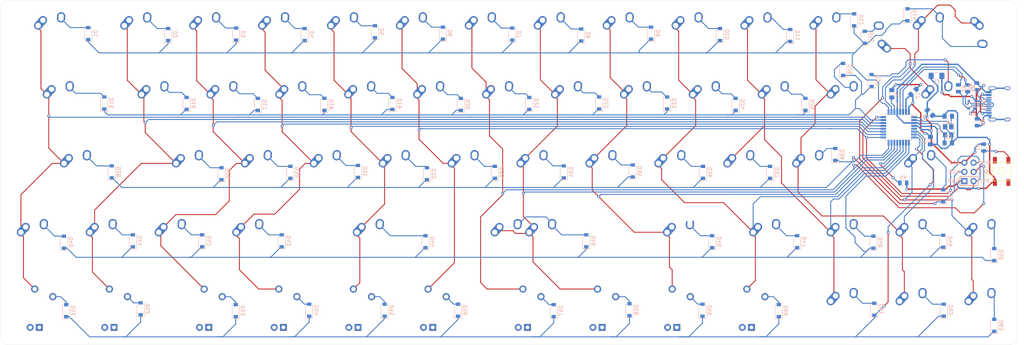
<source format=kicad_pcb>
(kicad_pcb (version 20171130) (host pcbnew "(5.1.4-0-10_14)")
  (layers (0 F.Cu signal) (31 B.Cu signal) (34 B.Paste user) (35 F.Paste user) (36 B.SilkS user) (37 F.SilkS user) (38 B.Mask user) (39 F.Mask user) (44 Edge.Cuts user))
  (net 0 "")
  (net 1 "Net-(C1-Pad2)")
  (net 2 GND)
  (net 3 "Net-(C2-Pad2)")
  (net 4 "Net-(C3-Pad1)")
  (net 5 +5V)
  (net 6 "Net-(D1-Pad2)")
  (net 7 ROW0)
  (net 8 "Net-(D2-Pad2)")
  (net 9 "Net-(D3-Pad2)")
  (net 10 "Net-(D4-Pad2)")
  (net 11 "Net-(D5-Pad2)")
  (net 12 "Net-(D6-Pad2)")
  (net 13 "Net-(D7-Pad2)")
  (net 14 "Net-(D8-Pad2)")
  (net 15 "Net-(D9-Pad2)")
  (net 16 "Net-(D10-Pad2)")
  (net 17 "Net-(D11-Pad2)")
  (net 18 "Net-(D12-Pad2)")
  (net 19 "Net-(D13-Pad2)")
  (net 20 "Net-(D14-Pad2)")
  (net 21 "Net-(D15-Pad2)")
  (net 22 ROW1)
  (net 23 "Net-(D16-Pad2)")
  (net 24 "Net-(D17-Pad2)")
  (net 25 "Net-(D18-Pad2)")
  (net 26 "Net-(D19-Pad2)")
  (net 27 "Net-(D20-Pad2)")
  (net 28 "Net-(D21-Pad2)")
  (net 29 "Net-(D22-Pad2)")
  (net 30 "Net-(D23-Pad2)")
  (net 31 "Net-(D24-Pad2)")
  (net 32 "Net-(D25-Pad2)")
  (net 33 "Net-(D26-Pad2)")
  (net 34 "Net-(D27-Pad2)")
  (net 35 "Net-(D28-Pad2)")
  (net 36 ROW2)
  (net 37 "Net-(D29-Pad2)")
  (net 38 "Net-(D30-Pad2)")
  (net 39 "Net-(D31-Pad2)")
  (net 40 "Net-(D32-Pad2)")
  (net 41 "Net-(D33-Pad2)")
  (net 42 "Net-(D34-Pad2)")
  (net 43 "Net-(D35-Pad2)")
  (net 44 "Net-(D36-Pad2)")
  (net 45 "Net-(D37-Pad2)")
  (net 46 "Net-(D38-Pad2)")
  (net 47 "Net-(D39-Pad2)")
  (net 48 "Net-(D40-Pad2)")
  (net 49 ROW3)
  (net 50 "Net-(D41-Pad2)")
  (net 51 "Net-(D42-Pad2)")
  (net 52 "Net-(D43-Pad2)")
  (net 53 "Net-(D44-Pad2)")
  (net 54 "Net-(D45-Pad2)")
  (net 55 "Net-(D46-Pad2)")
  (net 56 "Net-(D47-Pad2)")
  (net 57 "Net-(D48-Pad2)")
  (net 58 "Net-(D49-Pad2)")
  (net 59 "Net-(D50-Pad2)")
  (net 60 "Net-(D51-Pad2)")
  (net 61 ROW4)
  (net 62 "Net-(D52-Pad2)")
  (net 63 "Net-(D53-Pad2)")
  (net 64 "Net-(D54-Pad2)")
  (net 65 "Net-(D55-Pad2)")
  (net 66 "Net-(D56-Pad2)")
  (net 67 "Net-(D57-Pad2)")
  (net 68 "Net-(D58-Pad2)")
  (net 69 "Net-(D59-Pad2)")
  (net 70 "Net-(D60-Pad2)")
  (net 71 "Net-(D61-Pad2)")
  (net 72 "Net-(D62-Pad2)")
  (net 73 "Net-(D63-Pad2)")
  (net 74 VCC)
  (net 75 RESET)
  (net 76 COL9)
  (net 77 COL8)
  (net 78 COL10)
  (net 79 COL0)
  (net 80 COL1)
  (net 81 COL2)
  (net 82 COL3)
  (net 83 COL4)
  (net 84 COL5)
  (net 85 COL6)
  (net 86 COL7)
  (net 87 COL11)
  (net 88 COL12)
  (net 89 COL13)
  (net 90 "Net-(R2-Pad2)")
  (net 91 D+)
  (net 92 "Net-(R3-Pad2)")
  (net 93 D-)
  (net 94 "Net-(R4-Pad2)")
  (net 95 "Net-(R5-Pad2)")
  (net 96 "Net-(R6-Pad2)")
  (net 97 "Net-(U1-Pad5)")
  (net 98 "Net-(USB1-Pad3)")
  (net 99 "Net-(USB1-Pad9)")
  (module Capacitor_SMD:C_0805_2012Metric_Pad1.15x1.40mm_HandSolder (layer B.Cu) (at 285.868 63.246 180)
    (fp_text reference C2 (at 0 1.65) (layer B.SilkS) (effects (justify mirror)))
    (fp_text value 22pF)
    (pad 2 smd roundrect (at 1.025 0 180) (size 1.15 1.4) (layers B.Cu B.Paste B.Mask) (roundrect_rratio 0.217391) (net 3 "Net-(C2-Pad2)"))
    (pad 1 smd roundrect (at -1.025 0 180) (size 1.15 1.4) (layers B.Cu B.Paste B.Mask) (roundrect_rratio 0.217391) (net 2 GND))
  )
  (module Capacitor_SMD:C_0805_2012Metric_Pad1.15x1.40mm_HandSolder (layer B.Cu) (at 276.262216 49.111784 45)
    (fp_text reference C4 (at 0 1.65 45) (layer B.SilkS) (effects (justify mirror)))
    (fp_text value 0.1uF)
    (pad 2 smd roundrect (at 1.025 0 45) (size 1.15 1.4) (layers B.Cu B.Paste B.Mask) (roundrect_rratio 0.217391) (net 2 GND))
    (pad 1 smd roundrect (at -1.025 0 45) (size 1.15 1.4) (layers B.Cu B.Paste B.Mask) (roundrect_rratio 0.217391) (net 5 +5V))
  )
  (module MX_Alps_Hybrid:MX-1.75U-NoLED (layer F.Cu) (at 283.36875 52.3875)
    (fp_text reference MX27)
    (fp_text value MX-NoLED)
    (pad "" np_thru_hole circle (at 5.08 0 48.0996) (size 1.75 1.75) (drill 1.75) (layers *.Cu *.Mask))
    (pad "" np_thru_hole circle (at -5.08 0 48.0996) (size 1.75 1.75) (drill 1.75) (layers *.Cu *.Mask))
    (pad 1 thru_hole circle (at -2.5 -4) (size 2.25 2.25) (drill 1.47) (layers *.Cu B.Mask) (net 88 COL12))
    (pad "" np_thru_hole circle (at 0 0) (size 3.9878 3.9878) (drill 3.9878) (layers *.Cu *.Mask))
    (pad 1 thru_hole oval (at -3.81 -2.54 48.0996) (size 4.211556 2.25) (drill 1.47 (offset 0.980778 0)) (layers *.Cu B.Mask) (net 88 COL12))
    (pad 2 thru_hole circle (at 2.54 -5.08) (size 2.25 2.25) (drill 1.47) (layers *.Cu B.Mask) (net 34 "Net-(D27-Pad2)"))
    (pad 2 thru_hole oval (at 2.5 -4.5 86.0548) (size 2.831378 2.25) (drill 1.47 (offset 0.290689 0)) (layers *.Cu B.Mask) (net 34 "Net-(D27-Pad2)"))
  )
  (module Diode_SMD:D_SOD-123 (layer B.Cu) (at 264.668 45.974 90)
    (fp_text reference D27 (at 0 2 90) (layer B.SilkS) (effects (justify mirror)))
    (fp_text value SOD-123)
    (pad 2 smd rect (at 1.65 0 90) (size 0.9 1.2) (layers B.Cu B.Paste B.Mask) (net 34 "Net-(D27-Pad2)"))
    (pad 1 smd rect (at -1.65 0 90) (size 0.9 1.2) (layers B.Cu B.Paste B.Mask) (net 22 ROW1))
  )
  (module random-keyboard-parts:SOT143B (layer B.Cu) (at 292.481 52.705 180)
    (fp_text reference U2 (at 0 -2.45) (layer B.SilkS) (effects (justify mirror)))
    (fp_text value PRTR5V0U2X)
    (pad 1 smd rect (at -0.75 -1 180) (size 1 0.7) (layers B.Cu B.Paste B.Mask) (net 2 GND))
    (pad 4 smd rect (at -0.95 1 180) (size 0.6 0.7) (layers B.Cu B.Paste B.Mask) (net 74 VCC))
    (pad 2 smd rect (at 0.95 -1 180) (size 0.6 0.7) (layers B.Cu B.Paste B.Mask) (net 91 D+))
    (pad 3 smd rect (at 0.95 1 180) (size 0.6 0.7) (layers B.Cu B.Paste B.Mask) (net 93 D-))
  )
  (module MX_Alps_Hybrid:MX-2U-NoLED (layer F.Cu) (at 280.9875 33.3375)
    (fp_text reference MX64)
    (fp_text value MX-NoLED)
    (pad "" np_thru_hole circle (at 11.938 8.255) (size 3.9878 3.9878) (drill 3.9878) (layers *.Cu *.Mask))
    (pad "" np_thru_hole circle (at -11.938 8.255) (size 3.9878 3.9878) (drill 3.9878) (layers *.Cu *.Mask))
    (pad "" np_thru_hole circle (at 11.938 -6.985) (size 3.048 3.048) (drill 3.048) (layers *.Cu *.Mask))
    (pad "" np_thru_hole circle (at -11.938 -6.985) (size 3.048 3.048) (drill 3.048) (layers *.Cu *.Mask))
    (pad "" np_thru_hole circle (at 5.08 0 48.0996) (size 1.75 1.75) (drill 1.75) (layers *.Cu *.Mask))
    (pad "" np_thru_hole circle (at -5.08 0 48.0996) (size 1.75 1.75) (drill 1.75) (layers *.Cu *.Mask))
    (pad 1 thru_hole circle (at -2.5 -4) (size 2.25 2.25) (drill 1.47) (layers *.Cu B.Mask) (net 89 COL13))
    (pad "" np_thru_hole circle (at 0 0) (size 3.9878 3.9878) (drill 3.9878) (layers *.Cu *.Mask))
    (pad 1 thru_hole oval (at -3.81 -2.54 48.0996) (size 4.211556 2.25) (drill 1.47 (offset 0.980778 0)) (layers *.Cu B.Mask) (net 89 COL13))
    (pad 2 thru_hole circle (at 2.54 -5.08) (size 2.25 2.25) (drill 1.47) (layers *.Cu B.Mask) (net 20 "Net-(D14-Pad2)"))
    (pad 2 thru_hole oval (at 2.5 -4.5 86.0548) (size 2.831378 2.25) (drill 1.47 (offset 0.290689 0)) (layers *.Cu B.Mask) (net 20 "Net-(D14-Pad2)"))
  )
  (module MX_Alps_Hybrid:MX-1U-NoLED (layer F.Cu) (at 295.275 90.4875)
    (fp_text reference MX50)
    (fp_text value MX-NoLED)
    (pad "" np_thru_hole circle (at 5.08 0 48.0996) (size 1.75 1.75) (drill 1.75) (layers *.Cu *.Mask))
    (pad "" np_thru_hole circle (at -5.08 0 48.0996) (size 1.75 1.75) (drill 1.75) (layers *.Cu *.Mask))
    (pad 1 thru_hole circle (at -2.5 -4) (size 2.25 2.25) (drill 1.47) (layers *.Cu B.Mask) (net 88 COL12))
    (pad "" np_thru_hole circle (at 0 0) (size 3.9878 3.9878) (drill 3.9878) (layers *.Cu *.Mask))
    (pad 1 thru_hole oval (at -3.81 -2.54 48.0996) (size 4.211556 2.25) (drill 1.47 (offset 0.980778 0)) (layers *.Cu B.Mask) (net 88 COL12))
    (pad 2 thru_hole circle (at 2.54 -5.08) (size 2.25 2.25) (drill 1.47) (layers *.Cu B.Mask) (net 59 "Net-(D50-Pad2)"))
    (pad 2 thru_hole oval (at 2.5 -4.5 86.0548) (size 2.831378 2.25) (drill 1.47 (offset 0.290689 0)) (layers *.Cu B.Mask) (net 59 "Net-(D50-Pad2)"))
  )
  (module MX_Alps_Hybrid:MX-2.25U-NoLED (layer F.Cu) (at 278.60625 71.4375)
    (fp_text reference MX39)
    (fp_text value MX-NoLED)
    (pad "" np_thru_hole circle (at 11.938 8.255) (size 3.9878 3.9878) (drill 3.9878) (layers *.Cu *.Mask))
    (pad "" np_thru_hole circle (at -11.938 8.255) (size 3.9878 3.9878) (drill 3.9878) (layers *.Cu *.Mask))
    (pad "" np_thru_hole circle (at 11.938 -6.985) (size 3.048 3.048) (drill 3.048) (layers *.Cu *.Mask))
    (pad "" np_thru_hole circle (at -11.938 -6.985) (size 3.048 3.048) (drill 3.048) (layers *.Cu *.Mask))
    (pad "" np_thru_hole circle (at 5.08 0 48.0996) (size 1.75 1.75) (drill 1.75) (layers *.Cu *.Mask))
    (pad "" np_thru_hole circle (at -5.08 0 48.0996) (size 1.75 1.75) (drill 1.75) (layers *.Cu *.Mask))
    (pad 1 thru_hole circle (at -2.5 -4) (size 2.25 2.25) (drill 1.47) (layers *.Cu B.Mask) (net 88 COL12))
    (pad "" np_thru_hole circle (at 0 0) (size 3.9878 3.9878) (drill 3.9878) (layers *.Cu *.Mask))
    (pad 1 thru_hole oval (at -3.81 -2.54 48.0996) (size 4.211556 2.25) (drill 1.47 (offset 0.980778 0)) (layers *.Cu B.Mask) (net 88 COL12))
    (pad 2 thru_hole circle (at 2.54 -5.08) (size 2.25 2.25) (drill 1.47) (layers *.Cu B.Mask) (net 47 "Net-(D39-Pad2)"))
    (pad 2 thru_hole oval (at 2.5 -4.5 86.0548) (size 2.831378 2.25) (drill 1.47 (offset 0.290689 0)) (layers *.Cu B.Mask) (net 47 "Net-(D39-Pad2)"))
  )
  (module MX_Alps_Hybrid:MX-1U-NoLED (layer F.Cu) (at 252.4125 33.3375)
    (fp_text reference MX12)
    (fp_text value MX-NoLED)
    (pad "" np_thru_hole circle (at 5.08 0 48.0996) (size 1.75 1.75) (drill 1.75) (layers *.Cu *.Mask))
    (pad "" np_thru_hole circle (at -5.08 0 48.0996) (size 1.75 1.75) (drill 1.75) (layers *.Cu *.Mask))
    (pad 1 thru_hole circle (at -2.5 -4) (size 2.25 2.25) (drill 1.47) (layers *.Cu B.Mask) (net 87 COL11))
    (pad "" np_thru_hole circle (at 0 0) (size 3.9878 3.9878) (drill 3.9878) (layers *.Cu *.Mask))
    (pad 1 thru_hole oval (at -3.81 -2.54 48.0996) (size 4.211556 2.25) (drill 1.47 (offset 0.980778 0)) (layers *.Cu B.Mask) (net 87 COL11))
    (pad 2 thru_hole circle (at 2.54 -5.08) (size 2.25 2.25) (drill 1.47) (layers *.Cu B.Mask) (net 18 "Net-(D12-Pad2)"))
    (pad 2 thru_hole oval (at 2.5 -4.5 86.0548) (size 2.831378 2.25) (drill 1.47 (offset 0.290689 0)) (layers *.Cu B.Mask) (net 18 "Net-(D12-Pad2)"))
  )
  (module MX_Alps_Hybrid:MX-1U-NoLED (layer F.Cu) (at 161.925 52.3875)
    (fp_text reference MX21)
    (fp_text value MX-NoLED)
    (pad "" np_thru_hole circle (at 5.08 0 48.0996) (size 1.75 1.75) (drill 1.75) (layers *.Cu *.Mask))
    (pad "" np_thru_hole circle (at -5.08 0 48.0996) (size 1.75 1.75) (drill 1.75) (layers *.Cu *.Mask))
    (pad 1 thru_hole circle (at -2.5 -4) (size 2.25 2.25) (drill 1.47) (layers *.Cu B.Mask) (net 85 COL6))
    (pad "" np_thru_hole circle (at 0 0) (size 3.9878 3.9878) (drill 3.9878) (layers *.Cu *.Mask))
    (pad 1 thru_hole oval (at -3.81 -2.54 48.0996) (size 4.211556 2.25) (drill 1.47 (offset 0.980778 0)) (layers *.Cu B.Mask) (net 85 COL6))
    (pad 2 thru_hole circle (at 2.54 -5.08) (size 2.25 2.25) (drill 1.47) (layers *.Cu B.Mask) (net 28 "Net-(D21-Pad2)"))
    (pad 2 thru_hole oval (at 2.5 -4.5 86.0548) (size 2.831378 2.25) (drill 1.47 (offset 0.290689 0)) (layers *.Cu B.Mask) (net 28 "Net-(D21-Pad2)"))
  )
  (module MX_Alps_Hybrid:MX-1U-NoLED (layer F.Cu) (at 180.975 52.3875)
    (fp_text reference MX22)
    (fp_text value MX-NoLED)
    (pad "" np_thru_hole circle (at 5.08 0 48.0996) (size 1.75 1.75) (drill 1.75) (layers *.Cu *.Mask))
    (pad "" np_thru_hole circle (at -5.08 0 48.0996) (size 1.75 1.75) (drill 1.75) (layers *.Cu *.Mask))
    (pad 1 thru_hole circle (at -2.5 -4) (size 2.25 2.25) (drill 1.47) (layers *.Cu B.Mask) (net 86 COL7))
    (pad "" np_thru_hole circle (at 0 0) (size 3.9878 3.9878) (drill 3.9878) (layers *.Cu *.Mask))
    (pad 1 thru_hole oval (at -3.81 -2.54 48.0996) (size 4.211556 2.25) (drill 1.47 (offset 0.980778 0)) (layers *.Cu B.Mask) (net 86 COL7))
    (pad 2 thru_hole circle (at 2.54 -5.08) (size 2.25 2.25) (drill 1.47) (layers *.Cu B.Mask) (net 29 "Net-(D22-Pad2)"))
    (pad 2 thru_hole oval (at 2.5 -4.5 86.0548) (size 2.831378 2.25) (drill 1.47 (offset 0.290689 0)) (layers *.Cu B.Mask) (net 29 "Net-(D22-Pad2)"))
  )
  (module MX_Alps_Hybrid:MX-1U-NoLED (layer F.Cu) (at 271.4625 33.3375 90)
    (fp_text reference MX13)
    (fp_text value MX-NoLED)
    (pad "" np_thru_hole circle (at 5.08 0 138.0996) (size 1.75 1.75) (drill 1.75) (layers *.Cu *.Mask))
    (pad "" np_thru_hole circle (at -5.08 0 138.0996) (size 1.75 1.75) (drill 1.75) (layers *.Cu *.Mask))
    (pad 1 thru_hole circle (at -2.5 -4 90) (size 2.25 2.25) (drill 1.47) (layers *.Cu B.Mask) (net 88 COL12))
    (pad "" np_thru_hole circle (at 0 0 90) (size 3.9878 3.9878) (drill 3.9878) (layers *.Cu *.Mask))
    (pad 1 thru_hole oval (at -3.81 -2.54 138.0996) (size 4.211556 2.25) (drill 1.47 (offset 0.980778 0)) (layers *.Cu B.Mask) (net 88 COL12))
    (pad 2 thru_hole circle (at 2.54 -5.08 90) (size 2.25 2.25) (drill 1.47) (layers *.Cu B.Mask) (net 19 "Net-(D13-Pad2)"))
    (pad 2 thru_hole oval (at 2.5 -4.5 176.0548) (size 2.831378 2.25) (drill 1.47 (offset 0.290689 0)) (layers *.Cu B.Mask) (net 19 "Net-(D13-Pad2)"))
  )
  (module Resistor_SMD:R_0805_2012Metric (layer B.Cu) (at 293.878 57.531 90)
    (fp_text reference R6 (at 0 1.65 90) (layer B.SilkS) (effects (justify mirror)))
    (fp_text value 5.1k)
    (pad 2 smd roundrect (at 0.9375 0 90) (size 0.975 1.4) (layers B.Cu B.Paste B.Mask) (net 96 "Net-(R6-Pad2)"))
    (pad 1 smd roundrect (at -0.9375 0 90) (size 0.975 1.4) (layers B.Cu B.Paste B.Mask) (net 2 GND))
  )
  (module Diode_SMD:D_SOD-123 (layer B.Cu) (at 256.794 42.927 90)
    (fp_text reference D26 (at 0 2 90) (layer B.SilkS) (effects (justify mirror)))
    (fp_text value SOD-123)
    (pad 2 smd rect (at 1.65 0 90) (size 0.9 1.2) (layers B.Cu B.Paste B.Mask) (net 33 "Net-(D26-Pad2)"))
    (pad 1 smd rect (at -1.65 0 90) (size 0.9 1.2) (layers B.Cu B.Paste B.Mask) (net 22 ROW1))
  )
  (module Crystal:Crystal_SMD_3225-4Pin_3.2x2.5mm (layer B.Cu) (at 285.838 59.901 270)
    (fp_text reference Y1 (at 0 2.45 90) (layer B.SilkS) (effects (justify mirror)))
    (fp_text value 16MHz)
    (pad 4 smd rect (at -1.1 0.85 270) (size 1.4 1.2) (layers B.Cu B.Paste B.Mask) (net 2 GND))
    (pad 3 smd rect (at 1.1 0.85 270) (size 1.4 1.2) (layers B.Cu B.Paste B.Mask) (net 3 "Net-(C2-Pad2)"))
    (pad 2 smd rect (at 1.1 -0.85 270) (size 1.4 1.2) (layers B.Cu B.Paste B.Mask) (net 2 GND))
    (pad 1 smd rect (at -1.1 -0.85 270) (size 1.4 1.2) (layers B.Cu B.Paste B.Mask) (net 1 "Net-(C1-Pad2)"))
  )
  (module Type-C:HRO-TYPE-C-31-M-12-Assembly (layer B.Cu) (at 304.8 52.451 270)
    (fp_text reference USB1 (at 0 9.25 90) (layer B.SilkS) (effects (justify mirror)))
    (fp_text value HRO-TYPE-C-31-M-12)
    (pad 12 smd rect (at 3.225 7.695 270) (size 0.6 1.45) (layers B.Cu B.Paste B.Mask) (net 2 GND))
    (pad 1 smd rect (at -3.225 7.695 270) (size 0.6 1.45) (layers B.Cu B.Paste B.Mask) (net 2 GND))
    (pad 11 smd rect (at 2.45 7.695 270) (size 0.6 1.45) (layers B.Cu B.Paste B.Mask) (net 74 VCC))
    (pad 2 smd rect (at -2.45 7.695 270) (size 0.6 1.45) (layers B.Cu B.Paste B.Mask) (net 74 VCC))
    (pad 3 smd rect (at -1.75 7.695 270) (size 0.3 1.45) (layers B.Cu B.Paste B.Mask) (net 98 "Net-(USB1-Pad3)"))
    (pad 10 smd rect (at 1.75 7.695 270) (size 0.3 1.45) (layers B.Cu B.Paste B.Mask) (net 96 "Net-(R6-Pad2)"))
    (pad 4 smd rect (at -1.25 7.695 270) (size 0.3 1.45) (layers B.Cu B.Paste B.Mask) (net 94 "Net-(R4-Pad2)"))
    (pad 9 smd rect (at 1.25 7.695 270) (size 0.3 1.45) (layers B.Cu B.Paste B.Mask) (net 99 "Net-(USB1-Pad9)"))
    (pad 5 smd rect (at -0.75 7.695 270) (size 0.3 1.45) (layers B.Cu B.Paste B.Mask) (net 93 D-))
    (pad 8 smd rect (at 0.75 7.695 270) (size 0.3 1.45) (layers B.Cu B.Paste B.Mask) (net 91 D+))
    (pad 7 smd rect (at 0.25 7.695 270) (size 0.3 1.45) (layers B.Cu B.Paste B.Mask) (net 93 D-))
    (pad 6 smd rect (at -0.25 7.695 270) (size 0.3 1.45) (layers B.Cu B.Paste B.Mask) (net 91 D+))
    (pad "" np_thru_hole circle (at 2.89 6.25 270) (size 0.65 0.65) (drill 0.65) (layers *.Cu *.Mask))
    (pad "" np_thru_hole circle (at -2.89 6.25 270) (size 0.65 0.65) (drill 0.65) (layers *.Cu *.Mask))
    (pad 13 thru_hole oval (at -4.32 6.78 270) (size 1 2.1) (drill oval 0.6 1.7) (layers *.Cu *.Mask) (net 2 GND))
    (pad 13 thru_hole oval (at 4.32 6.78 270) (size 1 2.1) (drill oval 0.6 1.7) (layers *.Cu *.Mask) (net 2 GND))
    (pad 13 thru_hole oval (at -4.32 2.6 270) (size 1 1.6) (drill oval 0.6 1.2) (layers *.Cu *.Mask) (net 2 GND))
    (pad 13 thru_hole oval (at 4.32 2.6 270) (size 1 1.6) (drill oval 0.6 1.2) (layers *.Cu *.Mask) (net 2 GND))
  )
  (module Package_QFP:TQFP-32_7x7mm_P0.8mm (layer B.Cu) (at 272.161 58.928 180)
    (fp_text reference U1 (at 0 6.05) (layer B.SilkS) (effects (justify mirror)))
    (fp_text value ATmega32U2-AU)
    (pad 32 smd rect (at -2.8 4.25 90) (size 1.6 0.55) (layers B.Cu B.Paste B.Mask) (net 5 +5V))
    (pad 31 smd rect (at -2 4.25 90) (size 1.6 0.55) (layers B.Cu B.Paste B.Mask) (net 5 +5V))
    (pad 30 smd rect (at -1.2 4.25 90) (size 1.6 0.55) (layers B.Cu B.Paste B.Mask) (net 92 "Net-(R3-Pad2)"))
    (pad 29 smd rect (at -0.4 4.25 90) (size 1.6 0.55) (layers B.Cu B.Paste B.Mask) (net 90 "Net-(R2-Pad2)"))
    (pad 28 smd rect (at 0.4 4.25 90) (size 1.6 0.55) (layers B.Cu B.Paste B.Mask) (net 2 GND))
    (pad 27 smd rect (at 1.2 4.25 90) (size 1.6 0.55) (layers B.Cu B.Paste B.Mask) (net 4 "Net-(C3-Pad1)"))
    (pad 26 smd rect (at 2 4.25 90) (size 1.6 0.55) (layers B.Cu B.Paste B.Mask) (net 89 COL13))
    (pad 25 smd rect (at 2.8 4.25 90) (size 1.6 0.55) (layers B.Cu B.Paste B.Mask) (net 7 ROW0))
    (pad 24 smd rect (at 4.25 2.8 180) (size 1.6 0.55) (layers B.Cu B.Paste B.Mask) (net 75 RESET))
    (pad 23 smd rect (at 4.25 2 180) (size 1.6 0.55) (layers B.Cu B.Paste B.Mask) (net 22 ROW1))
    (pad 22 smd rect (at 4.25 1.2 180) (size 1.6 0.55) (layers B.Cu B.Paste B.Mask) (net 79 COL0))
    (pad 21 smd rect (at 4.25 0.4 180) (size 1.6 0.55) (layers B.Cu B.Paste B.Mask) (net 80 COL1))
    (pad 20 smd rect (at 4.25 -0.4 180) (size 1.6 0.55) (layers B.Cu B.Paste B.Mask) (net 81 COL2))
    (pad 19 smd rect (at 4.25 -1.2 180) (size 1.6 0.55) (layers B.Cu B.Paste B.Mask) (net 82 COL3))
    (pad 18 smd rect (at 4.25 -2 180) (size 1.6 0.55) (layers B.Cu B.Paste B.Mask) (net 83 COL4))
    (pad 17 smd rect (at 4.25 -2.8 180) (size 1.6 0.55) (layers B.Cu B.Paste B.Mask) (net 84 COL5))
    (pad 16 smd rect (at 2.8 -4.25 90) (size 1.6 0.55) (layers B.Cu B.Paste B.Mask) (net 36 ROW2))
    (pad 15 smd rect (at 2 -4.25 90) (size 1.6 0.55) (layers B.Cu B.Paste B.Mask) (net 85 COL6))
    (pad 14 smd rect (at 1.2 -4.25 90) (size 1.6 0.55) (layers B.Cu B.Paste B.Mask) (net 86 COL7))
    (pad 13 smd rect (at 0.4 -4.25 90) (size 1.6 0.55) (layers B.Cu B.Paste B.Mask) (net 95 "Net-(R5-Pad2)"))
    (pad 12 smd rect (at -0.4 -4.25 90) (size 1.6 0.55) (layers B.Cu B.Paste B.Mask) (net 77 COL8))
    (pad 11 smd rect (at -1.2 -4.25 90) (size 1.6 0.55) (layers B.Cu B.Paste B.Mask) (net 76 COL9))
    (pad 10 smd rect (at -2 -4.25 90) (size 1.6 0.55) (layers B.Cu B.Paste B.Mask) (net 78 COL10))
    (pad 9 smd rect (at -2.8 -4.25 90) (size 1.6 0.55) (layers B.Cu B.Paste B.Mask) (net 49 ROW3))
    (pad 8 smd rect (at -4.25 -2.8 180) (size 1.6 0.55) (layers B.Cu B.Paste B.Mask) (net 61 ROW4))
    (pad 7 smd rect (at -4.25 -2 180) (size 1.6 0.55) (layers B.Cu B.Paste B.Mask) (net 88 COL12))
    (pad 6 smd rect (at -4.25 -1.2 180) (size 1.6 0.55) (layers B.Cu B.Paste B.Mask) (net 87 COL11))
    (pad 5 smd rect (at -4.25 -0.4 180) (size 1.6 0.55) (layers B.Cu B.Paste B.Mask) (net 97 "Net-(U1-Pad5)"))
    (pad 4 smd rect (at -4.25 0.4 180) (size 1.6 0.55) (layers B.Cu B.Paste B.Mask) (net 5 +5V))
    (pad 3 smd rect (at -4.25 1.2 180) (size 1.6 0.55) (layers B.Cu B.Paste B.Mask) (net 2 GND))
    (pad 2 smd rect (at -4.25 2 180) (size 1.6 0.55) (layers B.Cu B.Paste B.Mask) (net 3 "Net-(C2-Pad2)"))
    (pad 1 smd rect (at -4.25 2.8 180) (size 1.6 0.55) (layers B.Cu B.Paste B.Mask) (net 1 "Net-(C1-Pad2)"))
  )
  (module random-keyboard-parts:SKQG-1155865 (layer F.Cu) (at 300.609 71.12 270)
    (fp_text reference SW1 (at 0 4.064 90) (layer F.SilkS))
    (fp_text value SW_Push)
    (pad 4 smd rect (at -3.1 1.85 270) (size 1.8 1.1) (layers F.Cu F.Paste F.Mask))
    (pad 3 smd rect (at 3.1 -1.85 270) (size 1.8 1.1) (layers F.Cu F.Paste F.Mask))
    (pad 2 smd rect (at -3.1 -1.85 270) (size 1.8 1.1) (layers F.Cu F.Paste F.Mask) (net 75 RESET))
    (pad 1 smd rect (at 3.1 1.85 270) (size 1.8 1.1) (layers F.Cu F.Paste F.Mask) (net 2 GND))
  )
  (module Resistor_SMD:R_0805_2012Metric (layer B.Cu) (at 273.431 74.295 180)
    (fp_text reference R5 (at 0 1.65) (layer B.SilkS) (effects (justify mirror)))
    (fp_text value 1k)
    (pad 2 smd roundrect (at 0.9375 0 180) (size 0.975 1.4) (layers B.Cu B.Paste B.Mask) (net 95 "Net-(R5-Pad2)"))
    (pad 1 smd roundrect (at -0.9375 0 180) (size 0.975 1.4) (layers B.Cu B.Paste B.Mask) (net 2 GND))
  )
  (module Resistor_SMD:R_0805_2012Metric (layer B.Cu) (at 293.751 47.625 270)
    (fp_text reference R4 (at 0 1.65 90) (layer B.SilkS) (effects (justify mirror)))
    (fp_text value 5.1k)
    (pad 2 smd roundrect (at 0.9375 0 270) (size 0.975 1.4) (layers B.Cu B.Paste B.Mask) (net 94 "Net-(R4-Pad2)"))
    (pad 1 smd roundrect (at -0.9375 0 270) (size 0.975 1.4) (layers B.Cu B.Paste B.Mask) (net 2 GND))
  )
  (module Resistor_SMD:R_0805_2012Metric (layer B.Cu) (at 291.211 48.133 90)
    (fp_text reference R3 (at 0 1.65 90) (layer B.SilkS) (effects (justify mirror)))
    (fp_text value 22)
    (pad 2 smd roundrect (at 0.9375 0 90) (size 0.975 1.4) (layers B.Cu B.Paste B.Mask) (net 92 "Net-(R3-Pad2)"))
    (pad 1 smd roundrect (at -0.9375 0 90) (size 0.975 1.4) (layers B.Cu B.Paste B.Mask) (net 93 D-))
  )
  (module Resistor_SMD:R_0805_2012Metric (layer B.Cu) (at 288.671 48.133 90)
    (fp_text reference R2 (at 0 1.65 90) (layer B.SilkS) (effects (justify mirror)))
    (fp_text value 22)
    (pad 2 smd roundrect (at 0.9375 0 90) (size 0.975 1.4) (layers B.Cu B.Paste B.Mask) (net 90 "Net-(R2-Pad2)"))
    (pad 1 smd roundrect (at -0.9375 0 90) (size 0.975 1.4) (layers B.Cu B.Paste B.Mask) (net 91 D+))
  )
  (module Resistor_SMD:R_0805_2012Metric (layer B.Cu) (at 295.656 64.516 270)
    (fp_text reference R1 (at 0 1.65 90) (layer B.SilkS) (effects (justify mirror)))
    (fp_text value 10k)
    (pad 2 smd roundrect (at 0.9375 0 270) (size 0.975 1.4) (layers B.Cu B.Paste B.Mask) (net 75 RESET))
    (pad 1 smd roundrect (at -0.9375 0 270) (size 0.975 1.4) (layers B.Cu B.Paste B.Mask) (net 5 +5V))
  )
  (module MX_Alps_Hybrid:MX-6.25U-NoLED (layer F.Cu) (at 164.30625 90.4875)
    (fp_text reference MX65)
    (fp_text value MX-NoLED)
    (pad "" np_thru_hole circle (at 49.9999 8.255) (size 3.9878 3.9878) (drill 3.9878) (layers *.Cu *.Mask))
    (pad "" np_thru_hole circle (at -49.9999 8.255) (size 3.9878 3.9878) (drill 3.9878) (layers *.Cu *.Mask))
    (pad "" np_thru_hole circle (at 49.9999 -6.985) (size 3.048 3.048) (drill 3.048) (layers *.Cu *.Mask))
    (pad "" np_thru_hole circle (at -49.9999 -6.985) (size 3.048 3.048) (drill 3.048) (layers *.Cu *.Mask))
    (pad "" np_thru_hole circle (at 5.08 0 48.0996) (size 1.75 1.75) (drill 1.75) (layers *.Cu *.Mask))
    (pad "" np_thru_hole circle (at -5.08 0 48.0996) (size 1.75 1.75) (drill 1.75) (layers *.Cu *.Mask))
    (pad 1 thru_hole circle (at -2.5 -4) (size 2.25 2.25) (drill 1.47) (layers *.Cu B.Mask) (net 86 COL7))
    (pad "" np_thru_hole circle (at 0 0) (size 3.9878 3.9878) (drill 3.9878) (layers *.Cu *.Mask))
    (pad 1 thru_hole oval (at -3.81 -2.54 48.0996) (size 4.211556 2.25) (drill 1.47 (offset 0.980778 0)) (layers *.Cu B.Mask) (net 86 COL7))
    (pad 2 thru_hole circle (at 2.54 -5.08) (size 2.25 2.25) (drill 1.47) (layers *.Cu B.Mask) (net 54 "Net-(D45-Pad2)"))
    (pad 2 thru_hole oval (at 2.5 -4.5 86.0548) (size 2.831378 2.25) (drill 1.47 (offset 0.290689 0)) (layers *.Cu B.Mask) (net 54 "Net-(D45-Pad2)"))
  )
  (module MX_Alps_Hybrid:MX-1U-NoLED (layer F.Cu) (at 295.275 109.5375)
    (fp_text reference MX63)
    (fp_text value MX-NoLED)
    (pad "" np_thru_hole circle (at 5.08 0 48.0996) (size 1.75 1.75) (drill 1.75) (layers *.Cu *.Mask))
    (pad "" np_thru_hole circle (at -5.08 0 48.0996) (size 1.75 1.75) (drill 1.75) (layers *.Cu *.Mask))
    (pad 1 thru_hole circle (at -2.5 -4) (size 2.25 2.25) (drill 1.47) (layers *.Cu B.Mask) (net 88 COL12))
    (pad "" np_thru_hole circle (at 0 0) (size 3.9878 3.9878) (drill 3.9878) (layers *.Cu *.Mask))
    (pad 1 thru_hole oval (at -3.81 -2.54 48.0996) (size 4.211556 2.25) (drill 1.47 (offset 0.980778 0)) (layers *.Cu B.Mask) (net 88 COL12))
    (pad 2 thru_hole circle (at 2.54 -5.08) (size 2.25 2.25) (drill 1.47) (layers *.Cu B.Mask) (net 73 "Net-(D63-Pad2)"))
    (pad 2 thru_hole oval (at 2.5 -4.5 86.0548) (size 2.831378 2.25) (drill 1.47 (offset 0.290689 0)) (layers *.Cu B.Mask) (net 73 "Net-(D63-Pad2)"))
  )
  (module MX_Alps_Hybrid:MX-1U-NoLED (layer F.Cu) (at 276.225 109.5375)
    (fp_text reference MX62)
    (fp_text value MX-NoLED)
    (pad "" np_thru_hole circle (at 5.08 0 48.0996) (size 1.75 1.75) (drill 1.75) (layers *.Cu *.Mask))
    (pad "" np_thru_hole circle (at -5.08 0 48.0996) (size 1.75 1.75) (drill 1.75) (layers *.Cu *.Mask))
    (pad 1 thru_hole circle (at -2.5 -4) (size 2.25 2.25) (drill 1.47) (layers *.Cu B.Mask) (net 87 COL11))
    (pad "" np_thru_hole circle (at 0 0) (size 3.9878 3.9878) (drill 3.9878) (layers *.Cu *.Mask))
    (pad 1 thru_hole oval (at -3.81 -2.54 48.0996) (size 4.211556 2.25) (drill 1.47 (offset 0.980778 0)) (layers *.Cu B.Mask) (net 87 COL11))
    (pad 2 thru_hole circle (at 2.54 -5.08) (size 2.25 2.25) (drill 1.47) (layers *.Cu B.Mask) (net 72 "Net-(D62-Pad2)"))
    (pad 2 thru_hole oval (at 2.5 -4.5 86.0548) (size 2.831378 2.25) (drill 1.47 (offset 0.290689 0)) (layers *.Cu B.Mask) (net 72 "Net-(D62-Pad2)"))
  )
  (module MX_Alps_Hybrid:MX-1U-NoLED (layer F.Cu) (at 257.175 109.5375)
    (fp_text reference MX61)
    (fp_text value MX-NoLED)
    (pad "" np_thru_hole circle (at 5.08 0 48.0996) (size 1.75 1.75) (drill 1.75) (layers *.Cu *.Mask))
    (pad "" np_thru_hole circle (at -5.08 0 48.0996) (size 1.75 1.75) (drill 1.75) (layers *.Cu *.Mask))
    (pad 1 thru_hole circle (at -2.5 -4) (size 2.25 2.25) (drill 1.47) (layers *.Cu B.Mask) (net 78 COL10))
    (pad "" np_thru_hole circle (at 0 0) (size 3.9878 3.9878) (drill 3.9878) (layers *.Cu *.Mask))
    (pad 1 thru_hole oval (at -3.81 -2.54 48.0996) (size 4.211556 2.25) (drill 1.47 (offset 0.980778 0)) (layers *.Cu B.Mask) (net 78 COL10))
    (pad 2 thru_hole circle (at 2.54 -5.08) (size 2.25 2.25) (drill 1.47) (layers *.Cu B.Mask) (net 71 "Net-(D61-Pad2)"))
    (pad 2 thru_hole oval (at 2.5 -4.5 86.0548) (size 2.831378 2.25) (drill 1.47 (offset 0.290689 0)) (layers *.Cu B.Mask) (net 71 "Net-(D61-Pad2)"))
  )
  (module Kailh_Choc:KailhChoc-1U (layer F.Cu) (at 230.1875 109.5375)
    (fp_text reference MX60)
    (fp_text value MX-NoLED)
    (pad 4 thru_hole rect (at 1.27 4.7) (size 1.905 1.905) (drill 1.04) (layers *.Cu B.Mask))
    (pad 3 thru_hole circle (at -1.27 4.7) (size 1.905 1.905) (drill 1.04) (layers *.Cu B.Mask))
    (pad "" np_thru_hole circle (at -5.22 4.2) (size 1.2 1.2) (drill 1.2) (layers *.Cu *.Mask))
    (pad "" np_thru_hole circle (at 5.5 0 48.1) (size 1.9 1.9) (drill 1.9) (layers *.Cu *.Mask))
    (pad "" np_thru_hole circle (at -5.5 0 48.1) (size 1.9 1.9) (drill 1.9) (layers *.Cu *.Mask))
    (pad 1 thru_hole circle (at 5 -3.8) (size 2 2) (drill 1.2) (layers *.Cu B.Mask) (net 70 "Net-(D60-Pad2)"))
    (pad "" np_thru_hole circle (at 0 0) (size 3.4 3.4) (drill 3.4) (layers *.Cu *.Mask))
    (pad 2 thru_hole circle (at 0 -5.9) (size 2 2) (drill 1.2) (layers *.Cu B.Mask) (net 76 COL9))
  )
  (module Kailh_Choc:KailhChoc-1U (layer F.Cu) (at 209.55 109.5375)
    (fp_text reference MX59)
    (fp_text value MX-NoLED)
    (pad 4 thru_hole rect (at 1.27 4.7) (size 1.905 1.905) (drill 1.04) (layers *.Cu B.Mask))
    (pad 3 thru_hole circle (at -1.27 4.7) (size 1.905 1.905) (drill 1.04) (layers *.Cu B.Mask))
    (pad "" np_thru_hole circle (at -5.22 4.2) (size 1.2 1.2) (drill 1.2) (layers *.Cu *.Mask))
    (pad "" np_thru_hole circle (at 5.5 0 48.1) (size 1.9 1.9) (drill 1.9) (layers *.Cu *.Mask))
    (pad "" np_thru_hole circle (at -5.5 0 48.1) (size 1.9 1.9) (drill 1.9) (layers *.Cu *.Mask))
    (pad 1 thru_hole circle (at 5 -3.8) (size 2 2) (drill 1.2) (layers *.Cu B.Mask) (net 69 "Net-(D59-Pad2)"))
    (pad "" np_thru_hole circle (at 0 0) (size 3.4 3.4) (drill 3.4) (layers *.Cu *.Mask))
    (pad 2 thru_hole circle (at 0 -5.9) (size 2 2) (drill 1.2) (layers *.Cu B.Mask) (net 77 COL8))
  )
  (module Kailh_Choc:KailhChoc-1U (layer F.Cu) (at 188.9125 109.5375)
    (fp_text reference MX58)
    (fp_text value MX-NoLED)
    (pad 4 thru_hole rect (at 1.27 4.7) (size 1.905 1.905) (drill 1.04) (layers *.Cu B.Mask))
    (pad 3 thru_hole circle (at -1.27 4.7) (size 1.905 1.905) (drill 1.04) (layers *.Cu B.Mask))
    (pad "" np_thru_hole circle (at -5.22 4.2) (size 1.2 1.2) (drill 1.2) (layers *.Cu *.Mask))
    (pad "" np_thru_hole circle (at 5.5 0 48.1) (size 1.9 1.9) (drill 1.9) (layers *.Cu *.Mask))
    (pad "" np_thru_hole circle (at -5.5 0 48.1) (size 1.9 1.9) (drill 1.9) (layers *.Cu *.Mask))
    (pad 1 thru_hole circle (at 5 -3.8) (size 2 2) (drill 1.2) (layers *.Cu B.Mask) (net 68 "Net-(D58-Pad2)"))
    (pad "" np_thru_hole circle (at 0 0) (size 3.4 3.4) (drill 3.4) (layers *.Cu *.Mask))
    (pad 2 thru_hole circle (at 0 -5.9) (size 2 2) (drill 1.2) (layers *.Cu B.Mask) (net 86 COL7))
  )
  (module Kailh_Choc:KailhChoc-1U (layer F.Cu) (at 168.275 109.5375)
    (fp_text reference MX57)
    (fp_text value MX-NoLED)
    (pad 4 thru_hole rect (at 1.27 4.7) (size 1.905 1.905) (drill 1.04) (layers *.Cu B.Mask))
    (pad 3 thru_hole circle (at -1.27 4.7) (size 1.905 1.905) (drill 1.04) (layers *.Cu B.Mask))
    (pad "" np_thru_hole circle (at -5.22 4.2) (size 1.2 1.2) (drill 1.2) (layers *.Cu *.Mask))
    (pad "" np_thru_hole circle (at 5.5 0 48.1) (size 1.9 1.9) (drill 1.9) (layers *.Cu *.Mask))
    (pad "" np_thru_hole circle (at -5.5 0 48.1) (size 1.9 1.9) (drill 1.9) (layers *.Cu *.Mask))
    (pad 1 thru_hole circle (at 5 -3.8) (size 2 2) (drill 1.2) (layers *.Cu B.Mask) (net 67 "Net-(D57-Pad2)"))
    (pad "" np_thru_hole circle (at 0 0) (size 3.4 3.4) (drill 3.4) (layers *.Cu *.Mask))
    (pad 2 thru_hole circle (at 0 -5.9) (size 2 2) (drill 1.2) (layers *.Cu B.Mask) (net 85 COL6))
  )
  (module Kailh_Choc:KailhChoc-1U (layer F.Cu) (at 142.08125 109.5375)
    (fp_text reference MX56)
    (fp_text value MX-NoLED)
    (pad 4 thru_hole rect (at 1.27 4.7) (size 1.905 1.905) (drill 1.04) (layers *.Cu B.Mask))
    (pad 3 thru_hole circle (at -1.27 4.7) (size 1.905 1.905) (drill 1.04) (layers *.Cu B.Mask))
    (pad "" np_thru_hole circle (at -5.22 4.2) (size 1.2 1.2) (drill 1.2) (layers *.Cu *.Mask))
    (pad "" np_thru_hole circle (at 5.5 0 48.1) (size 1.9 1.9) (drill 1.9) (layers *.Cu *.Mask))
    (pad "" np_thru_hole circle (at -5.5 0 48.1) (size 1.9 1.9) (drill 1.9) (layers *.Cu *.Mask))
    (pad 1 thru_hole circle (at 5 -3.8) (size 2 2) (drill 1.2) (layers *.Cu B.Mask) (net 66 "Net-(D56-Pad2)"))
    (pad "" np_thru_hole circle (at 0 0) (size 3.4 3.4) (drill 3.4) (layers *.Cu *.Mask))
    (pad 2 thru_hole circle (at 0 -5.9) (size 2 2) (drill 1.2) (layers *.Cu B.Mask) (net 84 COL5))
  )
  (module Kailh_Choc:KailhChoc-1U (layer F.Cu) (at 121.44375 109.5375)
    (fp_text reference MX55)
    (fp_text value MX-NoLED)
    (pad 4 thru_hole rect (at 1.27 4.7) (size 1.905 1.905) (drill 1.04) (layers *.Cu B.Mask))
    (pad 3 thru_hole circle (at -1.27 4.7) (size 1.905 1.905) (drill 1.04) (layers *.Cu B.Mask))
    (pad "" np_thru_hole circle (at -5.22 4.2) (size 1.2 1.2) (drill 1.2) (layers *.Cu *.Mask))
    (pad "" np_thru_hole circle (at 5.5 0 48.1) (size 1.9 1.9) (drill 1.9) (layers *.Cu *.Mask))
    (pad "" np_thru_hole circle (at -5.5 0 48.1) (size 1.9 1.9) (drill 1.9) (layers *.Cu *.Mask))
    (pad 1 thru_hole circle (at 5 -3.8) (size 2 2) (drill 1.2) (layers *.Cu B.Mask) (net 65 "Net-(D55-Pad2)"))
    (pad "" np_thru_hole circle (at 0 0) (size 3.4 3.4) (drill 3.4) (layers *.Cu *.Mask))
    (pad 2 thru_hole circle (at 0 -5.9) (size 2 2) (drill 1.2) (layers *.Cu B.Mask) (net 83 COL4))
  )
  (module Kailh_Choc:KailhChoc-1U (layer F.Cu) (at 100.80625 109.5375)
    (fp_text reference MX54)
    (fp_text value MX-NoLED)
    (pad 4 thru_hole rect (at 1.27 4.7) (size 1.905 1.905) (drill 1.04) (layers *.Cu B.Mask))
    (pad 3 thru_hole circle (at -1.27 4.7) (size 1.905 1.905) (drill 1.04) (layers *.Cu B.Mask))
    (pad "" np_thru_hole circle (at -5.22 4.2) (size 1.2 1.2) (drill 1.2) (layers *.Cu *.Mask))
    (pad "" np_thru_hole circle (at 5.5 0 48.1) (size 1.9 1.9) (drill 1.9) (layers *.Cu *.Mask))
    (pad "" np_thru_hole circle (at -5.5 0 48.1) (size 1.9 1.9) (drill 1.9) (layers *.Cu *.Mask))
    (pad 1 thru_hole circle (at 5 -3.8) (size 2 2) (drill 1.2) (layers *.Cu B.Mask) (net 64 "Net-(D54-Pad2)"))
    (pad "" np_thru_hole circle (at 0 0) (size 3.4 3.4) (drill 3.4) (layers *.Cu *.Mask))
    (pad 2 thru_hole circle (at 0 -5.9) (size 2 2) (drill 1.2) (layers *.Cu B.Mask) (net 82 COL3))
  )
  (module Kailh_Choc:KailhChoc-1U (layer F.Cu) (at 80.16875 109.5375)
    (fp_text reference MX53)
    (fp_text value MX-NoLED)
    (pad 4 thru_hole rect (at 1.27 4.7) (size 1.905 1.905) (drill 1.04) (layers *.Cu B.Mask))
    (pad 3 thru_hole circle (at -1.27 4.7) (size 1.905 1.905) (drill 1.04) (layers *.Cu B.Mask))
    (pad "" np_thru_hole circle (at -5.22 4.2) (size 1.2 1.2) (drill 1.2) (layers *.Cu *.Mask))
    (pad "" np_thru_hole circle (at 5.5 0 48.1) (size 1.9 1.9) (drill 1.9) (layers *.Cu *.Mask))
    (pad "" np_thru_hole circle (at -5.5 0 48.1) (size 1.9 1.9) (drill 1.9) (layers *.Cu *.Mask))
    (pad 1 thru_hole circle (at 5 -3.8) (size 2 2) (drill 1.2) (layers *.Cu B.Mask) (net 63 "Net-(D53-Pad2)"))
    (pad "" np_thru_hole circle (at 0 0) (size 3.4 3.4) (drill 3.4) (layers *.Cu *.Mask))
    (pad 2 thru_hole circle (at 0 -5.9) (size 2 2) (drill 1.2) (layers *.Cu B.Mask) (net 81 COL2))
  )
  (module Kailh_Choc:KailhChoc-1U (layer F.Cu) (at 53.975 109.5375)
    (fp_text reference MX52)
    (fp_text value MX-NoLED)
    (pad 4 thru_hole rect (at 1.27 4.7) (size 1.905 1.905) (drill 1.04) (layers *.Cu B.Mask))
    (pad 3 thru_hole circle (at -1.27 4.7) (size 1.905 1.905) (drill 1.04) (layers *.Cu B.Mask))
    (pad "" np_thru_hole circle (at -5.22 4.2) (size 1.2 1.2) (drill 1.2) (layers *.Cu *.Mask))
    (pad "" np_thru_hole circle (at 5.5 0 48.1) (size 1.9 1.9) (drill 1.9) (layers *.Cu *.Mask))
    (pad "" np_thru_hole circle (at -5.5 0 48.1) (size 1.9 1.9) (drill 1.9) (layers *.Cu *.Mask))
    (pad 1 thru_hole circle (at 5 -3.8) (size 2 2) (drill 1.2) (layers *.Cu B.Mask) (net 62 "Net-(D52-Pad2)"))
    (pad "" np_thru_hole circle (at 0 0) (size 3.4 3.4) (drill 3.4) (layers *.Cu *.Mask))
    (pad 2 thru_hole circle (at 0 -5.9) (size 2 2) (drill 1.2) (layers *.Cu B.Mask) (net 80 COL1))
  )
  (module Kailh_Choc:KailhChoc-1U (layer F.Cu) (at 33.3375 109.5375)
    (fp_text reference MX51)
    (fp_text value MX-NoLED)
    (pad 4 thru_hole rect (at 1.27 4.7) (size 1.905 1.905) (drill 1.04) (layers *.Cu B.Mask))
    (pad 3 thru_hole circle (at -1.27 4.7) (size 1.905 1.905) (drill 1.04) (layers *.Cu B.Mask))
    (pad "" np_thru_hole circle (at -5.22 4.2) (size 1.2 1.2) (drill 1.2) (layers *.Cu *.Mask))
    (pad "" np_thru_hole circle (at 5.5 0 48.1) (size 1.9 1.9) (drill 1.9) (layers *.Cu *.Mask))
    (pad "" np_thru_hole circle (at -5.5 0 48.1) (size 1.9 1.9) (drill 1.9) (layers *.Cu *.Mask))
    (pad 1 thru_hole circle (at 5 -3.8) (size 2 2) (drill 1.2) (layers *.Cu B.Mask) (net 60 "Net-(D51-Pad2)"))
    (pad "" np_thru_hole circle (at 0 0) (size 3.4 3.4) (drill 3.4) (layers *.Cu *.Mask))
    (pad 2 thru_hole circle (at 0 -5.9) (size 2 2) (drill 1.2) (layers *.Cu B.Mask) (net 79 COL0))
  )
  (module MX_Alps_Hybrid:MX-1U-NoLED (layer F.Cu) (at 276.225 90.4875)
    (fp_text reference MX49)
    (fp_text value MX-NoLED)
    (pad "" np_thru_hole circle (at 5.08 0 48.0996) (size 1.75 1.75) (drill 1.75) (layers *.Cu *.Mask))
    (pad "" np_thru_hole circle (at -5.08 0 48.0996) (size 1.75 1.75) (drill 1.75) (layers *.Cu *.Mask))
    (pad 1 thru_hole circle (at -2.5 -4) (size 2.25 2.25) (drill 1.47) (layers *.Cu B.Mask) (net 87 COL11))
    (pad "" np_thru_hole circle (at 0 0) (size 3.9878 3.9878) (drill 3.9878) (layers *.Cu *.Mask))
    (pad 1 thru_hole oval (at -3.81 -2.54 48.0996) (size 4.211556 2.25) (drill 1.47 (offset 0.980778 0)) (layers *.Cu B.Mask) (net 87 COL11))
    (pad 2 thru_hole circle (at 2.54 -5.08) (size 2.25 2.25) (drill 1.47) (layers *.Cu B.Mask) (net 58 "Net-(D49-Pad2)"))
    (pad 2 thru_hole oval (at 2.5 -4.5 86.0548) (size 2.831378 2.25) (drill 1.47 (offset 0.290689 0)) (layers *.Cu B.Mask) (net 58 "Net-(D49-Pad2)"))
  )
  (module MX_Alps_Hybrid:MX-1U-NoLED (layer F.Cu) (at 257.175 90.4875)
    (fp_text reference MX48)
    (fp_text value MX-NoLED)
    (pad "" np_thru_hole circle (at 5.08 0 48.0996) (size 1.75 1.75) (drill 1.75) (layers *.Cu *.Mask))
    (pad "" np_thru_hole circle (at -5.08 0 48.0996) (size 1.75 1.75) (drill 1.75) (layers *.Cu *.Mask))
    (pad 1 thru_hole circle (at -2.5 -4) (size 2.25 2.25) (drill 1.47) (layers *.Cu B.Mask) (net 78 COL10))
    (pad "" np_thru_hole circle (at 0 0) (size 3.9878 3.9878) (drill 3.9878) (layers *.Cu *.Mask))
    (pad 1 thru_hole oval (at -3.81 -2.54 48.0996) (size 4.211556 2.25) (drill 1.47 (offset 0.980778 0)) (layers *.Cu B.Mask) (net 78 COL10))
    (pad 2 thru_hole circle (at 2.54 -5.08) (size 2.25 2.25) (drill 1.47) (layers *.Cu B.Mask) (net 57 "Net-(D48-Pad2)"))
    (pad 2 thru_hole oval (at 2.5 -4.5 86.0548) (size 2.831378 2.25) (drill 1.47 (offset 0.290689 0)) (layers *.Cu B.Mask) (net 57 "Net-(D48-Pad2)"))
  )
  (module MX_Alps_Hybrid:MX-1.25U-NoLED (layer F.Cu) (at 235.74375 90.4875)
    (fp_text reference MX47)
    (fp_text value MX-NoLED)
    (pad "" np_thru_hole circle (at 5.08 0 48.0996) (size 1.75 1.75) (drill 1.75) (layers *.Cu *.Mask))
    (pad "" np_thru_hole circle (at -5.08 0 48.0996) (size 1.75 1.75) (drill 1.75) (layers *.Cu *.Mask))
    (pad 1 thru_hole circle (at -2.5 -4) (size 2.25 2.25) (drill 1.47) (layers *.Cu B.Mask) (net 76 COL9))
    (pad "" np_thru_hole circle (at 0 0) (size 3.9878 3.9878) (drill 3.9878) (layers *.Cu *.Mask))
    (pad 1 thru_hole oval (at -3.81 -2.54 48.0996) (size 4.211556 2.25) (drill 1.47 (offset 0.980778 0)) (layers *.Cu B.Mask) (net 76 COL9))
    (pad 2 thru_hole circle (at 2.54 -5.08) (size 2.25 2.25) (drill 1.47) (layers *.Cu B.Mask) (net 56 "Net-(D47-Pad2)"))
    (pad 2 thru_hole oval (at 2.5 -4.5 86.0548) (size 2.831378 2.25) (drill 1.47 (offset 0.290689 0)) (layers *.Cu B.Mask) (net 56 "Net-(D47-Pad2)"))
  )
  (module MX_Alps_Hybrid:MX-1.25U-NoLED (layer F.Cu) (at 211.93125 90.4875)
    (fp_text reference MX46)
    (fp_text value MX-NoLED)
    (pad "" np_thru_hole circle (at 5.08 0 48.0996) (size 1.75 1.75) (drill 1.75) (layers *.Cu *.Mask))
    (pad "" np_thru_hole circle (at -5.08 0 48.0996) (size 1.75 1.75) (drill 1.75) (layers *.Cu *.Mask))
    (pad 1 thru_hole circle (at -2.5 -4) (size 2.25 2.25) (drill 1.47) (layers *.Cu B.Mask) (net 77 COL8))
    (pad "" np_thru_hole circle (at 0 0) (size 3.9878 3.9878) (drill 3.9878) (layers *.Cu *.Mask))
    (pad 1 thru_hole oval (at -3.81 -2.54 48.0996) (size 4.211556 2.25) (drill 1.47 (offset 0.980778 0)) (layers *.Cu B.Mask) (net 77 COL8))
    (pad 2 thru_hole circle (at 2.54 -5.08) (size 2.25 2.25) (drill 1.47) (layers *.Cu B.Mask) (net 55 "Net-(D46-Pad2)"))
    (pad 2 thru_hole oval (at 2.5 -4.5 86.0548) (size 2.831378 2.25) (drill 1.47 (offset 0.290689 0)) (layers *.Cu B.Mask) (net 55 "Net-(D46-Pad2)"))
  )
  (module MX_Alps_Hybrid:MX-2.75U-NoLED (layer F.Cu) (at 173.83125 90.4875)
    (fp_text reference MX45)
    (fp_text value MX-NoLED)
    (pad "" np_thru_hole circle (at 11.938 8.255) (size 3.9878 3.9878) (drill 3.9878) (layers *.Cu *.Mask))
    (pad "" np_thru_hole circle (at -11.938 8.255) (size 3.9878 3.9878) (drill 3.9878) (layers *.Cu *.Mask))
    (pad "" np_thru_hole circle (at 11.938 -6.985) (size 3.048 3.048) (drill 3.048) (layers *.Cu *.Mask))
    (pad "" np_thru_hole circle (at -11.938 -6.985) (size 3.048 3.048) (drill 3.048) (layers *.Cu *.Mask))
    (pad "" np_thru_hole circle (at 5.08 0 48.0996) (size 1.75 1.75) (drill 1.75) (layers *.Cu *.Mask))
    (pad "" np_thru_hole circle (at -5.08 0 48.0996) (size 1.75 1.75) (drill 1.75) (layers *.Cu *.Mask))
    (pad 1 thru_hole circle (at -2.5 -4) (size 2.25 2.25) (drill 1.47) (layers *.Cu B.Mask) (net 86 COL7))
    (pad "" np_thru_hole circle (at 0 0) (size 3.9878 3.9878) (drill 3.9878) (layers *.Cu *.Mask))
    (pad 1 thru_hole oval (at -3.81 -2.54 48.0996) (size 4.211556 2.25) (drill 1.47 (offset 0.980778 0)) (layers *.Cu B.Mask) (net 86 COL7))
    (pad 2 thru_hole circle (at 2.54 -5.08) (size 2.25 2.25) (drill 1.47) (layers *.Cu B.Mask) (net 54 "Net-(D45-Pad2)"))
    (pad 2 thru_hole oval (at 2.5 -4.5 86.0548) (size 2.831378 2.25) (drill 1.47 (offset 0.290689 0)) (layers *.Cu B.Mask) (net 54 "Net-(D45-Pad2)"))
  )
  (module MX_Alps_Hybrid:MX-2.25U-NoLED (layer F.Cu) (at 126.20625 90.4875)
    (fp_text reference MX44)
    (fp_text value MX-NoLED)
    (pad "" np_thru_hole circle (at 11.938 8.255) (size 3.9878 3.9878) (drill 3.9878) (layers *.Cu *.Mask))
    (pad "" np_thru_hole circle (at -11.938 8.255) (size 3.9878 3.9878) (drill 3.9878) (layers *.Cu *.Mask))
    (pad "" np_thru_hole circle (at 11.938 -6.985) (size 3.048 3.048) (drill 3.048) (layers *.Cu *.Mask))
    (pad "" np_thru_hole circle (at -11.938 -6.985) (size 3.048 3.048) (drill 3.048) (layers *.Cu *.Mask))
    (pad "" np_thru_hole circle (at 5.08 0 48.0996) (size 1.75 1.75) (drill 1.75) (layers *.Cu *.Mask))
    (pad "" np_thru_hole circle (at -5.08 0 48.0996) (size 1.75 1.75) (drill 1.75) (layers *.Cu *.Mask))
    (pad 1 thru_hole circle (at -2.5 -4) (size 2.25 2.25) (drill 1.47) (layers *.Cu B.Mask) (net 83 COL4))
    (pad "" np_thru_hole circle (at 0 0) (size 3.9878 3.9878) (drill 3.9878) (layers *.Cu *.Mask))
    (pad 1 thru_hole oval (at -3.81 -2.54 48.0996) (size 4.211556 2.25) (drill 1.47 (offset 0.980778 0)) (layers *.Cu B.Mask) (net 83 COL4))
    (pad 2 thru_hole circle (at 2.54 -5.08) (size 2.25 2.25) (drill 1.47) (layers *.Cu B.Mask) (net 53 "Net-(D44-Pad2)"))
    (pad 2 thru_hole oval (at 2.5 -4.5 86.0548) (size 2.831378 2.25) (drill 1.47 (offset 0.290689 0)) (layers *.Cu B.Mask) (net 53 "Net-(D44-Pad2)"))
  )
  (module MX_Alps_Hybrid:MX-1.25U-NoLED (layer F.Cu) (at 92.86875 90.4875)
    (fp_text reference MX43)
    (fp_text value MX-NoLED)
    (pad "" np_thru_hole circle (at 5.08 0 48.0996) (size 1.75 1.75) (drill 1.75) (layers *.Cu *.Mask))
    (pad "" np_thru_hole circle (at -5.08 0 48.0996) (size 1.75 1.75) (drill 1.75) (layers *.Cu *.Mask))
    (pad 1 thru_hole circle (at -2.5 -4) (size 2.25 2.25) (drill 1.47) (layers *.Cu B.Mask) (net 82 COL3))
    (pad "" np_thru_hole circle (at 0 0) (size 3.9878 3.9878) (drill 3.9878) (layers *.Cu *.Mask))
    (pad 1 thru_hole oval (at -3.81 -2.54 48.0996) (size 4.211556 2.25) (drill 1.47 (offset 0.980778 0)) (layers *.Cu B.Mask) (net 82 COL3))
    (pad 2 thru_hole circle (at 2.54 -5.08) (size 2.25 2.25) (drill 1.47) (layers *.Cu B.Mask) (net 52 "Net-(D43-Pad2)"))
    (pad 2 thru_hole oval (at 2.5 -4.5 86.0548) (size 2.831378 2.25) (drill 1.47 (offset 0.290689 0)) (layers *.Cu B.Mask) (net 52 "Net-(D43-Pad2)"))
  )
  (module MX_Alps_Hybrid:MX-1U-NoLED (layer F.Cu) (at 71.4375 90.4875)
    (fp_text reference MX42)
    (fp_text value MX-NoLED)
    (pad "" np_thru_hole circle (at 5.08 0 48.0996) (size 1.75 1.75) (drill 1.75) (layers *.Cu *.Mask))
    (pad "" np_thru_hole circle (at -5.08 0 48.0996) (size 1.75 1.75) (drill 1.75) (layers *.Cu *.Mask))
    (pad 1 thru_hole circle (at -2.5 -4) (size 2.25 2.25) (drill 1.47) (layers *.Cu B.Mask) (net 81 COL2))
    (pad "" np_thru_hole circle (at 0 0) (size 3.9878 3.9878) (drill 3.9878) (layers *.Cu *.Mask))
    (pad 1 thru_hole oval (at -3.81 -2.54 48.0996) (size 4.211556 2.25) (drill 1.47 (offset 0.980778 0)) (layers *.Cu B.Mask) (net 81 COL2))
    (pad 2 thru_hole circle (at 2.54 -5.08) (size 2.25 2.25) (drill 1.47) (layers *.Cu B.Mask) (net 51 "Net-(D42-Pad2)"))
    (pad 2 thru_hole oval (at 2.5 -4.5 86.0548) (size 2.831378 2.25) (drill 1.47 (offset 0.290689 0)) (layers *.Cu B.Mask) (net 51 "Net-(D42-Pad2)"))
  )
  (module MX_Alps_Hybrid:MX-1U-NoLED (layer F.Cu) (at 52.3875 90.4875)
    (fp_text reference MX41)
    (fp_text value MX-NoLED)
    (pad "" np_thru_hole circle (at 5.08 0 48.0996) (size 1.75 1.75) (drill 1.75) (layers *.Cu *.Mask))
    (pad "" np_thru_hole circle (at -5.08 0 48.0996) (size 1.75 1.75) (drill 1.75) (layers *.Cu *.Mask))
    (pad 1 thru_hole circle (at -2.5 -4) (size 2.25 2.25) (drill 1.47) (layers *.Cu B.Mask) (net 80 COL1))
    (pad "" np_thru_hole circle (at 0 0) (size 3.9878 3.9878) (drill 3.9878) (layers *.Cu *.Mask))
    (pad 1 thru_hole oval (at -3.81 -2.54 48.0996) (size 4.211556 2.25) (drill 1.47 (offset 0.980778 0)) (layers *.Cu B.Mask) (net 80 COL1))
    (pad 2 thru_hole circle (at 2.54 -5.08) (size 2.25 2.25) (drill 1.47) (layers *.Cu B.Mask) (net 50 "Net-(D41-Pad2)"))
    (pad 2 thru_hole oval (at 2.5 -4.5 86.0548) (size 2.831378 2.25) (drill 1.47 (offset 0.290689 0)) (layers *.Cu B.Mask) (net 50 "Net-(D41-Pad2)"))
  )
  (module MX_Alps_Hybrid:MX-1U-NoLED (layer F.Cu) (at 33.3375 90.4875)
    (fp_text reference MX40)
    (fp_text value MX-NoLED)
    (pad "" np_thru_hole circle (at 5.08 0 48.0996) (size 1.75 1.75) (drill 1.75) (layers *.Cu *.Mask))
    (pad "" np_thru_hole circle (at -5.08 0 48.0996) (size 1.75 1.75) (drill 1.75) (layers *.Cu *.Mask))
    (pad 1 thru_hole circle (at -2.5 -4) (size 2.25 2.25) (drill 1.47) (layers *.Cu B.Mask) (net 79 COL0))
    (pad "" np_thru_hole circle (at 0 0) (size 3.9878 3.9878) (drill 3.9878) (layers *.Cu *.Mask))
    (pad 1 thru_hole oval (at -3.81 -2.54 48.0996) (size 4.211556 2.25) (drill 1.47 (offset 0.980778 0)) (layers *.Cu B.Mask) (net 79 COL0))
    (pad 2 thru_hole circle (at 2.54 -5.08) (size 2.25 2.25) (drill 1.47) (layers *.Cu B.Mask) (net 48 "Net-(D40-Pad2)"))
    (pad 2 thru_hole oval (at 2.5 -4.5 86.0548) (size 2.831378 2.25) (drill 1.47 (offset 0.290689 0)) (layers *.Cu B.Mask) (net 48 "Net-(D40-Pad2)"))
  )
  (module MX_Alps_Hybrid:MX-1U-NoLED (layer F.Cu) (at 247.65 71.4375)
    (fp_text reference MX38)
    (fp_text value MX-NoLED)
    (pad "" np_thru_hole circle (at 5.08 0 48.0996) (size 1.75 1.75) (drill 1.75) (layers *.Cu *.Mask))
    (pad "" np_thru_hole circle (at -5.08 0 48.0996) (size 1.75 1.75) (drill 1.75) (layers *.Cu *.Mask))
    (pad 1 thru_hole circle (at -2.5 -4) (size 2.25 2.25) (drill 1.47) (layers *.Cu B.Mask) (net 87 COL11))
    (pad "" np_thru_hole circle (at 0 0) (size 3.9878 3.9878) (drill 3.9878) (layers *.Cu *.Mask))
    (pad 1 thru_hole oval (at -3.81 -2.54 48.0996) (size 4.211556 2.25) (drill 1.47 (offset 0.980778 0)) (layers *.Cu B.Mask) (net 87 COL11))
    (pad 2 thru_hole circle (at 2.54 -5.08) (size 2.25 2.25) (drill 1.47) (layers *.Cu B.Mask) (net 46 "Net-(D38-Pad2)"))
    (pad 2 thru_hole oval (at 2.5 -4.5 86.0548) (size 2.831378 2.25) (drill 1.47 (offset 0.290689 0)) (layers *.Cu B.Mask) (net 46 "Net-(D38-Pad2)"))
  )
  (module MX_Alps_Hybrid:MX-1U-NoLED (layer F.Cu) (at 228.6 71.4375)
    (fp_text reference MX37)
    (fp_text value MX-NoLED)
    (pad "" np_thru_hole circle (at 5.08 0 48.0996) (size 1.75 1.75) (drill 1.75) (layers *.Cu *.Mask))
    (pad "" np_thru_hole circle (at -5.08 0 48.0996) (size 1.75 1.75) (drill 1.75) (layers *.Cu *.Mask))
    (pad 1 thru_hole circle (at -2.5 -4) (size 2.25 2.25) (drill 1.47) (layers *.Cu B.Mask) (net 78 COL10))
    (pad "" np_thru_hole circle (at 0 0) (size 3.9878 3.9878) (drill 3.9878) (layers *.Cu *.Mask))
    (pad 1 thru_hole oval (at -3.81 -2.54 48.0996) (size 4.211556 2.25) (drill 1.47 (offset 0.980778 0)) (layers *.Cu B.Mask) (net 78 COL10))
    (pad 2 thru_hole circle (at 2.54 -5.08) (size 2.25 2.25) (drill 1.47) (layers *.Cu B.Mask) (net 45 "Net-(D37-Pad2)"))
    (pad 2 thru_hole oval (at 2.5 -4.5 86.0548) (size 2.831378 2.25) (drill 1.47 (offset 0.290689 0)) (layers *.Cu B.Mask) (net 45 "Net-(D37-Pad2)"))
  )
  (module MX_Alps_Hybrid:MX-1U-NoLED (layer F.Cu) (at 209.55 71.4375)
    (fp_text reference MX36)
    (fp_text value MX-NoLED)
    (pad "" np_thru_hole circle (at 5.08 0 48.0996) (size 1.75 1.75) (drill 1.75) (layers *.Cu *.Mask))
    (pad "" np_thru_hole circle (at -5.08 0 48.0996) (size 1.75 1.75) (drill 1.75) (layers *.Cu *.Mask))
    (pad 1 thru_hole circle (at -2.5 -4) (size 2.25 2.25) (drill 1.47) (layers *.Cu B.Mask) (net 76 COL9))
    (pad "" np_thru_hole circle (at 0 0) (size 3.9878 3.9878) (drill 3.9878) (layers *.Cu *.Mask))
    (pad 1 thru_hole oval (at -3.81 -2.54 48.0996) (size 4.211556 2.25) (drill 1.47 (offset 0.980778 0)) (layers *.Cu B.Mask) (net 76 COL9))
    (pad 2 thru_hole circle (at 2.54 -5.08) (size 2.25 2.25) (drill 1.47) (layers *.Cu B.Mask) (net 44 "Net-(D36-Pad2)"))
    (pad 2 thru_hole oval (at 2.5 -4.5 86.0548) (size 2.831378 2.25) (drill 1.47 (offset 0.290689 0)) (layers *.Cu B.Mask) (net 44 "Net-(D36-Pad2)"))
  )
  (module MX_Alps_Hybrid:MX-1U-NoLED (layer F.Cu) (at 190.5 71.4375)
    (fp_text reference MX35)
    (fp_text value MX-NoLED)
    (pad "" np_thru_hole circle (at 5.08 0 48.0996) (size 1.75 1.75) (drill 1.75) (layers *.Cu *.Mask))
    (pad "" np_thru_hole circle (at -5.08 0 48.0996) (size 1.75 1.75) (drill 1.75) (layers *.Cu *.Mask))
    (pad 1 thru_hole circle (at -2.5 -4) (size 2.25 2.25) (drill 1.47) (layers *.Cu B.Mask) (net 77 COL8))
    (pad "" np_thru_hole circle (at 0 0) (size 3.9878 3.9878) (drill 3.9878) (layers *.Cu *.Mask))
    (pad 1 thru_hole oval (at -3.81 -2.54 48.0996) (size 4.211556 2.25) (drill 1.47 (offset 0.980778 0)) (layers *.Cu B.Mask) (net 77 COL8))
    (pad 2 thru_hole circle (at 2.54 -5.08) (size 2.25 2.25) (drill 1.47) (layers *.Cu B.Mask) (net 43 "Net-(D35-Pad2)"))
    (pad 2 thru_hole oval (at 2.5 -4.5 86.0548) (size 2.831378 2.25) (drill 1.47 (offset 0.290689 0)) (layers *.Cu B.Mask) (net 43 "Net-(D35-Pad2)"))
  )
  (module MX_Alps_Hybrid:MX-1U-NoLED (layer F.Cu) (at 171.45 71.4375)
    (fp_text reference MX34)
    (fp_text value MX-NoLED)
    (pad "" np_thru_hole circle (at 5.08 0 48.0996) (size 1.75 1.75) (drill 1.75) (layers *.Cu *.Mask))
    (pad "" np_thru_hole circle (at -5.08 0 48.0996) (size 1.75 1.75) (drill 1.75) (layers *.Cu *.Mask))
    (pad 1 thru_hole circle (at -2.5 -4) (size 2.25 2.25) (drill 1.47) (layers *.Cu B.Mask) (net 86 COL7))
    (pad "" np_thru_hole circle (at 0 0) (size 3.9878 3.9878) (drill 3.9878) (layers *.Cu *.Mask))
    (pad 1 thru_hole oval (at -3.81 -2.54 48.0996) (size 4.211556 2.25) (drill 1.47 (offset 0.980778 0)) (layers *.Cu B.Mask) (net 86 COL7))
    (pad 2 thru_hole circle (at 2.54 -5.08) (size 2.25 2.25) (drill 1.47) (layers *.Cu B.Mask) (net 42 "Net-(D34-Pad2)"))
    (pad 2 thru_hole oval (at 2.5 -4.5 86.0548) (size 2.831378 2.25) (drill 1.47 (offset 0.290689 0)) (layers *.Cu B.Mask) (net 42 "Net-(D34-Pad2)"))
  )
  (module MX_Alps_Hybrid:MX-1U-NoLED (layer F.Cu) (at 152.4 71.4375)
    (fp_text reference MX33)
    (fp_text value MX-NoLED)
    (pad "" np_thru_hole circle (at 5.08 0 48.0996) (size 1.75 1.75) (drill 1.75) (layers *.Cu *.Mask))
    (pad "" np_thru_hole circle (at -5.08 0 48.0996) (size 1.75 1.75) (drill 1.75) (layers *.Cu *.Mask))
    (pad 1 thru_hole circle (at -2.5 -4) (size 2.25 2.25) (drill 1.47) (layers *.Cu B.Mask) (net 84 COL5))
    (pad "" np_thru_hole circle (at 0 0) (size 3.9878 3.9878) (drill 3.9878) (layers *.Cu *.Mask))
    (pad 1 thru_hole oval (at -3.81 -2.54 48.0996) (size 4.211556 2.25) (drill 1.47 (offset 0.980778 0)) (layers *.Cu B.Mask) (net 84 COL5))
    (pad 2 thru_hole circle (at 2.54 -5.08) (size 2.25 2.25) (drill 1.47) (layers *.Cu B.Mask) (net 41 "Net-(D33-Pad2)"))
    (pad 2 thru_hole oval (at 2.5 -4.5 86.0548) (size 2.831378 2.25) (drill 1.47 (offset 0.290689 0)) (layers *.Cu B.Mask) (net 41 "Net-(D33-Pad2)"))
  )
  (module MX_Alps_Hybrid:MX-1U-NoLED (layer F.Cu) (at 133.35 71.4375)
    (fp_text reference MX32)
    (fp_text value MX-NoLED)
    (pad "" np_thru_hole circle (at 5.08 0 48.0996) (size 1.75 1.75) (drill 1.75) (layers *.Cu *.Mask))
    (pad "" np_thru_hole circle (at -5.08 0 48.0996) (size 1.75 1.75) (drill 1.75) (layers *.Cu *.Mask))
    (pad 1 thru_hole circle (at -2.5 -4) (size 2.25 2.25) (drill 1.47) (layers *.Cu B.Mask) (net 83 COL4))
    (pad "" np_thru_hole circle (at 0 0) (size 3.9878 3.9878) (drill 3.9878) (layers *.Cu *.Mask))
    (pad 1 thru_hole oval (at -3.81 -2.54 48.0996) (size 4.211556 2.25) (drill 1.47 (offset 0.980778 0)) (layers *.Cu B.Mask) (net 83 COL4))
    (pad 2 thru_hole circle (at 2.54 -5.08) (size 2.25 2.25) (drill 1.47) (layers *.Cu B.Mask) (net 40 "Net-(D32-Pad2)"))
    (pad 2 thru_hole oval (at 2.5 -4.5 86.0548) (size 2.831378 2.25) (drill 1.47 (offset 0.290689 0)) (layers *.Cu B.Mask) (net 40 "Net-(D32-Pad2)"))
  )
  (module MX_Alps_Hybrid:MX-1U-NoLED (layer F.Cu) (at 114.3 71.4375)
    (fp_text reference MX31)
    (fp_text value MX-NoLED)
    (pad "" np_thru_hole circle (at 5.08 0 48.0996) (size 1.75 1.75) (drill 1.75) (layers *.Cu *.Mask))
    (pad "" np_thru_hole circle (at -5.08 0 48.0996) (size 1.75 1.75) (drill 1.75) (layers *.Cu *.Mask))
    (pad 1 thru_hole circle (at -2.5 -4) (size 2.25 2.25) (drill 1.47) (layers *.Cu B.Mask) (net 82 COL3))
    (pad "" np_thru_hole circle (at 0 0) (size 3.9878 3.9878) (drill 3.9878) (layers *.Cu *.Mask))
    (pad 1 thru_hole oval (at -3.81 -2.54 48.0996) (size 4.211556 2.25) (drill 1.47 (offset 0.980778 0)) (layers *.Cu B.Mask) (net 82 COL3))
    (pad 2 thru_hole circle (at 2.54 -5.08) (size 2.25 2.25) (drill 1.47) (layers *.Cu B.Mask) (net 39 "Net-(D31-Pad2)"))
    (pad 2 thru_hole oval (at 2.5 -4.5 86.0548) (size 2.831378 2.25) (drill 1.47 (offset 0.290689 0)) (layers *.Cu B.Mask) (net 39 "Net-(D31-Pad2)"))
  )
  (module MX_Alps_Hybrid:MX-1U-NoLED (layer F.Cu) (at 95.25 71.4375)
    (fp_text reference MX30)
    (fp_text value MX-NoLED)
    (pad "" np_thru_hole circle (at 5.08 0 48.0996) (size 1.75 1.75) (drill 1.75) (layers *.Cu *.Mask))
    (pad "" np_thru_hole circle (at -5.08 0 48.0996) (size 1.75 1.75) (drill 1.75) (layers *.Cu *.Mask))
    (pad 1 thru_hole circle (at -2.5 -4) (size 2.25 2.25) (drill 1.47) (layers *.Cu B.Mask) (net 81 COL2))
    (pad "" np_thru_hole circle (at 0 0) (size 3.9878 3.9878) (drill 3.9878) (layers *.Cu *.Mask))
    (pad 1 thru_hole oval (at -3.81 -2.54 48.0996) (size 4.211556 2.25) (drill 1.47 (offset 0.980778 0)) (layers *.Cu B.Mask) (net 81 COL2))
    (pad 2 thru_hole circle (at 2.54 -5.08) (size 2.25 2.25) (drill 1.47) (layers *.Cu B.Mask) (net 38 "Net-(D30-Pad2)"))
    (pad 2 thru_hole oval (at 2.5 -4.5 86.0548) (size 2.831378 2.25) (drill 1.47 (offset 0.290689 0)) (layers *.Cu B.Mask) (net 38 "Net-(D30-Pad2)"))
  )
  (module MX_Alps_Hybrid:MX-1U-NoLED (layer F.Cu) (at 76.2 71.4375)
    (fp_text reference MX29)
    (fp_text value MX-NoLED)
    (pad "" np_thru_hole circle (at 5.08 0 48.0996) (size 1.75 1.75) (drill 1.75) (layers *.Cu *.Mask))
    (pad "" np_thru_hole circle (at -5.08 0 48.0996) (size 1.75 1.75) (drill 1.75) (layers *.Cu *.Mask))
    (pad 1 thru_hole circle (at -2.5 -4) (size 2.25 2.25) (drill 1.47) (layers *.Cu B.Mask) (net 80 COL1))
    (pad "" np_thru_hole circle (at 0 0) (size 3.9878 3.9878) (drill 3.9878) (layers *.Cu *.Mask))
    (pad 1 thru_hole oval (at -3.81 -2.54 48.0996) (size 4.211556 2.25) (drill 1.47 (offset 0.980778 0)) (layers *.Cu B.Mask) (net 80 COL1))
    (pad 2 thru_hole circle (at 2.54 -5.08) (size 2.25 2.25) (drill 1.47) (layers *.Cu B.Mask) (net 37 "Net-(D29-Pad2)"))
    (pad 2 thru_hole oval (at 2.5 -4.5 86.0548) (size 2.831378 2.25) (drill 1.47 (offset 0.290689 0)) (layers *.Cu B.Mask) (net 37 "Net-(D29-Pad2)"))
  )
  (module MX_Alps_Hybrid:MX-2.25U-NoLED (layer F.Cu) (at 45.24375 71.4375)
    (fp_text reference MX28)
    (fp_text value MX-NoLED)
    (pad "" np_thru_hole circle (at 11.938 8.255) (size 3.9878 3.9878) (drill 3.9878) (layers *.Cu *.Mask))
    (pad "" np_thru_hole circle (at -11.938 8.255) (size 3.9878 3.9878) (drill 3.9878) (layers *.Cu *.Mask))
    (pad "" np_thru_hole circle (at 11.938 -6.985) (size 3.048 3.048) (drill 3.048) (layers *.Cu *.Mask))
    (pad "" np_thru_hole circle (at -11.938 -6.985) (size 3.048 3.048) (drill 3.048) (layers *.Cu *.Mask))
    (pad "" np_thru_hole circle (at 5.08 0 48.0996) (size 1.75 1.75) (drill 1.75) (layers *.Cu *.Mask))
    (pad "" np_thru_hole circle (at -5.08 0 48.0996) (size 1.75 1.75) (drill 1.75) (layers *.Cu *.Mask))
    (pad 1 thru_hole circle (at -2.5 -4) (size 2.25 2.25) (drill 1.47) (layers *.Cu B.Mask) (net 79 COL0))
    (pad "" np_thru_hole circle (at 0 0) (size 3.9878 3.9878) (drill 3.9878) (layers *.Cu *.Mask))
    (pad 1 thru_hole oval (at -3.81 -2.54 48.0996) (size 4.211556 2.25) (drill 1.47 (offset 0.980778 0)) (layers *.Cu B.Mask) (net 79 COL0))
    (pad 2 thru_hole circle (at 2.54 -5.08) (size 2.25 2.25) (drill 1.47) (layers *.Cu B.Mask) (net 35 "Net-(D28-Pad2)"))
    (pad 2 thru_hole oval (at 2.5 -4.5 86.0548) (size 2.831378 2.25) (drill 1.47 (offset 0.290689 0)) (layers *.Cu B.Mask) (net 35 "Net-(D28-Pad2)"))
  )
  (module MX_Alps_Hybrid:MX-1U-NoLED (layer F.Cu) (at 257.175 52.3875)
    (fp_text reference MX26)
    (fp_text value MX-NoLED)
    (pad "" np_thru_hole circle (at 5.08 0 48.0996) (size 1.75 1.75) (drill 1.75) (layers *.Cu *.Mask))
    (pad "" np_thru_hole circle (at -5.08 0 48.0996) (size 1.75 1.75) (drill 1.75) (layers *.Cu *.Mask))
    (pad 1 thru_hole circle (at -2.5 -4) (size 2.25 2.25) (drill 1.47) (layers *.Cu B.Mask) (net 87 COL11))
    (pad "" np_thru_hole circle (at 0 0) (size 3.9878 3.9878) (drill 3.9878) (layers *.Cu *.Mask))
    (pad 1 thru_hole oval (at -3.81 -2.54 48.0996) (size 4.211556 2.25) (drill 1.47 (offset 0.980778 0)) (layers *.Cu B.Mask) (net 87 COL11))
    (pad 2 thru_hole circle (at 2.54 -5.08) (size 2.25 2.25) (drill 1.47) (layers *.Cu B.Mask) (net 33 "Net-(D26-Pad2)"))
    (pad 2 thru_hole oval (at 2.5 -4.5 86.0548) (size 2.831378 2.25) (drill 1.47 (offset 0.290689 0)) (layers *.Cu B.Mask) (net 33 "Net-(D26-Pad2)"))
  )
  (module MX_Alps_Hybrid:MX-1U-NoLED (layer F.Cu) (at 238.125 52.3875)
    (fp_text reference MX25)
    (fp_text value MX-NoLED)
    (pad "" np_thru_hole circle (at 5.08 0 48.0996) (size 1.75 1.75) (drill 1.75) (layers *.Cu *.Mask))
    (pad "" np_thru_hole circle (at -5.08 0 48.0996) (size 1.75 1.75) (drill 1.75) (layers *.Cu *.Mask))
    (pad 1 thru_hole circle (at -2.5 -4) (size 2.25 2.25) (drill 1.47) (layers *.Cu B.Mask) (net 78 COL10))
    (pad "" np_thru_hole circle (at 0 0) (size 3.9878 3.9878) (drill 3.9878) (layers *.Cu *.Mask))
    (pad 1 thru_hole oval (at -3.81 -2.54 48.0996) (size 4.211556 2.25) (drill 1.47 (offset 0.980778 0)) (layers *.Cu B.Mask) (net 78 COL10))
    (pad 2 thru_hole circle (at 2.54 -5.08) (size 2.25 2.25) (drill 1.47) (layers *.Cu B.Mask) (net 32 "Net-(D25-Pad2)"))
    (pad 2 thru_hole oval (at 2.5 -4.5 86.0548) (size 2.831378 2.25) (drill 1.47 (offset 0.290689 0)) (layers *.Cu B.Mask) (net 32 "Net-(D25-Pad2)"))
  )
  (module MX_Alps_Hybrid:MX-1U-NoLED (layer F.Cu) (at 219.075 52.3875)
    (fp_text reference MX24)
    (fp_text value MX-NoLED)
    (pad "" np_thru_hole circle (at 5.08 0 48.0996) (size 1.75 1.75) (drill 1.75) (layers *.Cu *.Mask))
    (pad "" np_thru_hole circle (at -5.08 0 48.0996) (size 1.75 1.75) (drill 1.75) (layers *.Cu *.Mask))
    (pad 1 thru_hole circle (at -2.5 -4) (size 2.25 2.25) (drill 1.47) (layers *.Cu B.Mask) (net 76 COL9))
    (pad "" np_thru_hole circle (at 0 0) (size 3.9878 3.9878) (drill 3.9878) (layers *.Cu *.Mask))
    (pad 1 thru_hole oval (at -3.81 -2.54 48.0996) (size 4.211556 2.25) (drill 1.47 (offset 0.980778 0)) (layers *.Cu B.Mask) (net 76 COL9))
    (pad 2 thru_hole circle (at 2.54 -5.08) (size 2.25 2.25) (drill 1.47) (layers *.Cu B.Mask) (net 31 "Net-(D24-Pad2)"))
    (pad 2 thru_hole oval (at 2.5 -4.5 86.0548) (size 2.831378 2.25) (drill 1.47 (offset 0.290689 0)) (layers *.Cu B.Mask) (net 31 "Net-(D24-Pad2)"))
  )
  (module MX_Alps_Hybrid:MX-1U-NoLED (layer F.Cu) (at 200.025 52.3875)
    (fp_text reference MX23)
    (fp_text value MX-NoLED)
    (pad "" np_thru_hole circle (at 5.08 0 48.0996) (size 1.75 1.75) (drill 1.75) (layers *.Cu *.Mask))
    (pad "" np_thru_hole circle (at -5.08 0 48.0996) (size 1.75 1.75) (drill 1.75) (layers *.Cu *.Mask))
    (pad 1 thru_hole circle (at -2.5 -4) (size 2.25 2.25) (drill 1.47) (layers *.Cu B.Mask) (net 77 COL8))
    (pad "" np_thru_hole circle (at 0 0) (size 3.9878 3.9878) (drill 3.9878) (layers *.Cu *.Mask))
    (pad 1 thru_hole oval (at -3.81 -2.54 48.0996) (size 4.211556 2.25) (drill 1.47 (offset 0.980778 0)) (layers *.Cu B.Mask) (net 77 COL8))
    (pad 2 thru_hole circle (at 2.54 -5.08) (size 2.25 2.25) (drill 1.47) (layers *.Cu B.Mask) (net 30 "Net-(D23-Pad2)"))
    (pad 2 thru_hole oval (at 2.5 -4.5 86.0548) (size 2.831378 2.25) (drill 1.47 (offset 0.290689 0)) (layers *.Cu B.Mask) (net 30 "Net-(D23-Pad2)"))
  )
  (module MX_Alps_Hybrid:MX-1U-NoLED (layer F.Cu) (at 142.875 52.3875)
    (fp_text reference MX20)
    (fp_text value MX-NoLED)
    (pad "" np_thru_hole circle (at 5.08 0 48.0996) (size 1.75 1.75) (drill 1.75) (layers *.Cu *.Mask))
    (pad "" np_thru_hole circle (at -5.08 0 48.0996) (size 1.75 1.75) (drill 1.75) (layers *.Cu *.Mask))
    (pad 1 thru_hole circle (at -2.5 -4) (size 2.25 2.25) (drill 1.47) (layers *.Cu B.Mask) (net 84 COL5))
    (pad "" np_thru_hole circle (at 0 0) (size 3.9878 3.9878) (drill 3.9878) (layers *.Cu *.Mask))
    (pad 1 thru_hole oval (at -3.81 -2.54 48.0996) (size 4.211556 2.25) (drill 1.47 (offset 0.980778 0)) (layers *.Cu B.Mask) (net 84 COL5))
    (pad 2 thru_hole circle (at 2.54 -5.08) (size 2.25 2.25) (drill 1.47) (layers *.Cu B.Mask) (net 27 "Net-(D20-Pad2)"))
    (pad 2 thru_hole oval (at 2.5 -4.5 86.0548) (size 2.831378 2.25) (drill 1.47 (offset 0.290689 0)) (layers *.Cu B.Mask) (net 27 "Net-(D20-Pad2)"))
  )
  (module MX_Alps_Hybrid:MX-1U-NoLED (layer F.Cu) (at 123.825 52.3875)
    (fp_text reference MX19)
    (fp_text value MX-NoLED)
    (pad "" np_thru_hole circle (at 5.08 0 48.0996) (size 1.75 1.75) (drill 1.75) (layers *.Cu *.Mask))
    (pad "" np_thru_hole circle (at -5.08 0 48.0996) (size 1.75 1.75) (drill 1.75) (layers *.Cu *.Mask))
    (pad 1 thru_hole circle (at -2.5 -4) (size 2.25 2.25) (drill 1.47) (layers *.Cu B.Mask) (net 83 COL4))
    (pad "" np_thru_hole circle (at 0 0) (size 3.9878 3.9878) (drill 3.9878) (layers *.Cu *.Mask))
    (pad 1 thru_hole oval (at -3.81 -2.54 48.0996) (size 4.211556 2.25) (drill 1.47 (offset 0.980778 0)) (layers *.Cu B.Mask) (net 83 COL4))
    (pad 2 thru_hole circle (at 2.54 -5.08) (size 2.25 2.25) (drill 1.47) (layers *.Cu B.Mask) (net 26 "Net-(D19-Pad2)"))
    (pad 2 thru_hole oval (at 2.5 -4.5 86.0548) (size 2.831378 2.25) (drill 1.47 (offset 0.290689 0)) (layers *.Cu B.Mask) (net 26 "Net-(D19-Pad2)"))
  )
  (module MX_Alps_Hybrid:MX-1U-NoLED (layer F.Cu) (at 104.775 52.3875)
    (fp_text reference MX18)
    (fp_text value MX-NoLED)
    (pad "" np_thru_hole circle (at 5.08 0 48.0996) (size 1.75 1.75) (drill 1.75) (layers *.Cu *.Mask))
    (pad "" np_thru_hole circle (at -5.08 0 48.0996) (size 1.75 1.75) (drill 1.75) (layers *.Cu *.Mask))
    (pad 1 thru_hole circle (at -2.5 -4) (size 2.25 2.25) (drill 1.47) (layers *.Cu B.Mask) (net 82 COL3))
    (pad "" np_thru_hole circle (at 0 0) (size 3.9878 3.9878) (drill 3.9878) (layers *.Cu *.Mask))
    (pad 1 thru_hole oval (at -3.81 -2.54 48.0996) (size 4.211556 2.25) (drill 1.47 (offset 0.980778 0)) (layers *.Cu B.Mask) (net 82 COL3))
    (pad 2 thru_hole circle (at 2.54 -5.08) (size 2.25 2.25) (drill 1.47) (layers *.Cu B.Mask) (net 25 "Net-(D18-Pad2)"))
    (pad 2 thru_hole oval (at 2.5 -4.5 86.0548) (size 2.831378 2.25) (drill 1.47 (offset 0.290689 0)) (layers *.Cu B.Mask) (net 25 "Net-(D18-Pad2)"))
  )
  (module MX_Alps_Hybrid:MX-1U-NoLED (layer F.Cu) (at 85.725 52.3875)
    (fp_text reference MX17)
    (fp_text value MX-NoLED)
    (pad "" np_thru_hole circle (at 5.08 0 48.0996) (size 1.75 1.75) (drill 1.75) (layers *.Cu *.Mask))
    (pad "" np_thru_hole circle (at -5.08 0 48.0996) (size 1.75 1.75) (drill 1.75) (layers *.Cu *.Mask))
    (pad 1 thru_hole circle (at -2.5 -4) (size 2.25 2.25) (drill 1.47) (layers *.Cu B.Mask) (net 81 COL2))
    (pad "" np_thru_hole circle (at 0 0) (size 3.9878 3.9878) (drill 3.9878) (layers *.Cu *.Mask))
    (pad 1 thru_hole oval (at -3.81 -2.54 48.0996) (size 4.211556 2.25) (drill 1.47 (offset 0.980778 0)) (layers *.Cu B.Mask) (net 81 COL2))
    (pad 2 thru_hole circle (at 2.54 -5.08) (size 2.25 2.25) (drill 1.47) (layers *.Cu B.Mask) (net 24 "Net-(D17-Pad2)"))
    (pad 2 thru_hole oval (at 2.5 -4.5 86.0548) (size 2.831378 2.25) (drill 1.47 (offset 0.290689 0)) (layers *.Cu B.Mask) (net 24 "Net-(D17-Pad2)"))
  )
  (module MX_Alps_Hybrid:MX-1U-NoLED (layer F.Cu) (at 66.675 52.3875)
    (fp_text reference MX16)
    (fp_text value MX-NoLED)
    (pad "" np_thru_hole circle (at 5.08 0 48.0996) (size 1.75 1.75) (drill 1.75) (layers *.Cu *.Mask))
    (pad "" np_thru_hole circle (at -5.08 0 48.0996) (size 1.75 1.75) (drill 1.75) (layers *.Cu *.Mask))
    (pad 1 thru_hole circle (at -2.5 -4) (size 2.25 2.25) (drill 1.47) (layers *.Cu B.Mask) (net 80 COL1))
    (pad "" np_thru_hole circle (at 0 0) (size 3.9878 3.9878) (drill 3.9878) (layers *.Cu *.Mask))
    (pad 1 thru_hole oval (at -3.81 -2.54 48.0996) (size 4.211556 2.25) (drill 1.47 (offset 0.980778 0)) (layers *.Cu B.Mask) (net 80 COL1))
    (pad 2 thru_hole circle (at 2.54 -5.08) (size 2.25 2.25) (drill 1.47) (layers *.Cu B.Mask) (net 23 "Net-(D16-Pad2)"))
    (pad 2 thru_hole oval (at 2.5 -4.5 86.0548) (size 2.831378 2.25) (drill 1.47 (offset 0.290689 0)) (layers *.Cu B.Mask) (net 23 "Net-(D16-Pad2)"))
  )
  (module MX_Alps_Hybrid:MX-1.75U-NoLED (layer F.Cu) (at 40.48125 52.3875)
    (fp_text reference MX15)
    (fp_text value MX-NoLED)
    (pad "" np_thru_hole circle (at 5.08 0 48.0996) (size 1.75 1.75) (drill 1.75) (layers *.Cu *.Mask))
    (pad "" np_thru_hole circle (at -5.08 0 48.0996) (size 1.75 1.75) (drill 1.75) (layers *.Cu *.Mask))
    (pad 1 thru_hole circle (at -2.5 -4) (size 2.25 2.25) (drill 1.47) (layers *.Cu B.Mask) (net 79 COL0))
    (pad "" np_thru_hole circle (at 0 0) (size 3.9878 3.9878) (drill 3.9878) (layers *.Cu *.Mask))
    (pad 1 thru_hole oval (at -3.81 -2.54 48.0996) (size 4.211556 2.25) (drill 1.47 (offset 0.980778 0)) (layers *.Cu B.Mask) (net 79 COL0))
    (pad 2 thru_hole circle (at 2.54 -5.08) (size 2.25 2.25) (drill 1.47) (layers *.Cu B.Mask) (net 21 "Net-(D15-Pad2)"))
    (pad 2 thru_hole oval (at 2.5 -4.5 86.0548) (size 2.831378 2.25) (drill 1.47 (offset 0.290689 0)) (layers *.Cu B.Mask) (net 21 "Net-(D15-Pad2)"))
  )
  (module MX_Alps_Hybrid:MX-1U-NoLED (layer F.Cu) (at 290.5125 33.3375 270)
    (fp_text reference MX14)
    (fp_text value MX-NoLED)
    (pad "" np_thru_hole circle (at 5.08 0 318.0996) (size 1.75 1.75) (drill 1.75) (layers *.Cu *.Mask))
    (pad "" np_thru_hole circle (at -5.08 0 318.0996) (size 1.75 1.75) (drill 1.75) (layers *.Cu *.Mask))
    (pad 1 thru_hole circle (at -2.5 -4 270) (size 2.25 2.25) (drill 1.47) (layers *.Cu B.Mask) (net 89 COL13))
    (pad "" np_thru_hole circle (at 0 0 270) (size 3.9878 3.9878) (drill 3.9878) (layers *.Cu *.Mask))
    (pad 1 thru_hole oval (at -3.81 -2.54 318.0996) (size 4.211556 2.25) (drill 1.47 (offset 0.980778 0)) (layers *.Cu B.Mask) (net 89 COL13))
    (pad 2 thru_hole circle (at 2.54 -5.08 270) (size 2.25 2.25) (drill 1.47) (layers *.Cu B.Mask) (net 20 "Net-(D14-Pad2)"))
    (pad 2 thru_hole oval (at 2.5 -4.5 356.0548) (size 2.831378 2.25) (drill 1.47 (offset 0.290689 0)) (layers *.Cu B.Mask) (net 20 "Net-(D14-Pad2)"))
  )
  (module MX_Alps_Hybrid:MX-1U-NoLED (layer F.Cu) (at 233.3625 33.3375)
    (fp_text reference MX11)
    (fp_text value MX-NoLED)
    (pad "" np_thru_hole circle (at 5.08 0 48.0996) (size 1.75 1.75) (drill 1.75) (layers *.Cu *.Mask))
    (pad "" np_thru_hole circle (at -5.08 0 48.0996) (size 1.75 1.75) (drill 1.75) (layers *.Cu *.Mask))
    (pad 1 thru_hole circle (at -2.5 -4) (size 2.25 2.25) (drill 1.47) (layers *.Cu B.Mask) (net 78 COL10))
    (pad "" np_thru_hole circle (at 0 0) (size 3.9878 3.9878) (drill 3.9878) (layers *.Cu *.Mask))
    (pad 1 thru_hole oval (at -3.81 -2.54 48.0996) (size 4.211556 2.25) (drill 1.47 (offset 0.980778 0)) (layers *.Cu B.Mask) (net 78 COL10))
    (pad 2 thru_hole circle (at 2.54 -5.08) (size 2.25 2.25) (drill 1.47) (layers *.Cu B.Mask) (net 17 "Net-(D11-Pad2)"))
    (pad 2 thru_hole oval (at 2.5 -4.5 86.0548) (size 2.831378 2.25) (drill 1.47 (offset 0.290689 0)) (layers *.Cu B.Mask) (net 17 "Net-(D11-Pad2)"))
  )
  (module MX_Alps_Hybrid:MX-1U-NoLED (layer F.Cu) (at 214.3125 33.3375)
    (fp_text reference MX10)
    (fp_text value MX-NoLED)
    (pad "" np_thru_hole circle (at 5.08 0 48.0996) (size 1.75 1.75) (drill 1.75) (layers *.Cu *.Mask))
    (pad "" np_thru_hole circle (at -5.08 0 48.0996) (size 1.75 1.75) (drill 1.75) (layers *.Cu *.Mask))
    (pad 1 thru_hole circle (at -2.5 -4) (size 2.25 2.25) (drill 1.47) (layers *.Cu B.Mask) (net 76 COL9))
    (pad "" np_thru_hole circle (at 0 0) (size 3.9878 3.9878) (drill 3.9878) (layers *.Cu *.Mask))
    (pad 1 thru_hole oval (at -3.81 -2.54 48.0996) (size 4.211556 2.25) (drill 1.47 (offset 0.980778 0)) (layers *.Cu B.Mask) (net 76 COL9))
    (pad 2 thru_hole circle (at 2.54 -5.08) (size 2.25 2.25) (drill 1.47) (layers *.Cu B.Mask) (net 16 "Net-(D10-Pad2)"))
    (pad 2 thru_hole oval (at 2.5 -4.5 86.0548) (size 2.831378 2.25) (drill 1.47 (offset 0.290689 0)) (layers *.Cu B.Mask) (net 16 "Net-(D10-Pad2)"))
  )
  (module MX_Alps_Hybrid:MX-1U-NoLED (layer F.Cu) (at 195.2625 33.3375)
    (fp_text reference MX9)
    (fp_text value MX-NoLED)
    (pad "" np_thru_hole circle (at 5.08 0 48.0996) (size 1.75 1.75) (drill 1.75) (layers *.Cu *.Mask))
    (pad "" np_thru_hole circle (at -5.08 0 48.0996) (size 1.75 1.75) (drill 1.75) (layers *.Cu *.Mask))
    (pad 1 thru_hole circle (at -2.5 -4) (size 2.25 2.25) (drill 1.47) (layers *.Cu B.Mask) (net 77 COL8))
    (pad "" np_thru_hole circle (at 0 0) (size 3.9878 3.9878) (drill 3.9878) (layers *.Cu *.Mask))
    (pad 1 thru_hole oval (at -3.81 -2.54 48.0996) (size 4.211556 2.25) (drill 1.47 (offset 0.980778 0)) (layers *.Cu B.Mask) (net 77 COL8))
    (pad 2 thru_hole circle (at 2.54 -5.08) (size 2.25 2.25) (drill 1.47) (layers *.Cu B.Mask) (net 15 "Net-(D9-Pad2)"))
    (pad 2 thru_hole oval (at 2.5 -4.5 86.0548) (size 2.831378 2.25) (drill 1.47 (offset 0.290689 0)) (layers *.Cu B.Mask) (net 15 "Net-(D9-Pad2)"))
  )
  (module MX_Alps_Hybrid:MX-1U-NoLED (layer F.Cu) (at 176.2125 33.3375)
    (fp_text reference MX8)
    (fp_text value MX-NoLED)
    (pad "" np_thru_hole circle (at 5.08 0 48.0996) (size 1.75 1.75) (drill 1.75) (layers *.Cu *.Mask))
    (pad "" np_thru_hole circle (at -5.08 0 48.0996) (size 1.75 1.75) (drill 1.75) (layers *.Cu *.Mask))
    (pad 1 thru_hole circle (at -2.5 -4) (size 2.25 2.25) (drill 1.47) (layers *.Cu B.Mask) (net 86 COL7))
    (pad "" np_thru_hole circle (at 0 0) (size 3.9878 3.9878) (drill 3.9878) (layers *.Cu *.Mask))
    (pad 1 thru_hole oval (at -3.81 -2.54 48.0996) (size 4.211556 2.25) (drill 1.47 (offset 0.980778 0)) (layers *.Cu B.Mask) (net 86 COL7))
    (pad 2 thru_hole circle (at 2.54 -5.08) (size 2.25 2.25) (drill 1.47) (layers *.Cu B.Mask) (net 14 "Net-(D8-Pad2)"))
    (pad 2 thru_hole oval (at 2.5 -4.5 86.0548) (size 2.831378 2.25) (drill 1.47 (offset 0.290689 0)) (layers *.Cu B.Mask) (net 14 "Net-(D8-Pad2)"))
  )
  (module MX_Alps_Hybrid:MX-1U-NoLED (layer F.Cu) (at 157.1625 33.3375)
    (fp_text reference MX7)
    (fp_text value MX-NoLED)
    (pad "" np_thru_hole circle (at 5.08 0 48.0996) (size 1.75 1.75) (drill 1.75) (layers *.Cu *.Mask))
    (pad "" np_thru_hole circle (at -5.08 0 48.0996) (size 1.75 1.75) (drill 1.75) (layers *.Cu *.Mask))
    (pad 1 thru_hole circle (at -2.5 -4) (size 2.25 2.25) (drill 1.47) (layers *.Cu B.Mask) (net 85 COL6))
    (pad "" np_thru_hole circle (at 0 0) (size 3.9878 3.9878) (drill 3.9878) (layers *.Cu *.Mask))
    (pad 1 thru_hole oval (at -3.81 -2.54 48.0996) (size 4.211556 2.25) (drill 1.47 (offset 0.980778 0)) (layers *.Cu B.Mask) (net 85 COL6))
    (pad 2 thru_hole circle (at 2.54 -5.08) (size 2.25 2.25) (drill 1.47) (layers *.Cu B.Mask) (net 13 "Net-(D7-Pad2)"))
    (pad 2 thru_hole oval (at 2.5 -4.5 86.0548) (size 2.831378 2.25) (drill 1.47 (offset 0.290689 0)) (layers *.Cu B.Mask) (net 13 "Net-(D7-Pad2)"))
  )
  (module MX_Alps_Hybrid:MX-1U-NoLED (layer F.Cu) (at 138.1125 33.3375)
    (fp_text reference MX6)
    (fp_text value MX-NoLED)
    (pad "" np_thru_hole circle (at 5.08 0 48.0996) (size 1.75 1.75) (drill 1.75) (layers *.Cu *.Mask))
    (pad "" np_thru_hole circle (at -5.08 0 48.0996) (size 1.75 1.75) (drill 1.75) (layers *.Cu *.Mask))
    (pad 1 thru_hole circle (at -2.5 -4) (size 2.25 2.25) (drill 1.47) (layers *.Cu B.Mask) (net 84 COL5))
    (pad "" np_thru_hole circle (at 0 0) (size 3.9878 3.9878) (drill 3.9878) (layers *.Cu *.Mask))
    (pad 1 thru_hole oval (at -3.81 -2.54 48.0996) (size 4.211556 2.25) (drill 1.47 (offset 0.980778 0)) (layers *.Cu B.Mask) (net 84 COL5))
    (pad 2 thru_hole circle (at 2.54 -5.08) (size 2.25 2.25) (drill 1.47) (layers *.Cu B.Mask) (net 12 "Net-(D6-Pad2)"))
    (pad 2 thru_hole oval (at 2.5 -4.5 86.0548) (size 2.831378 2.25) (drill 1.47 (offset 0.290689 0)) (layers *.Cu B.Mask) (net 12 "Net-(D6-Pad2)"))
  )
  (module MX_Alps_Hybrid:MX-1U-NoLED (layer F.Cu) (at 119.0625 33.3375)
    (fp_text reference MX5)
    (fp_text value MX-NoLED)
    (pad "" np_thru_hole circle (at 5.08 0 48.0996) (size 1.75 1.75) (drill 1.75) (layers *.Cu *.Mask))
    (pad "" np_thru_hole circle (at -5.08 0 48.0996) (size 1.75 1.75) (drill 1.75) (layers *.Cu *.Mask))
    (pad 1 thru_hole circle (at -2.5 -4) (size 2.25 2.25) (drill 1.47) (layers *.Cu B.Mask) (net 83 COL4))
    (pad "" np_thru_hole circle (at 0 0) (size 3.9878 3.9878) (drill 3.9878) (layers *.Cu *.Mask))
    (pad 1 thru_hole oval (at -3.81 -2.54 48.0996) (size 4.211556 2.25) (drill 1.47 (offset 0.980778 0)) (layers *.Cu B.Mask) (net 83 COL4))
    (pad 2 thru_hole circle (at 2.54 -5.08) (size 2.25 2.25) (drill 1.47) (layers *.Cu B.Mask) (net 11 "Net-(D5-Pad2)"))
    (pad 2 thru_hole oval (at 2.5 -4.5 86.0548) (size 2.831378 2.25) (drill 1.47 (offset 0.290689 0)) (layers *.Cu B.Mask) (net 11 "Net-(D5-Pad2)"))
  )
  (module MX_Alps_Hybrid:MX-1U-NoLED (layer F.Cu) (at 100.0125 33.3375)
    (fp_text reference MX4)
    (fp_text value MX-NoLED)
    (pad "" np_thru_hole circle (at 5.08 0 48.0996) (size 1.75 1.75) (drill 1.75) (layers *.Cu *.Mask))
    (pad "" np_thru_hole circle (at -5.08 0 48.0996) (size 1.75 1.75) (drill 1.75) (layers *.Cu *.Mask))
    (pad 1 thru_hole circle (at -2.5 -4) (size 2.25 2.25) (drill 1.47) (layers *.Cu B.Mask) (net 82 COL3))
    (pad "" np_thru_hole circle (at 0 0) (size 3.9878 3.9878) (drill 3.9878) (layers *.Cu *.Mask))
    (pad 1 thru_hole oval (at -3.81 -2.54 48.0996) (size 4.211556 2.25) (drill 1.47 (offset 0.980778 0)) (layers *.Cu B.Mask) (net 82 COL3))
    (pad 2 thru_hole circle (at 2.54 -5.08) (size 2.25 2.25) (drill 1.47) (layers *.Cu B.Mask) (net 10 "Net-(D4-Pad2)"))
    (pad 2 thru_hole oval (at 2.5 -4.5 86.0548) (size 2.831378 2.25) (drill 1.47 (offset 0.290689 0)) (layers *.Cu B.Mask) (net 10 "Net-(D4-Pad2)"))
  )
  (module MX_Alps_Hybrid:MX-1U-NoLED (layer F.Cu) (at 80.9625 33.3375)
    (fp_text reference MX3)
    (fp_text value MX-NoLED)
    (pad "" np_thru_hole circle (at 5.08 0 48.0996) (size 1.75 1.75) (drill 1.75) (layers *.Cu *.Mask))
    (pad "" np_thru_hole circle (at -5.08 0 48.0996) (size 1.75 1.75) (drill 1.75) (layers *.Cu *.Mask))
    (pad 1 thru_hole circle (at -2.5 -4) (size 2.25 2.25) (drill 1.47) (layers *.Cu B.Mask) (net 81 COL2))
    (pad "" np_thru_hole circle (at 0 0) (size 3.9878 3.9878) (drill 3.9878) (layers *.Cu *.Mask))
    (pad 1 thru_hole oval (at -3.81 -2.54 48.0996) (size 4.211556 2.25) (drill 1.47 (offset 0.980778 0)) (layers *.Cu B.Mask) (net 81 COL2))
    (pad 2 thru_hole circle (at 2.54 -5.08) (size 2.25 2.25) (drill 1.47) (layers *.Cu B.Mask) (net 9 "Net-(D3-Pad2)"))
    (pad 2 thru_hole oval (at 2.5 -4.5 86.0548) (size 2.831378 2.25) (drill 1.47 (offset 0.290689 0)) (layers *.Cu B.Mask) (net 9 "Net-(D3-Pad2)"))
  )
  (module MX_Alps_Hybrid:MX-1U-NoLED (layer F.Cu) (at 61.9125 33.3375)
    (fp_text reference MX2)
    (fp_text value MX-NoLED)
    (pad "" np_thru_hole circle (at 5.08 0 48.0996) (size 1.75 1.75) (drill 1.75) (layers *.Cu *.Mask))
    (pad "" np_thru_hole circle (at -5.08 0 48.0996) (size 1.75 1.75) (drill 1.75) (layers *.Cu *.Mask))
    (pad 1 thru_hole circle (at -2.5 -4) (size 2.25 2.25) (drill 1.47) (layers *.Cu B.Mask) (net 80 COL1))
    (pad "" np_thru_hole circle (at 0 0) (size 3.9878 3.9878) (drill 3.9878) (layers *.Cu *.Mask))
    (pad 1 thru_hole oval (at -3.81 -2.54 48.0996) (size 4.211556 2.25) (drill 1.47 (offset 0.980778 0)) (layers *.Cu B.Mask) (net 80 COL1))
    (pad 2 thru_hole circle (at 2.54 -5.08) (size 2.25 2.25) (drill 1.47) (layers *.Cu B.Mask) (net 8 "Net-(D2-Pad2)"))
    (pad 2 thru_hole oval (at 2.5 -4.5 86.0548) (size 2.831378 2.25) (drill 1.47 (offset 0.290689 0)) (layers *.Cu B.Mask) (net 8 "Net-(D2-Pad2)"))
  )
  (module MX_Alps_Hybrid:MX-1.5U-NoLED (layer F.Cu) (at 38.1 33.3375)
    (fp_text reference MX1)
    (fp_text value MX-NoLED)
    (pad "" np_thru_hole circle (at 5.08 0 48.0996) (size 1.75 1.75) (drill 1.75) (layers *.Cu *.Mask))
    (pad "" np_thru_hole circle (at -5.08 0 48.0996) (size 1.75 1.75) (drill 1.75) (layers *.Cu *.Mask))
    (pad 1 thru_hole circle (at -2.5 -4) (size 2.25 2.25) (drill 1.47) (layers *.Cu B.Mask) (net 79 COL0))
    (pad "" np_thru_hole circle (at 0 0) (size 3.9878 3.9878) (drill 3.9878) (layers *.Cu *.Mask))
    (pad 1 thru_hole oval (at -3.81 -2.54 48.0996) (size 4.211556 2.25) (drill 1.47 (offset 0.980778 0)) (layers *.Cu B.Mask) (net 79 COL0))
    (pad 2 thru_hole circle (at 2.54 -5.08) (size 2.25 2.25) (drill 1.47) (layers *.Cu B.Mask) (net 6 "Net-(D1-Pad2)"))
    (pad 2 thru_hole oval (at 2.5 -4.5 86.0548) (size 2.831378 2.25) (drill 1.47 (offset 0.290689 0)) (layers *.Cu B.Mask) (net 6 "Net-(D1-Pad2)"))
  )
  (module random-keyboard-parts:Reset_Pretty (layer B.Cu) (at 291.592 71.247 180)
    (fp_text reference J1)
    (fp_text value AVR-ISP-6)
    (fp_text user MISO (at -4.25 2.5) (layer B.SilkS) (effects (justify mirror)))
    (fp_text user VCC (at 4 2.5) (layer B.SilkS) (effects (justify mirror)))
    (fp_text user SCK (at -4 0) (layer B.SilkS) (effects (justify mirror)))
    (fp_text user MOSI (at 4.25 0) (layer B.SilkS) (effects (justify mirror)))
    (fp_text user RST (at -4.25 -2.5) (layer B.SilkS) (effects (justify mirror)))
    (fp_text user GND (at 4.25 -2.5) (layer B.SilkS) (effects (justify mirror)))
    (pad 6 thru_hole rect (at 1.27 -2.54 180) (size 1.7 1.7) (drill 1) (layers *.Cu *.Mask) (net 2 GND))
    (pad 5 thru_hole circle (at -1.27 -2.54 180) (size 1.7 1.7) (drill 1) (layers *.Cu *.Mask) (net 75 RESET))
    (pad 4 thru_hole circle (at 1.27 0 180) (size 1.7 1.7) (drill 1) (layers *.Cu *.Mask) (net 36 ROW2))
    (pad 3 thru_hole circle (at -1.27 0 180) (size 1.7 1.7) (drill 1) (layers *.Cu *.Mask) (net 85 COL6))
    (pad 2 thru_hole circle (at 1.27 2.54 180) (size 1.7 1.7) (drill 1) (layers *.Cu *.Mask) (net 5 +5V))
    (pad 1 thru_hole circle (at -1.27 2.54 180) (size 1.7 1.7) (drill 1) (layers *.Cu *.Mask) (net 84 COL5))
  )
  (module Fuse:Fuse_1206_3216Metric_Pad1.42x1.75mm_HandSolder (layer B.Cu) (at 282.6115 44.704)
    (fp_text reference F1 (at 0 1.82) (layer B.SilkS) (effects (justify mirror)))
    (fp_text value 500mA)
    (pad 2 smd roundrect (at 1.4875 0) (size 1.425 1.75) (layers B.Cu B.Paste B.Mask) (roundrect_rratio 0.175439) (net 74 VCC))
    (pad 1 smd roundrect (at -1.4875 0) (size 1.425 1.75) (layers B.Cu B.Paste B.Mask) (roundrect_rratio 0.175439) (net 5 +5V))
  )
  (module Diode_SMD:D_SOD-123 (layer B.Cu) (at 298.577 113.666 90)
    (fp_text reference D63 (at 0 2 90) (layer B.SilkS) (effects (justify mirror)))
    (fp_text value SOD-123)
    (pad 2 smd rect (at 1.65 0 90) (size 0.9 1.2) (layers B.Cu B.Paste B.Mask) (net 73 "Net-(D63-Pad2)"))
    (pad 1 smd rect (at -1.65 0 90) (size 0.9 1.2) (layers B.Cu B.Paste B.Mask) (net 61 ROW4))
  )
  (module Diode_SMD:D_SOD-123 (layer B.Cu) (at 284.607 109.475 90)
    (fp_text reference D62 (at 0 2 90) (layer B.SilkS) (effects (justify mirror)))
    (fp_text value SOD-123)
    (pad 2 smd rect (at 1.65 0 90) (size 0.9 1.2) (layers B.Cu B.Paste B.Mask) (net 72 "Net-(D62-Pad2)"))
    (pad 1 smd rect (at -1.65 0 90) (size 0.9 1.2) (layers B.Cu B.Paste B.Mask) (net 61 ROW4))
  )
  (module Diode_SMD:D_SOD-123 (layer B.Cu) (at 265.43 109.22 90)
    (fp_text reference D61 (at 0 2 90) (layer B.SilkS) (effects (justify mirror)))
    (fp_text value SOD-123)
    (pad 2 smd rect (at 1.65 0 90) (size 0.9 1.2) (layers B.Cu B.Paste B.Mask) (net 71 "Net-(D61-Pad2)"))
    (pad 1 smd rect (at -1.65 0 90) (size 0.9 1.2) (layers B.Cu B.Paste B.Mask) (net 61 ROW4))
  )
  (module Diode_SMD:D_SOD-123 (layer B.Cu) (at 239.014 109.601 90)
    (fp_text reference D60 (at 0 2 90) (layer B.SilkS) (effects (justify mirror)))
    (fp_text value SOD-123)
    (pad 2 smd rect (at 1.65 0 90) (size 0.9 1.2) (layers B.Cu B.Paste B.Mask) (net 70 "Net-(D60-Pad2)"))
    (pad 1 smd rect (at -1.65 0 90) (size 0.9 1.2) (layers B.Cu B.Paste B.Mask) (net 61 ROW4))
  )
  (module Diode_SMD:D_SOD-123 (layer B.Cu) (at 217.932 109.474 90)
    (fp_text reference D59 (at 0 2 90) (layer B.SilkS) (effects (justify mirror)))
    (fp_text value SOD-123)
    (pad 2 smd rect (at 1.65 0 90) (size 0.9 1.2) (layers B.Cu B.Paste B.Mask) (net 69 "Net-(D59-Pad2)"))
    (pad 1 smd rect (at -1.65 0 90) (size 0.9 1.2) (layers B.Cu B.Paste B.Mask) (net 61 ROW4))
  )
  (module Diode_SMD:D_SOD-123 (layer B.Cu) (at 197.739 109.347 90)
    (fp_text reference D58 (at 0 2 90) (layer B.SilkS) (effects (justify mirror)))
    (fp_text value SOD-123)
    (pad 2 smd rect (at 1.65 0 90) (size 0.9 1.2) (layers B.Cu B.Paste B.Mask) (net 68 "Net-(D58-Pad2)"))
    (pad 1 smd rect (at -1.65 0 90) (size 0.9 1.2) (layers B.Cu B.Paste B.Mask) (net 61 ROW4))
  )
  (module Diode_SMD:D_SOD-123 (layer B.Cu) (at 176.784 109.601 90)
    (fp_text reference D57 (at 0 2 90) (layer B.SilkS) (effects (justify mirror)))
    (fp_text value SOD-123)
    (pad 2 smd rect (at 1.65 0 90) (size 0.9 1.2) (layers B.Cu B.Paste B.Mask) (net 67 "Net-(D57-Pad2)"))
    (pad 1 smd rect (at -1.65 0 90) (size 0.9 1.2) (layers B.Cu B.Paste B.Mask) (net 61 ROW4))
  )
  (module Diode_SMD:D_SOD-123 (layer B.Cu) (at 150.368 109.473 90)
    (fp_text reference D56 (at 0 2 90) (layer B.SilkS) (effects (justify mirror)))
    (fp_text value SOD-123)
    (pad 2 smd rect (at 1.65 0 90) (size 0.9 1.2) (layers B.Cu B.Paste B.Mask) (net 66 "Net-(D56-Pad2)"))
    (pad 1 smd rect (at -1.65 0 90) (size 0.9 1.2) (layers B.Cu B.Paste B.Mask) (net 61 ROW4))
  )
  (module Diode_SMD:D_SOD-123 (layer B.Cu) (at 130.048 109.474 90)
    (fp_text reference D55 (at 0 2 90) (layer B.SilkS) (effects (justify mirror)))
    (fp_text value SOD-123)
    (pad 2 smd rect (at 1.65 0 90) (size 0.9 1.2) (layers B.Cu B.Paste B.Mask) (net 65 "Net-(D55-Pad2)"))
    (pad 1 smd rect (at -1.65 0 90) (size 0.9 1.2) (layers B.Cu B.Paste B.Mask) (net 61 ROW4))
  )
  (module Diode_SMD:D_SOD-123 (layer B.Cu) (at 109.22 109.474 90)
    (fp_text reference D54 (at 0 2 90) (layer B.SilkS) (effects (justify mirror)))
    (fp_text value SOD-123)
    (pad 2 smd rect (at 1.65 0 90) (size 0.9 1.2) (layers B.Cu B.Paste B.Mask) (net 64 "Net-(D54-Pad2)"))
    (pad 1 smd rect (at -1.65 0 90) (size 0.9 1.2) (layers B.Cu B.Paste B.Mask) (net 61 ROW4))
  )
  (module Diode_SMD:D_SOD-123 (layer B.Cu) (at 88.9 109.601 90)
    (fp_text reference D53 (at 0 2 270) (layer B.SilkS) (effects (justify mirror)))
    (fp_text value SOD-123)
    (pad 2 smd rect (at 1.65 0 90) (size 0.9 1.2) (layers B.Cu B.Paste B.Mask) (net 63 "Net-(D53-Pad2)"))
    (pad 1 smd rect (at -1.65 0 90) (size 0.9 1.2) (layers B.Cu B.Paste B.Mask) (net 61 ROW4))
  )
  (module Diode_SMD:D_SOD-123 (layer B.Cu) (at 62.611 109.093 90)
    (fp_text reference D52 (at 0 2 90) (layer B.SilkS) (effects (justify mirror)))
    (fp_text value SOD-123)
    (pad 2 smd rect (at 1.65 0 90) (size 0.9 1.2) (layers B.Cu B.Paste B.Mask) (net 62 "Net-(D52-Pad2)"))
    (pad 1 smd rect (at -1.65 0 90) (size 0.9 1.2) (layers B.Cu B.Paste B.Mask) (net 61 ROW4))
  )
  (module Diode_SMD:D_SOD-123 (layer B.Cu) (at 42.037 109.601 90)
    (fp_text reference D51 (at 0 2 90) (layer B.SilkS) (effects (justify mirror)))
    (fp_text value SOD-123)
    (pad 2 smd rect (at 1.65 0 90) (size 0.9 1.2) (layers B.Cu B.Paste B.Mask) (net 60 "Net-(D51-Pad2)"))
    (pad 1 smd rect (at -1.65 0 90) (size 0.9 1.2) (layers B.Cu B.Paste B.Mask) (net 61 ROW4))
  )
  (module Diode_SMD:D_SOD-123 (layer B.Cu) (at 298.577 94.107 90)
    (fp_text reference D50 (at 0 2 90) (layer B.SilkS) (effects (justify mirror)))
    (fp_text value SOD-123)
    (pad 2 smd rect (at 1.65 0 90) (size 0.9 1.2) (layers B.Cu B.Paste B.Mask) (net 59 "Net-(D50-Pad2)"))
    (pad 1 smd rect (at -1.65 0 90) (size 0.9 1.2) (layers B.Cu B.Paste B.Mask) (net 49 ROW3))
  )
  (module Diode_SMD:D_SOD-123 (layer B.Cu) (at 284.48 90.424 90)
    (fp_text reference D49 (at 0 2 90) (layer B.SilkS) (effects (justify mirror)))
    (fp_text value SOD-123)
    (pad 2 smd rect (at 1.65 0 90) (size 0.9 1.2) (layers B.Cu B.Paste B.Mask) (net 58 "Net-(D49-Pad2)"))
    (pad 1 smd rect (at -1.65 0 90) (size 0.9 1.2) (layers B.Cu B.Paste B.Mask) (net 49 ROW3))
  )
  (module Diode_SMD:D_SOD-123 (layer B.Cu) (at 265.176 90.678 90)
    (fp_text reference D48 (at 0 2 90) (layer B.SilkS) (effects (justify mirror)))
    (fp_text value SOD-123)
    (pad 2 smd rect (at 1.65 0 90) (size 0.9 1.2) (layers B.Cu B.Paste B.Mask) (net 57 "Net-(D48-Pad2)"))
    (pad 1 smd rect (at -1.65 0 90) (size 0.9 1.2) (layers B.Cu B.Paste B.Mask) (net 49 ROW3))
  )
  (module Diode_SMD:D_SOD-123 (layer B.Cu) (at 244.094 90.551 90)
    (fp_text reference D47 (at 0 2 90) (layer B.SilkS) (effects (justify mirror)))
    (fp_text value SOD-123)
    (pad 2 smd rect (at 1.65 0 90) (size 0.9 1.2) (layers B.Cu B.Paste B.Mask) (net 56 "Net-(D47-Pad2)"))
    (pad 1 smd rect (at -1.65 0 90) (size 0.9 1.2) (layers B.Cu B.Paste B.Mask) (net 49 ROW3))
  )
  (module Diode_SMD:D_SOD-123 (layer B.Cu) (at 220.599 90.551 90)
    (fp_text reference D46 (at 0 2 90) (layer B.SilkS) (effects (justify mirror)))
    (fp_text value SOD-123)
    (pad 2 smd rect (at 1.65 0 90) (size 0.9 1.2) (layers B.Cu B.Paste B.Mask) (net 55 "Net-(D46-Pad2)"))
    (pad 1 smd rect (at -1.65 0 90) (size 0.9 1.2) (layers B.Cu B.Paste B.Mask) (net 49 ROW3))
  )
  (module Diode_SMD:D_SOD-123 (layer B.Cu) (at 185.801 90.297 90)
    (fp_text reference D45 (at 0 2 90) (layer B.SilkS) (effects (justify mirror)))
    (fp_text value SOD-123)
    (pad 2 smd rect (at 1.65 0 90) (size 0.9 1.2) (layers B.Cu B.Paste B.Mask) (net 54 "Net-(D45-Pad2)"))
    (pad 1 smd rect (at -1.65 0 90) (size 0.9 1.2) (layers B.Cu B.Paste B.Mask) (net 49 ROW3))
  )
  (module Diode_SMD:D_SOD-123 (layer B.Cu) (at 141.351 90.551 90)
    (fp_text reference D44 (at 0 2 90) (layer B.SilkS) (effects (justify mirror)))
    (fp_text value SOD-123)
    (pad 2 smd rect (at 1.65 0 90) (size 0.9 1.2) (layers B.Cu B.Paste B.Mask) (net 53 "Net-(D44-Pad2)"))
    (pad 1 smd rect (at -1.65 0 90) (size 0.9 1.2) (layers B.Cu B.Paste B.Mask) (net 49 ROW3))
  )
  (module Diode_SMD:D_SOD-123 (layer B.Cu) (at 101.6 90.297 90)
    (fp_text reference D43 (at 0 2 90) (layer B.SilkS) (effects (justify mirror)))
    (fp_text value SOD-123)
    (pad 2 smd rect (at 1.65 0 90) (size 0.9 1.2) (layers B.Cu B.Paste B.Mask) (net 52 "Net-(D43-Pad2)"))
    (pad 1 smd rect (at -1.65 0 90) (size 0.9 1.2) (layers B.Cu B.Paste B.Mask) (net 49 ROW3))
  )
  (module Diode_SMD:D_SOD-123 (layer B.Cu) (at 79.629 90.297 90)
    (fp_text reference D42 (at 0 2 90) (layer B.SilkS) (effects (justify mirror)))
    (fp_text value SOD-123)
    (pad 2 smd rect (at 1.65 0 90) (size 0.9 1.2) (layers B.Cu B.Paste B.Mask) (net 51 "Net-(D42-Pad2)"))
    (pad 1 smd rect (at -1.65 0 90) (size 0.9 1.2) (layers B.Cu B.Paste B.Mask) (net 49 ROW3))
  )
  (module Diode_SMD:D_SOD-123 (layer B.Cu) (at 60.452 90.297 90)
    (fp_text reference D41 (at 0 2 90) (layer B.SilkS) (effects (justify mirror)))
    (fp_text value SOD-123)
    (pad 2 smd rect (at 1.65 0 90) (size 0.9 1.2) (layers B.Cu B.Paste B.Mask) (net 50 "Net-(D41-Pad2)"))
    (pad 1 smd rect (at -1.65 0 90) (size 0.9 1.2) (layers B.Cu B.Paste B.Mask) (net 49 ROW3))
  )
  (module Diode_SMD:D_SOD-123 (layer B.Cu) (at 41.402 90.678 90)
    (fp_text reference D40 (at 0 2 90) (layer B.SilkS) (effects (justify mirror)))
    (fp_text value SOD-123)
    (pad 2 smd rect (at 1.65 0 90) (size 0.9 1.2) (layers B.Cu B.Paste B.Mask) (net 48 "Net-(D40-Pad2)"))
    (pad 1 smd rect (at -1.65 0 90) (size 0.9 1.2) (layers B.Cu B.Paste B.Mask) (net 49 ROW3))
  )
  (module Diode_SMD:D_SOD-123 (layer B.Cu) (at 284.48 77.852 90)
    (fp_text reference D39 (at 0 2 90) (layer B.SilkS) (effects (justify mirror)))
    (fp_text value SOD-123)
    (pad 2 smd rect (at 1.65 0 90) (size 0.9 1.2) (layers B.Cu B.Paste B.Mask) (net 47 "Net-(D39-Pad2)"))
    (pad 1 smd rect (at -1.65 0 90) (size 0.9 1.2) (layers B.Cu B.Paste B.Mask) (net 36 ROW2))
  )
  (module Diode_SMD:D_SOD-123 (layer B.Cu) (at 254.635 66.421 90)
    (fp_text reference D38 (at 0 2 90) (layer B.SilkS) (effects (justify mirror)))
    (fp_text value SOD-123)
    (pad 2 smd rect (at 1.65 0 90) (size 0.9 1.2) (layers B.Cu B.Paste B.Mask) (net 46 "Net-(D38-Pad2)"))
    (pad 1 smd rect (at -1.65 0 90) (size 0.9 1.2) (layers B.Cu B.Paste B.Mask) (net 36 ROW2))
  )
  (module Diode_SMD:D_SOD-123 (layer B.Cu) (at 236.601 71.373 90)
    (fp_text reference D37 (at 0 2 90) (layer B.SilkS) (effects (justify mirror)))
    (fp_text value SOD-123)
    (pad 2 smd rect (at 1.65 0 90) (size 0.9 1.2) (layers B.Cu B.Paste B.Mask) (net 45 "Net-(D37-Pad2)"))
    (pad 1 smd rect (at -1.65 0 90) (size 0.9 1.2) (layers B.Cu B.Paste B.Mask) (net 36 ROW2))
  )
  (module Diode_SMD:D_SOD-123 (layer B.Cu) (at 218.059 71.374 90)
    (fp_text reference D36 (at 0 2 90) (layer B.SilkS) (effects (justify mirror)))
    (fp_text value SOD-123)
    (pad 2 smd rect (at 1.65 0 90) (size 0.9 1.2) (layers B.Cu B.Paste B.Mask) (net 44 "Net-(D36-Pad2)"))
    (pad 1 smd rect (at -1.65 0 90) (size 0.9 1.2) (layers B.Cu B.Paste B.Mask) (net 36 ROW2))
  )
  (module Diode_SMD:D_SOD-123 (layer B.Cu) (at 198.628 70.993 90)
    (fp_text reference D35 (at 0 2 90) (layer B.SilkS) (effects (justify mirror)))
    (fp_text value SOD-123)
    (pad 2 smd rect (at 1.65 0 90) (size 0.9 1.2) (layers B.Cu B.Paste B.Mask) (net 43 "Net-(D35-Pad2)"))
    (pad 1 smd rect (at -1.65 0 90) (size 0.9 1.2) (layers B.Cu B.Paste B.Mask) (net 36 ROW2))
  )
  (module Diode_SMD:D_SOD-123 (layer B.Cu) (at 179.578 71.247 90)
    (fp_text reference D34 (at 0 2 90) (layer B.SilkS) (effects (justify mirror)))
    (fp_text value SOD-123)
    (pad 2 smd rect (at 1.65 0 90) (size 0.9 1.2) (layers B.Cu B.Paste B.Mask) (net 42 "Net-(D34-Pad2)"))
    (pad 1 smd rect (at -1.65 0 90) (size 0.9 1.2) (layers B.Cu B.Paste B.Mask) (net 36 ROW2))
  )
  (module Diode_SMD:D_SOD-123 (layer B.Cu) (at 160.528 71.374 90)
    (fp_text reference D33 (at 0 2 90) (layer B.SilkS) (effects (justify mirror)))
    (fp_text value SOD-123)
    (pad 2 smd rect (at 1.65 0 90) (size 0.9 1.2) (layers B.Cu B.Paste B.Mask) (net 41 "Net-(D33-Pad2)"))
    (pad 1 smd rect (at -1.65 0 90) (size 0.9 1.2) (layers B.Cu B.Paste B.Mask) (net 36 ROW2))
  )
  (module Diode_SMD:D_SOD-123 (layer B.Cu) (at 141.732 71.755 90)
    (fp_text reference D32 (at 0 2 90) (layer B.SilkS) (effects (justify mirror)))
    (fp_text value SOD-123)
    (pad 2 smd rect (at 1.65 0 90) (size 0.9 1.2) (layers B.Cu B.Paste B.Mask) (net 40 "Net-(D32-Pad2)"))
    (pad 1 smd rect (at -1.65 0 90) (size 0.9 1.2) (layers B.Cu B.Paste B.Mask) (net 36 ROW2))
  )
  (module Diode_SMD:D_SOD-123 (layer B.Cu) (at 122.682 71.12 90)
    (fp_text reference D31 (at 0 2 90) (layer B.SilkS) (effects (justify mirror)))
    (fp_text value SOD-123)
    (pad 2 smd rect (at 1.65 0 90) (size 0.9 1.2) (layers B.Cu B.Paste B.Mask) (net 39 "Net-(D31-Pad2)"))
    (pad 1 smd rect (at -1.65 0 90) (size 0.9 1.2) (layers B.Cu B.Paste B.Mask) (net 36 ROW2))
  )
  (module Diode_SMD:D_SOD-123 (layer B.Cu) (at 104.014 71.374 90)
    (fp_text reference D30 (at 0 2 270) (layer B.SilkS) (effects (justify mirror)))
    (fp_text value SOD-123)
    (pad 2 smd rect (at 1.65 0 90) (size 0.9 1.2) (layers B.Cu B.Paste B.Mask) (net 38 "Net-(D30-Pad2)"))
    (pad 1 smd rect (at -1.65 0 90) (size 0.9 1.2) (layers B.Cu B.Paste B.Mask) (net 36 ROW2))
  )
  (module Diode_SMD:D_SOD-123 (layer B.Cu) (at 84.963 71.754 90)
    (fp_text reference D29 (at 0 2 90) (layer B.SilkS) (effects (justify mirror)))
    (fp_text value SOD-123)
    (pad 2 smd rect (at 1.65 0 90) (size 0.9 1.2) (layers B.Cu B.Paste B.Mask) (net 37 "Net-(D29-Pad2)"))
    (pad 1 smd rect (at -1.65 0 90) (size 0.9 1.2) (layers B.Cu B.Paste B.Mask) (net 36 ROW2))
  )
  (module Diode_SMD:D_SOD-123 (layer B.Cu) (at 54.61 71.247 90)
    (fp_text reference D28 (at 0 2 90) (layer B.SilkS) (effects (justify mirror)))
    (fp_text value SOD-123)
    (pad 2 smd rect (at 1.65 0 90) (size 0.9 1.2) (layers B.Cu B.Paste B.Mask) (net 35 "Net-(D28-Pad2)"))
    (pad 1 smd rect (at -1.65 0 90) (size 0.9 1.2) (layers B.Cu B.Paste B.Mask) (net 36 ROW2))
  )
  (module Diode_SMD:D_SOD-123 (layer B.Cu) (at 246.38 52.579 90)
    (fp_text reference D25 (at 0 2 90) (layer B.SilkS) (effects (justify mirror)))
    (fp_text value SOD-123)
    (pad 2 smd rect (at 1.65 0 90) (size 0.9 1.2) (layers B.Cu B.Paste B.Mask) (net 32 "Net-(D25-Pad2)"))
    (pad 1 smd rect (at -1.65 0 90) (size 0.9 1.2) (layers B.Cu B.Paste B.Mask) (net 22 ROW1))
  )
  (module Diode_SMD:D_SOD-123 (layer B.Cu) (at 227.076 52.577 90)
    (fp_text reference D24 (at 0 2 90) (layer B.SilkS) (effects (justify mirror)))
    (fp_text value SOD-123)
    (pad 2 smd rect (at 1.65 0 90) (size 0.9 1.2) (layers B.Cu B.Paste B.Mask) (net 31 "Net-(D24-Pad2)"))
    (pad 1 smd rect (at -1.65 0 90) (size 0.9 1.2) (layers B.Cu B.Paste B.Mask) (net 22 ROW1))
  )
  (module Diode_SMD:D_SOD-123 (layer B.Cu) (at 208.153 52.197 90)
    (fp_text reference D23 (at 0 2 90) (layer B.SilkS) (effects (justify mirror)))
    (fp_text value SOD-123)
    (pad 2 smd rect (at 1.65 0 90) (size 0.9 1.2) (layers B.Cu B.Paste B.Mask) (net 30 "Net-(D23-Pad2)"))
    (pad 1 smd rect (at -1.65 0 90) (size 0.9 1.2) (layers B.Cu B.Paste B.Mask) (net 22 ROW1))
  )
  (module Diode_SMD:D_SOD-123 (layer B.Cu) (at 189.357 52.197 90)
    (fp_text reference D22 (at 0 2 90) (layer B.SilkS) (effects (justify mirror)))
    (fp_text value SOD-123)
    (pad 2 smd rect (at 1.65 0 90) (size 0.9 1.2) (layers B.Cu B.Paste B.Mask) (net 29 "Net-(D22-Pad2)"))
    (pad 1 smd rect (at -1.65 0 90) (size 0.9 1.2) (layers B.Cu B.Paste B.Mask) (net 22 ROW1))
  )
  (module Diode_SMD:D_SOD-123 (layer B.Cu) (at 170.052 52.324 90)
    (fp_text reference D21 (at 0 2 90) (layer B.SilkS) (effects (justify mirror)))
    (fp_text value SOD-123)
    (pad 2 smd rect (at 1.65 0 90) (size 0.9 1.2) (layers B.Cu B.Paste B.Mask) (net 28 "Net-(D21-Pad2)"))
    (pad 1 smd rect (at -1.65 0 90) (size 0.9 1.2) (layers B.Cu B.Paste B.Mask) (net 22 ROW1))
  )
  (module Diode_SMD:D_SOD-123 (layer B.Cu) (at 151.13 52.579 90)
    (fp_text reference D20 (at 0 2 90) (layer B.SilkS) (effects (justify mirror)))
    (fp_text value SOD-123)
    (pad 2 smd rect (at 1.65 0 90) (size 0.9 1.2) (layers B.Cu B.Paste B.Mask) (net 27 "Net-(D20-Pad2)"))
    (pad 1 smd rect (at -1.65 0 90) (size 0.9 1.2) (layers B.Cu B.Paste B.Mask) (net 22 ROW1))
  )
  (module Diode_SMD:D_SOD-123 (layer B.Cu) (at 132.207 52.324 90)
    (fp_text reference D19 (at 0 2 90) (layer B.SilkS) (effects (justify mirror)))
    (fp_text value SOD-123)
    (pad 2 smd rect (at 1.65 0 90) (size 0.9 1.2) (layers B.Cu B.Paste B.Mask) (net 26 "Net-(D19-Pad2)"))
    (pad 1 smd rect (at -1.65 0 90) (size 0.9 1.2) (layers B.Cu B.Paste B.Mask) (net 22 ROW1))
  )
  (module Diode_SMD:D_SOD-123 (layer B.Cu) (at 113.411 52.578 90)
    (fp_text reference D18 (at 0 2 90) (layer B.SilkS) (effects (justify mirror)))
    (fp_text value SOD-123)
    (pad 2 smd rect (at 1.65 0 90) (size 0.9 1.2) (layers B.Cu B.Paste B.Mask) (net 25 "Net-(D18-Pad2)"))
    (pad 1 smd rect (at -1.65 0 90) (size 0.9 1.2) (layers B.Cu B.Paste B.Mask) (net 22 ROW1))
  )
  (module Diode_SMD:D_SOD-123 (layer B.Cu) (at 94.995 52.578 90)
    (fp_text reference D17 (at 0 2 90) (layer B.SilkS) (effects (justify mirror)))
    (fp_text value SOD-123)
    (pad 2 smd rect (at 1.65 0 90) (size 0.9 1.2) (layers B.Cu B.Paste B.Mask) (net 24 "Net-(D17-Pad2)"))
    (pad 1 smd rect (at -1.65 0 90) (size 0.9 1.2) (layers B.Cu B.Paste B.Mask) (net 22 ROW1))
  )
  (module Diode_SMD:D_SOD-123 (layer B.Cu) (at 75.311 52.324 90)
    (fp_text reference D16 (at 0 2 90) (layer B.SilkS) (effects (justify mirror)))
    (fp_text value SOD-123)
    (pad 2 smd rect (at 1.65 0 90) (size 0.9 1.2) (layers B.Cu B.Paste B.Mask) (net 23 "Net-(D16-Pad2)"))
    (pad 1 smd rect (at -1.65 0 90) (size 0.9 1.2) (layers B.Cu B.Paste B.Mask) (net 22 ROW1))
  )
  (module Diode_SMD:D_SOD-123 (layer B.Cu) (at 52.577 52.197 90)
    (fp_text reference D15 (at 0 2 90) (layer B.SilkS) (effects (justify mirror)))
    (fp_text value SOD-123)
    (pad 2 smd rect (at 1.65 0 90) (size 0.9 1.2) (layers B.Cu B.Paste B.Mask) (net 21 "Net-(D15-Pad2)"))
    (pad 1 smd rect (at -1.65 0 90) (size 0.9 1.2) (layers B.Cu B.Paste B.Mask) (net 22 ROW1))
  )
  (module Diode_SMD:D_SOD-123 (layer B.Cu) (at 274.574 27.813 90)
    (fp_text reference D14 (at 0 2 90) (layer B.SilkS) (effects (justify mirror)))
    (fp_text value SOD-123)
    (pad 2 smd rect (at 1.65 0 90) (size 0.9 1.2) (layers B.Cu B.Paste B.Mask) (net 20 "Net-(D14-Pad2)"))
    (pad 1 smd rect (at -1.65 0 90) (size 0.9 1.2) (layers B.Cu B.Paste B.Mask) (net 7 ROW0))
  )
  (module Diode_SMD:D_SOD-123 (layer B.Cu) (at 262.763 34.036 90)
    (fp_text reference D13 (at 0 2 90) (layer B.SilkS) (effects (justify mirror)))
    (fp_text value SOD-123)
    (pad 2 smd rect (at 1.65 0 90) (size 0.9 1.2) (layers B.Cu B.Paste B.Mask) (net 19 "Net-(D13-Pad2)"))
    (pad 1 smd rect (at -1.65 0 90) (size 0.9 1.2) (layers B.Cu B.Paste B.Mask) (net 7 ROW0))
  )
  (module Diode_SMD:D_SOD-123 (layer B.Cu) (at 259.842 29.21 90)
    (fp_text reference D12 (at 0 2 90) (layer B.SilkS) (effects (justify mirror)))
    (fp_text value SOD-123)
    (pad 2 smd rect (at 1.65 0 90) (size 0.9 1.2) (layers B.Cu B.Paste B.Mask) (net 18 "Net-(D12-Pad2)"))
    (pad 1 smd rect (at -1.65 0 90) (size 0.9 1.2) (layers B.Cu B.Paste B.Mask) (net 7 ROW0))
  )
  (module Diode_SMD:D_SOD-123 (layer B.Cu) (at 242.189 33.528 90)
    (fp_text reference D11 (at 0 2 90) (layer B.SilkS) (effects (justify mirror)))
    (fp_text value SOD-123)
    (pad 2 smd rect (at 1.65 0 90) (size 0.9 1.2) (layers B.Cu B.Paste B.Mask) (net 17 "Net-(D11-Pad2)"))
    (pad 1 smd rect (at -1.65 0 90) (size 0.9 1.2) (layers B.Cu B.Paste B.Mask) (net 7 ROW0))
  )
  (module Diode_SMD:D_SOD-123 (layer B.Cu) (at 222.758 33.274 90)
    (fp_text reference D10 (at 0 2 90) (layer B.SilkS) (effects (justify mirror)))
    (fp_text value SOD-123)
    (pad 2 smd rect (at 1.65 0 90) (size 0.9 1.2) (layers B.Cu B.Paste B.Mask) (net 16 "Net-(D10-Pad2)"))
    (pad 1 smd rect (at -1.65 0 90) (size 0.9 1.2) (layers B.Cu B.Paste B.Mask) (net 7 ROW0))
  )
  (module Diode_SMD:D_SOD-123 (layer B.Cu) (at 203.708 32.893 90)
    (fp_text reference D9 (at 0 2 90) (layer B.SilkS) (effects (justify mirror)))
    (fp_text value SOD-123)
    (pad 2 smd rect (at 1.65 0 90) (size 0.9 1.2) (layers B.Cu B.Paste B.Mask) (net 15 "Net-(D9-Pad2)"))
    (pad 1 smd rect (at -1.65 0 90) (size 0.9 1.2) (layers B.Cu B.Paste B.Mask) (net 7 ROW0))
  )
  (module Diode_SMD:D_SOD-123 (layer B.Cu) (at 184.404 33.401 90)
    (fp_text reference D8 (at 0 2 90) (layer B.SilkS) (effects (justify mirror)))
    (fp_text value SOD-123)
    (pad 2 smd rect (at 1.65 0 90) (size 0.9 1.2) (layers B.Cu B.Paste B.Mask) (net 14 "Net-(D8-Pad2)"))
    (pad 1 smd rect (at -1.65 0 90) (size 0.9 1.2) (layers B.Cu B.Paste B.Mask) (net 7 ROW0))
  )
  (module Diode_SMD:D_SOD-123 (layer B.Cu) (at 165.354 33.147 90)
    (fp_text reference D7 (at 0 2 90) (layer B.SilkS) (effects (justify mirror)))
    (fp_text value SOD-123)
    (pad 2 smd rect (at 1.65 0 90) (size 0.9 1.2) (layers B.Cu B.Paste B.Mask) (net 13 "Net-(D7-Pad2)"))
    (pad 1 smd rect (at -1.65 0 90) (size 0.9 1.2) (layers B.Cu B.Paste B.Mask) (net 7 ROW0))
  )
  (module Diode_SMD:D_SOD-123 (layer B.Cu) (at 146.177 32.893 90)
    (fp_text reference D6 (at 0 2 90) (layer B.SilkS) (effects (justify mirror)))
    (fp_text value SOD-123)
    (pad 2 smd rect (at 1.65 0 90) (size 0.9 1.2) (layers B.Cu B.Paste B.Mask) (net 12 "Net-(D6-Pad2)"))
    (pad 1 smd rect (at -1.65 0 90) (size 0.9 1.2) (layers B.Cu B.Paste B.Mask) (net 7 ROW0))
  )
  (module Diode_SMD:D_SOD-123 (layer B.Cu) (at 127.381 32.512 90)
    (fp_text reference D5 (at 0 2 90) (layer B.SilkS) (effects (justify mirror)))
    (fp_text value SOD-123)
    (pad 2 smd rect (at 1.65 0 90) (size 0.9 1.2) (layers B.Cu B.Paste B.Mask) (net 11 "Net-(D5-Pad2)"))
    (pad 1 smd rect (at -1.65 0 90) (size 0.9 1.2) (layers B.Cu B.Paste B.Mask) (net 7 ROW0))
  )
  (module Diode_SMD:D_SOD-123 (layer B.Cu) (at 107.95 33.274 90)
    (fp_text reference D4 (at 0 2 90) (layer B.SilkS) (effects (justify mirror)))
    (fp_text value SOD-123)
    (pad 2 smd rect (at 1.65 0 90) (size 0.9 1.2) (layers B.Cu B.Paste B.Mask) (net 10 "Net-(D4-Pad2)"))
    (pad 1 smd rect (at -1.65 0 90) (size 0.9 1.2) (layers B.Cu B.Paste B.Mask) (net 7 ROW0))
  )
  (module Diode_SMD:D_SOD-123 (layer B.Cu) (at 89.027 33.147 90)
    (fp_text reference D3 (at 0 2 90) (layer B.SilkS) (effects (justify mirror)))
    (fp_text value SOD-123)
    (pad 2 smd rect (at 1.65 0 90) (size 0.9 1.2) (layers B.Cu B.Paste B.Mask) (net 9 "Net-(D3-Pad2)"))
    (pad 1 smd rect (at -1.65 0 90) (size 0.9 1.2) (layers B.Cu B.Paste B.Mask) (net 7 ROW0))
  )
  (module Diode_SMD:D_SOD-123 (layer B.Cu) (at 70.231 33.274 90)
    (fp_text reference D2 (at 0 2 270) (layer B.SilkS) (effects (justify mirror)))
    (fp_text value SOD-123)
    (pad 2 smd rect (at 1.65 0 90) (size 0.9 1.2) (layers B.Cu B.Paste B.Mask) (net 8 "Net-(D2-Pad2)"))
    (pad 1 smd rect (at -1.65 0 90) (size 0.9 1.2) (layers B.Cu B.Paste B.Mask) (net 7 ROW0))
  )
  (module Diode_SMD:D_SOD-123 (layer B.Cu) (at 48.133 33.02 90)
    (fp_text reference D1 (at 0 2 270) (layer B.SilkS) (effects (justify mirror)))
    (fp_text value SOD-123)
    (pad 2 smd rect (at 1.65 0 90) (size 0.9 1.2) (layers B.Cu B.Paste B.Mask) (net 6 "Net-(D1-Pad2)"))
    (pad 1 smd rect (at -1.65 0 90) (size 0.9 1.2) (layers B.Cu B.Paste B.Mask) (net 7 ROW0))
  )
  (module Capacitor_SMD:C_0805_2012Metric_Pad1.15x1.40mm_HandSolder (layer B.Cu) (at 280.797 54.901216 315)
    (fp_text reference C6 (at 0 1.65 135) (layer B.SilkS) (effects (justify mirror)))
    (fp_text value 10uF)
    (pad 2 smd roundrect (at 1.025 0 315) (size 1.15 1.4) (layers B.Cu B.Paste B.Mask) (roundrect_rratio 0.217391) (net 2 GND))
    (pad 1 smd roundrect (at -1.025 0 315) (size 1.15 1.4) (layers B.Cu B.Paste B.Mask) (roundrect_rratio 0.217391) (net 5 +5V))
  )
  (module Capacitor_SMD:C_0805_2012Metric_Pad1.15x1.40mm_HandSolder (layer B.Cu) (at 280.924 62.611 270)
    (fp_text reference C5 (at 0 1.65 90) (layer B.SilkS) (effects (justify mirror)))
    (fp_text value 0.1uF)
    (pad 2 smd roundrect (at 1.025 0 270) (size 1.15 1.4) (layers B.Cu B.Paste B.Mask) (roundrect_rratio 0.217391) (net 2 GND))
    (pad 1 smd roundrect (at -1.025 0 270) (size 1.15 1.4) (layers B.Cu B.Paste B.Mask) (roundrect_rratio 0.217391) (net 5 +5V))
  )
  (module Capacitor_SMD:C_0805_2012Metric_Pad1.15x1.40mm_HandSolder (layer B.Cu) (at 270.256 49.657 90)
    (fp_text reference C3 (at 0 1.65 90) (layer B.SilkS) (effects (justify mirror)))
    (fp_text value 1uF)
    (pad 2 smd roundrect (at 1.025 0 90) (size 1.15 1.4) (layers B.Cu B.Paste B.Mask) (roundrect_rratio 0.217391) (net 2 GND))
    (pad 1 smd roundrect (at -1.025 0 90) (size 1.15 1.4) (layers B.Cu B.Paste B.Mask) (roundrect_rratio 0.217391) (net 4 "Net-(C3-Pad1)"))
  )
  (module Capacitor_SMD:C_0805_2012Metric_Pad1.15x1.40mm_HandSolder (layer B.Cu) (at 285.868 55.88)
    (fp_text reference C1 (at 0 1.65) (layer B.SilkS) (effects (justify mirror)))
    (fp_text value 22pF)
    (pad 1 smd roundrect (at -1.025 0) (size 1.15 1.4) (layers B.Cu B.Paste B.Mask) (roundrect_rratio 0.217391) (net 2 GND))
    (pad 2 smd roundrect (at 1.025 0) (size 1.15 1.4) (layers B.Cu B.Paste B.Mask) (roundrect_rratio 0.217391) (net 1 "Net-(C1-Pad2)"))
  )
  (gr_arc (start 26.19375 26.19375) (end 26.19375 23.8125) (angle -90) (layer Edge.Cuts) (width 0.05))
  (gr_arc (start 26.19375 116.68125) (end 23.8125 116.68125) (angle -90) (layer Edge.Cuts) (width 0.05))
  (gr_arc (start 302.41875 116.68125) (end 302.41875 119.0625) (angle -90) (layer Edge.Cuts) (width 0.05))
  (gr_arc (start 302.41875 26.19375) (end 304.8 26.19375) (angle -90) (layer Edge.Cuts) (width 0.05))
  (gr_line (start 23.8125 116.68125) (end 23.8125 26.19375) (layer Edge.Cuts) (width 0.05))
  (gr_line (start 302.41875 119.0625) (end 26.19375 119.0625) (layer Edge.Cuts) (width 0.05))
  (gr_line (start 304.8 26.19375) (end 304.8 116.68125) (layer Edge.Cuts) (width 0.05))
  (gr_line (start 26.19375 23.8125) (end 302.41875 23.8125) (layer Edge.Cuts) (width 0.05))
  (segment (start 286.688 56.466) (end 286.893 56.261) (width 0.254) (layer B.Cu) (net 1))
  (segment (start 286.688 58.801) (end 286.688 56.466) (width 0.254) (layer B.Cu) (net 1))
  (segment (start 286.688 58.342) (end 286.688 58.801) (width 0.254) (layer B.Cu) (net 1))
  (segment (start 285.623 57.277) (end 286.688 58.342) (width 0.254) (layer B.Cu) (net 1))
  (segment (start 278.892 57.277) (end 285.623 57.277) (width 0.254) (layer B.Cu) (net 1))
  (segment (start 277.876 56.261) (end 278.892 57.277) (width 0.254) (layer B.Cu) (net 1))
  (segment (start 276.544 56.261) (end 277.876 56.261) (width 0.254) (layer B.Cu) (net 1))
  (segment (start 276.411 56.128) (end 276.544 56.261) (width 0.254) (layer B.Cu) (net 1))
  (segment (start 297.105 55.856) (end 298.02 56.771) (width 0.381) (layer B.Cu) (net 2))
  (segment (start 297.105 55.676) (end 297.105 55.856) (width 0.381) (layer B.Cu) (net 2))
  (segment (start 298.02 56.771) (end 302.2 56.771) (width 0.381) (layer B.Cu) (net 2))
  (segment (start 298.02 48.131) (end 302.2 48.131) (width 0.381) (layer B.Cu) (net 2))
  (segment (start 298.02 48.311) (end 297.105 49.226) (width 0.381) (layer B.Cu) (net 2))
  (segment (start 298.02 48.131) (end 298.02 48.311) (width 0.381) (layer B.Cu) (net 2))
  (segment (start 286.688 60.803902) (end 284.988 59.103902) (width 0.254) (layer B.Cu) (net 2))
  (segment (start 284.988 59.103902) (end 284.988 58.801) (width 0.381) (layer B.Cu) (net 2))
  (segment (start 286.688 61.001) (end 286.688 60.803902) (width 0.381) (layer B.Cu) (net 2))
  (segment (start 286.893 61.206) (end 286.688 61.001) (width 0.381) (layer B.Cu) (net 2))
  (segment (start 286.893 63.246) (end 286.893 61.206) (width 0.381) (layer B.Cu) (net 2))
  (via (at 295.529 57.658) (size 0.8) (drill 0.4) (layers F.Cu B.Cu) (net 2))
  (segment (start 293.624 54.737) (end 292.354 54.737) (width 0.381) (layer F.Cu) (net 2))
  (segment (start 292.354 54.737) (end 291.973 55.118) (width 0.381) (layer F.Cu) (net 2))
  (via (at 291.973 55.118) (size 0.8) (drill 0.4) (layers F.Cu B.Cu) (net 2))
  (segment (start 291.973 55.118) (end 291.973 54.947) (width 0.381) (layer B.Cu) (net 2))
  (segment (start 275.23 57.728) (end 276.411 57.728) (width 0.381) (layer B.Cu) (net 2))
  (segment (start 273.63 57.728) (end 275.23 57.728) (width 0.381) (layer B.Cu) (net 2))
  (segment (start 271.761 55.859) (end 273.63 57.728) (width 0.381) (layer B.Cu) (net 2))
  (segment (start 271.761 54.678) (end 271.761 55.859) (width 0.381) (layer B.Cu) (net 2))
  (segment (start 271.761 53.497) (end 271.761 54.678) (width 0.381) (layer B.Cu) (net 2))
  (segment (start 271.761 48.279) (end 271.761 53.497) (width 0.381) (layer B.Cu) (net 2))
  (segment (start 282.829 59.536058) (end 282.829 63.627) (width 0.381) (layer B.Cu) (net 2))
  (segment (start 272.923 47.117) (end 271.761 48.279) (width 0.381) (layer B.Cu) (net 2))
  (segment (start 282.78151 59.536058) (end 282.829 59.536058) (width 0.381) (layer B.Cu) (net 2))
  (segment (start 282.067 58.674) (end 282.829 59.436) (width 0.381) (layer B.Cu) (net 2))
  (segment (start 282.829 59.436) (end 282.829 59.536058) (width 0.381) (layer B.Cu) (net 2))
  (segment (start 278.511 58.674) (end 282.067 58.674) (width 0.381) (layer B.Cu) (net 2))
  (segment (start 277.565 57.728) (end 278.511 58.674) (width 0.381) (layer B.Cu) (net 2))
  (segment (start 276.411 57.728) (end 277.565 57.728) (width 0.381) (layer B.Cu) (net 2))
  (segment (start 282.82 63.636) (end 282.829 63.627) (width 0.381) (layer B.Cu) (net 2))
  (segment (start 280.924 63.636) (end 282.82 63.636) (width 0.381) (layer B.Cu) (net 2))
  (segment (start 272.923 47.117) (end 271.399 47.117) (width 0.381) (layer B.Cu) (net 2))
  (via (at 271.399 47.117) (size 0.8) (drill 0.4) (layers F.Cu B.Cu) (net 2))
  (segment (start 270.256 48.26) (end 271.399 47.117) (width 0.381) (layer B.Cu) (net 2))
  (segment (start 270.256 48.632) (end 270.256 48.26) (width 0.381) (layer B.Cu) (net 2))
  (segment (start 288.417 61.722) (end 296.545 61.722) (width 0.381) (layer B.Cu) (net 2))
  (segment (start 296.545 61.722) (end 297.307 62.484) (width 0.381) (layer B.Cu) (net 2))
  (via (at 297.307 63.627) (size 0.8) (drill 0.4) (layers F.Cu B.Cu) (net 2))
  (segment (start 297.307 62.484) (end 297.307 63.627) (width 0.381) (layer B.Cu) (net 2))
  (segment (start 298.759 72.939) (end 298.759 74.22) (width 0.381) (layer F.Cu) (net 2))
  (segment (start 297.307 71.487) (end 298.759 72.939) (width 0.381) (layer F.Cu) (net 2))
  (segment (start 297.307 63.627) (end 297.307 71.487) (width 0.381) (layer F.Cu) (net 2))
  (via (at 274.3985 75.9945) (size 0.8) (drill 0.4) (layers F.Cu B.Cu) (net 2))
  (segment (start 274.3985 74.325) (end 274.3685 74.295) (width 0.381) (layer B.Cu) (net 2))
  (segment (start 274.3985 75.9945) (end 274.3985 74.325) (width 0.381) (layer B.Cu) (net 2))
  (segment (start 296.291 75.819) (end 294.259 75.819) (width 0.381) (layer F.Cu) (net 2))
  (segment (start 297.89 74.22) (end 296.291 75.819) (width 0.381) (layer F.Cu) (net 2))
  (segment (start 298.759 74.22) (end 297.89 74.22) (width 0.381) (layer F.Cu) (net 2))
  (via (at 294.259 75.819) (size 0.8) (drill 0.4) (layers F.Cu B.Cu) (net 2))
  (segment (start 289.052 73.787) (end 290.322 73.787) (width 0.381) (layer B.Cu) (net 2))
  (segment (start 288.417 74.422) (end 289.052 73.787) (width 0.381) (layer B.Cu) (net 2))
  (segment (start 289.052 75.819) (end 288.417 75.184) (width 0.381) (layer B.Cu) (net 2))
  (segment (start 288.417 75.184) (end 288.417 74.422) (width 0.381) (layer B.Cu) (net 2))
  (segment (start 294.259 75.819) (end 289.052 75.819) (width 0.381) (layer B.Cu) (net 2))
  (segment (start 293.243 53.848) (end 293.243 53.721) (width 0.381) (layer B.Cu) (net 2))
  (segment (start 291.973 55.118) (end 293.243 53.848) (width 0.381) (layer B.Cu) (net 2))
  (segment (start 296.114 55.676) (end 297.105 55.676) (width 0.381) (layer B.Cu) (net 2))
  (segment (start 295.529 56.261) (end 296.114 55.676) (width 0.381) (layer B.Cu) (net 2))
  (segment (start 295.529 57.658) (end 295.529 56.261) (width 0.381) (layer B.Cu) (net 2))
  (segment (start 294.9725 58.4685) (end 293.878 58.4685) (width 0.381) (layer B.Cu) (net 2))
  (segment (start 295.529 57.912) (end 294.9725 58.4685) (width 0.381) (layer B.Cu) (net 2))
  (segment (start 295.529 57.658) (end 295.529 57.912) (width 0.381) (layer B.Cu) (net 2))
  (segment (start 293.624 55.753) (end 293.624 54.737) (width 0.381) (layer F.Cu) (net 2))
  (segment (start 295.529 57.658) (end 293.624 55.753) (width 0.381) (layer F.Cu) (net 2))
  (segment (start 296.241 49.226) (end 297.105 49.226) (width 0.381) (layer B.Cu) (net 2))
  (segment (start 293.71175 46.736) (end 293.751 46.736) (width 0.381) (layer B.Cu) (net 2))
  (segment (start 278.511 41.529) (end 288.50475 41.529) (width 0.381) (layer B.Cu) (net 2))
  (segment (start 288.50475 41.529) (end 293.71175 46.736) (width 0.381) (layer B.Cu) (net 2))
  (segment (start 272.923 47.117) (end 278.511 41.529) (width 0.381) (layer B.Cu) (net 2))
  (segment (start 295.148 48.133) (end 295.148 47.879) (width 0.381) (layer B.Cu) (net 2))
  (segment (start 293.751 46.736) (end 295.148 48.133) (width 0.381) (layer B.Cu) (net 2))
  (segment (start 295.148 48.133) (end 296.241 49.226) (width 0.381) (layer B.Cu) (net 2))
  (via (at 295.656 47.371) (size 0.8) (drill 0.4) (layers F.Cu B.Cu) (net 2))
  (segment (start 295.148 47.879) (end 295.656 47.371) (width 0.381) (layer B.Cu) (net 2))
  (segment (start 293.624 50.165) (end 293.624 54.737) (width 0.381) (layer F.Cu) (net 2))
  (segment (start 293.624 49.403) (end 293.624 50.165) (width 0.381) (layer F.Cu) (net 2))
  (segment (start 295.656 47.371) (end 293.624 49.403) (width 0.381) (layer F.Cu) (net 2))
  (segment (start 271.399 47.117) (end 277.495 47.117) (width 0.381) (layer F.Cu) (net 2))
  (segment (start 276.987 48.387) (end 278.257 47.117) (width 0.381) (layer B.Cu) (net 2))
  (via (at 278.257 47.117) (size 0.8) (drill 0.4) (layers F.Cu B.Cu) (net 2))
  (segment (start 278.257 47.117) (end 277.495 47.117) (width 0.381) (layer F.Cu) (net 2))
  (segment (start 285.877 54.356) (end 287.782 54.356) (width 0.381) (layer B.Cu) (net 2))
  (segment (start 287.782 54.356) (end 288.417 54.991) (width 0.381) (layer B.Cu) (net 2))
  (segment (start 281.775784 55.88) (end 284.716 55.88) (width 0.381) (layer B.Cu) (net 2))
  (segment (start 284.843 55.753) (end 284.843 55.39) (width 0.381) (layer B.Cu) (net 2))
  (segment (start 284.716 55.88) (end 284.843 55.753) (width 0.381) (layer B.Cu) (net 2))
  (segment (start 288.417 54.991) (end 288.417 61.722) (width 0.381) (layer B.Cu) (net 2))
  (segment (start 284.843 55.39) (end 285.877 54.356) (width 0.381) (layer B.Cu) (net 2))
  (segment (start 281.521784 55.626) (end 281.775784 55.88) (width 0.381) (layer B.Cu) (net 2))
  (segment (start 282.829 63.627) (end 283.972 64.77) (width 0.381) (layer B.Cu) (net 2))
  (segment (start 283.972 64.77) (end 285.369 64.77) (width 0.381) (layer B.Cu) (net 2))
  (segment (start 285.369 64.77) (end 286.893 63.246) (width 0.381) (layer B.Cu) (net 2))
  (segment (start 287.516372 62.622628) (end 286.893 63.246) (width 0.381) (layer B.Cu) (net 2))
  (segment (start 288.417 61.722) (end 287.516372 62.622628) (width 0.381) (layer B.Cu) (net 2))
  (segment (start 274.964185 75.9945) (end 274.3985 75.9945) (width 0.381) (layer F.Cu) (net 2))
  (segment (start 287.528 75.184) (end 286.004 75.184) (width 0.381) (layer F.Cu) (net 2))
  (segment (start 285.1935 75.9945) (end 274.964185 75.9945) (width 0.381) (layer F.Cu) (net 2))
  (segment (start 286.004 75.184) (end 285.1935 75.9945) (width 0.381) (layer F.Cu) (net 2))
  (segment (start 288.925 73.787) (end 287.528 75.184) (width 0.381) (layer F.Cu) (net 2))
  (segment (start 290.322 73.787) (end 288.925 73.787) (width 0.381) (layer F.Cu) (net 2))
  (segment (start 284.843 61.146) (end 284.988 61.001) (width 0.254) (layer B.Cu) (net 3))
  (segment (start 284.843 63.246) (end 284.843 61.146) (width 0.254) (layer B.Cu) (net 3))
  (segment (start 284.988 60.96) (end 284.988 61.001) (width 0.254) (layer B.Cu) (net 3))
  (segment (start 283.591 59.563) (end 284.988 60.96) (width 0.254) (layer B.Cu) (net 3))
  (segment (start 282.829 57.912) (end 283.591 58.674) (width 0.254) (layer B.Cu) (net 3))
  (segment (start 278.638 57.912) (end 282.829 57.912) (width 0.254) (layer B.Cu) (net 3))
  (segment (start 277.749 57.023) (end 278.638 57.912) (width 0.254) (layer B.Cu) (net 3))
  (segment (start 283.591 58.674) (end 283.591 59.563) (width 0.254) (layer B.Cu) (net 3))
  (segment (start 276.506 57.023) (end 277.749 57.023) (width 0.254) (layer B.Cu) (net 3))
  (segment (start 276.411 56.928) (end 276.506 57.023) (width 0.254) (layer B.Cu) (net 3))
  (segment (start 270.961 53.029) (end 270.961 54.678) (width 0.254) (layer B.Cu) (net 4))
  (segment (start 270.129 52.197) (end 270.961 53.029) (width 0.254) (layer B.Cu) (net 4))
  (segment (start 270.129 50.809) (end 270.129 52.197) (width 0.254) (layer B.Cu) (net 4))
  (segment (start 270.256 50.682) (end 270.129 50.809) (width 0.254) (layer B.Cu) (net 4))
  (segment (start 280.072216 51.905784) (end 280.072216 53.295246) (width 0.381) (layer B.Cu) (net 5))
  (segment (start 282.956 47.511) (end 282.956 49.022) (width 0.381) (layer B.Cu) (net 5))
  (segment (start 282.956 49.022) (end 280.072216 51.905784) (width 0.381) (layer B.Cu) (net 5))
  (segment (start 281.124 45.679) (end 282.956 47.511) (width 0.381) (layer B.Cu) (net 5))
  (segment (start 281.124 44.704) (end 281.124 45.679) (width 0.381) (layer B.Cu) (net 5))
  (segment (start 280.072216 53.295246) (end 280.072216 54.176432) (width 0.381) (layer B.Cu) (net 5))
  (via (at 281.178 59.817) (size 0.8) (drill 0.4) (layers F.Cu B.Cu) (net 5))
  (segment (start 277.349 58.528) (end 276.411 58.528) (width 0.381) (layer B.Cu) (net 5))
  (segment (start 278.384 59.563) (end 277.349 58.528) (width 0.381) (layer B.Cu) (net 5))
  (segment (start 280.612315 59.817) (end 280.358315 59.563) (width 0.381) (layer B.Cu) (net 5))
  (segment (start 280.358315 59.563) (end 278.384 59.563) (width 0.381) (layer B.Cu) (net 5))
  (segment (start 281.178 59.817) (end 280.612315 59.817) (width 0.381) (layer B.Cu) (net 5))
  (segment (start 281.178 61.332) (end 280.924 61.586) (width 0.381) (layer B.Cu) (net 5))
  (segment (start 281.178 59.817) (end 281.178 61.332) (width 0.381) (layer B.Cu) (net 5))
  (via (at 279.527 60.579) (size 0.8) (drill 0.4) (layers F.Cu B.Cu) (net 5))
  (segment (start 280.924 61.586) (end 279.917 60.579) (width 0.381) (layer B.Cu) (net 5))
  (segment (start 279.917 60.579) (end 279.527 60.579) (width 0.381) (layer B.Cu) (net 5))
  (segment (start 295.4505 63.5785) (end 295.656 63.5785) (width 0.381) (layer B.Cu) (net 5))
  (segment (start 290.322 68.707) (end 293.243 65.786) (width 0.381) (layer F.Cu) (net 5))
  (via (at 293.243 65.786) (size 0.8) (drill 0.4) (layers F.Cu B.Cu) (net 5))
  (segment (start 294.3075 63.5785) (end 295.656 63.5785) (width 0.381) (layer B.Cu) (net 5))
  (segment (start 293.243 64.643) (end 294.3075 63.5785) (width 0.381) (layer B.Cu) (net 5))
  (segment (start 293.243 65.786) (end 293.243 64.643) (width 0.381) (layer B.Cu) (net 5))
  (segment (start 286.766 68.707) (end 290.322 68.707) (width 0.381) (layer F.Cu) (net 5))
  (segment (start 281.178 63.119) (end 286.766 68.707) (width 0.381) (layer F.Cu) (net 5))
  (segment (start 281.178 59.817) (end 281.178 63.119) (width 0.381) (layer F.Cu) (net 5))
  (segment (start 274.961 53.334) (end 274.961 54.678) (width 0.381) (layer B.Cu) (net 5))
  (via (at 276.098 52.197) (size 0.8) (drill 0.4) (layers F.Cu B.Cu) (net 5))
  (segment (start 276.098 50.397136) (end 275.537432 49.836568) (width 0.381) (layer B.Cu) (net 5))
  (segment (start 276.098 52.197) (end 276.098 50.397136) (width 0.381) (layer B.Cu) (net 5))
  (segment (start 276.098 52.197) (end 274.961 53.334) (width 0.381) (layer B.Cu) (net 5))
  (segment (start 274.161 52.991) (end 274.161 54.678) (width 0.381) (layer B.Cu) (net 5))
  (segment (start 274.161 51.213) (end 274.161 52.991) (width 0.381) (layer B.Cu) (net 5))
  (segment (start 275.537432 49.836568) (end 274.161 51.213) (width 0.381) (layer B.Cu) (net 5))
  (via (at 279.526996 56.388) (size 0.8) (drill 0.4) (layers F.Cu B.Cu) (net 5))
  (segment (start 280.072216 54.176432) (end 280.072216 55.84278) (width 0.381) (layer B.Cu) (net 5))
  (segment (start 280.072216 55.84278) (end 279.926995 55.988001) (width 0.381) (layer B.Cu) (net 5))
  (segment (start 279.926995 55.988001) (end 279.526996 56.388) (width 0.381) (layer B.Cu) (net 5))
  (segment (start 281.178 58.039004) (end 279.926995 56.787999) (width 0.381) (layer F.Cu) (net 5))
  (segment (start 281.178 59.817) (end 281.178 58.039004) (width 0.381) (layer F.Cu) (net 5))
  (segment (start 279.926995 56.787999) (end 279.526996 56.388) (width 0.381) (layer F.Cu) (net 5))
  (segment (start 279.273 60.579) (end 279.527 60.579) (width 0.381) (layer F.Cu) (net 5))
  (segment (start 278.257 54.991) (end 278.257 59.563) (width 0.381) (layer F.Cu) (net 5))
  (segment (start 278.257 59.563) (end 279.273 60.579) (width 0.381) (layer F.Cu) (net 5))
  (segment (start 276.098 52.832) (end 278.257 54.991) (width 0.381) (layer F.Cu) (net 5))
  (segment (start 276.098 52.197) (end 276.098 52.832) (width 0.381) (layer F.Cu) (net 5))
  (segment (start 43.1325 31.37) (end 48.133 31.37) (width 0.254) (layer B.Cu) (net 6))
  (segment (start 40.6 28.8375) (end 43.1325 31.37) (width 0.254) (layer B.Cu) (net 6))
  (segment (start 48.133 35.374) (end 51.113 38.354) (width 0.254) (layer B.Cu) (net 7))
  (segment (start 48.133 34.67) (end 48.133 35.374) (width 0.254) (layer B.Cu) (net 7))
  (segment (start 70.231 35.814) (end 70.231 34.924) (width 0.254) (layer B.Cu) (net 7))
  (segment (start 51.113 38.354) (end 67.691 38.354) (width 0.254) (layer B.Cu) (net 7))
  (segment (start 67.691 38.354) (end 70.231 35.814) (width 0.254) (layer B.Cu) (net 7))
  (segment (start 86.487 38.354) (end 89.027 35.814) (width 0.254) (layer B.Cu) (net 7))
  (segment (start 89.027 35.814) (end 89.027 34.797) (width 0.254) (layer B.Cu) (net 7))
  (segment (start 67.691 38.354) (end 86.487 38.354) (width 0.254) (layer B.Cu) (net 7))
  (segment (start 86.487 38.354) (end 105.029 38.354) (width 0.254) (layer B.Cu) (net 7))
  (segment (start 127.381 34.866) (end 127.381 34.162) (width 0.254) (layer B.Cu) (net 7))
  (segment (start 123.893 38.354) (end 127.381 34.866) (width 0.254) (layer B.Cu) (net 7))
  (segment (start 123.825 38.354) (end 123.893 38.354) (width 0.254) (layer B.Cu) (net 7))
  (segment (start 105.029 38.354) (end 123.825 38.354) (width 0.254) (layer B.Cu) (net 7))
  (segment (start 146.027 34.543) (end 146.177 34.543) (width 0.254) (layer B.Cu) (net 7))
  (segment (start 142.494 38.076) (end 146.027 34.543) (width 0.254) (layer B.Cu) (net 7))
  (segment (start 142.494 38.354) (end 142.494 38.076) (width 0.254) (layer B.Cu) (net 7))
  (segment (start 123.825 38.354) (end 142.494 38.354) (width 0.254) (layer B.Cu) (net 7))
  (segment (start 162.433 38.354) (end 162.501 38.354) (width 0.254) (layer B.Cu) (net 7))
  (segment (start 165.354 35.501) (end 165.354 34.797) (width 0.254) (layer B.Cu) (net 7))
  (segment (start 162.501 38.354) (end 165.354 35.501) (width 0.254) (layer B.Cu) (net 7))
  (segment (start 142.494 38.354) (end 162.433 38.354) (width 0.254) (layer B.Cu) (net 7))
  (segment (start 180.975 38.33) (end 184.254 35.051) (width 0.254) (layer B.Cu) (net 7))
  (segment (start 180.975 38.354) (end 180.975 38.33) (width 0.254) (layer B.Cu) (net 7))
  (segment (start 162.433 38.354) (end 180.975 38.354) (width 0.254) (layer B.Cu) (net 7))
  (segment (start 184.254 35.051) (end 184.404 35.051) (width 0.254) (layer B.Cu) (net 7))
  (segment (start 200.406 37.695) (end 203.558 34.543) (width 0.254) (layer B.Cu) (net 7))
  (segment (start 200.406 38.354) (end 200.406 37.695) (width 0.254) (layer B.Cu) (net 7))
  (segment (start 180.975 38.354) (end 200.406 38.354) (width 0.254) (layer B.Cu) (net 7))
  (segment (start 203.558 34.543) (end 203.708 34.543) (width 0.254) (layer B.Cu) (net 7))
  (segment (start 222.608 34.924) (end 222.758 34.924) (width 0.254) (layer B.Cu) (net 7))
  (segment (start 218.694 38.354) (end 219.178 38.354) (width 0.254) (layer B.Cu) (net 7))
  (segment (start 200.406 38.354) (end 218.694 38.354) (width 0.254) (layer B.Cu) (net 7))
  (segment (start 219.178 38.354) (end 222.608 34.924) (width 0.254) (layer B.Cu) (net 7))
  (segment (start 241.301 35.178) (end 242.189 35.178) (width 0.254) (layer B.Cu) (net 7))
  (segment (start 238.125 38.354) (end 241.301 35.178) (width 0.254) (layer B.Cu) (net 7))
  (segment (start 218.694 38.354) (end 238.125 38.354) (width 0.254) (layer B.Cu) (net 7))
  (segment (start 238.125 38.354) (end 259.945 38.354) (width 0.254) (layer B.Cu) (net 7))
  (segment (start 107.8 34.924) (end 107.95 34.924) (width 0.254) (layer B.Cu) (net 7))
  (segment (start 104.394 38.354) (end 104.382 38.342) (width 0.254) (layer B.Cu) (net 7))
  (segment (start 104.382 38.342) (end 107.8 34.924) (width 0.254) (layer B.Cu) (net 7))
  (segment (start 105.029 38.354) (end 104.394 38.354) (width 0.254) (layer B.Cu) (net 7))
  (segment (start 262.613 35.686) (end 262.763 35.686) (width 0.254) (layer B.Cu) (net 7))
  (segment (start 259.842 32.915) (end 262.613 35.686) (width 0.254) (layer B.Cu) (net 7))
  (segment (start 259.842 30.86) (end 259.842 32.915) (width 0.254) (layer B.Cu) (net 7))
  (segment (start 259.945 38.354) (end 260.084 38.215) (width 0.254) (layer B.Cu) (net 7))
  (segment (start 260.084 38.215) (end 260.465 37.834) (width 0.254) (layer B.Cu) (net 7))
  (segment (start 260.465 37.834) (end 262.613 35.686) (width 0.254) (layer B.Cu) (net 7))
  (segment (start 265.775 33.528) (end 263.617 35.686) (width 0.254) (layer B.Cu) (net 7))
  (segment (start 263.617 35.686) (end 262.763 35.686) (width 0.254) (layer B.Cu) (net 7))
  (segment (start 267.462 33.528) (end 265.775 33.528) (width 0.254) (layer B.Cu) (net 7))
  (segment (start 272.415 30.353) (end 270.256 30.353) (width 0.254) (layer B.Cu) (net 7))
  (segment (start 274.574 29.463) (end 273.305 29.463) (width 0.254) (layer B.Cu) (net 7))
  (segment (start 270.256 30.353) (end 268.605 32.004) (width 0.254) (layer B.Cu) (net 7))
  (segment (start 273.305 29.463) (end 272.415 30.353) (width 0.254) (layer B.Cu) (net 7))
  (segment (start 268.605 32.385) (end 267.462 33.528) (width 0.254) (layer B.Cu) (net 7))
  (segment (start 268.605 32.004) (end 268.605 32.385) (width 0.254) (layer B.Cu) (net 7))
  (segment (start 259.334 38.965) (end 259.945 38.354) (width 0.254) (layer B.Cu) (net 7))
  (segment (start 259.334 41.91) (end 259.334 38.965) (width 0.254) (layer B.Cu) (net 7))
  (segment (start 263.271 45.847) (end 259.334 41.91) (width 0.254) (layer B.Cu) (net 7))
  (segment (start 265.938 45.847) (end 263.271 45.847) (width 0.254) (layer B.Cu) (net 7))
  (segment (start 266.573 46.482) (end 265.938 45.847) (width 0.254) (layer B.Cu) (net 7))
  (segment (start 269.361 54.678) (end 269.361 53.461) (width 0.254) (layer B.Cu) (net 7))
  (segment (start 268.224 52.324) (end 267.716 52.324) (width 0.254) (layer B.Cu) (net 7))
  (segment (start 266.573 51.181) (end 266.573 46.482) (width 0.254) (layer B.Cu) (net 7))
  (segment (start 267.716 52.324) (end 266.573 51.181) (width 0.254) (layer B.Cu) (net 7))
  (segment (start 269.361 53.461) (end 268.224 52.324) (width 0.254) (layer B.Cu) (net 7))
  (segment (start 67.199 31.624) (end 70.231 31.624) (width 0.254) (layer B.Cu) (net 8))
  (segment (start 64.4125 28.8375) (end 67.199 31.624) (width 0.254) (layer B.Cu) (net 8))
  (segment (start 86.122 31.497) (end 89.027 31.497) (width 0.254) (layer B.Cu) (net 9))
  (segment (start 83.4625 28.8375) (end 86.122 31.497) (width 0.254) (layer B.Cu) (net 9))
  (segment (start 105.299 31.624) (end 107.95 31.624) (width 0.254) (layer B.Cu) (net 10))
  (segment (start 102.5125 28.8375) (end 105.299 31.624) (width 0.254) (layer B.Cu) (net 10))
  (segment (start 123.587 30.862) (end 127.381 30.862) (width 0.254) (layer B.Cu) (net 11))
  (segment (start 121.5625 28.8375) (end 123.587 30.862) (width 0.254) (layer B.Cu) (net 11))
  (segment (start 143.018 31.243) (end 146.177 31.243) (width 0.254) (layer B.Cu) (net 12))
  (segment (start 140.6125 28.8375) (end 143.018 31.243) (width 0.254) (layer B.Cu) (net 12))
  (segment (start 162.322 31.497) (end 165.354 31.497) (width 0.254) (layer B.Cu) (net 13))
  (segment (start 159.6625 28.8375) (end 162.322 31.497) (width 0.254) (layer B.Cu) (net 13))
  (segment (start 181.626 31.751) (end 184.404 31.751) (width 0.254) (layer B.Cu) (net 14))
  (segment (start 178.7125 28.8375) (end 181.626 31.751) (width 0.254) (layer B.Cu) (net 14))
  (segment (start 200.168 31.243) (end 203.708 31.243) (width 0.254) (layer B.Cu) (net 15))
  (segment (start 197.7625 28.8375) (end 200.168 31.243) (width 0.254) (layer B.Cu) (net 15))
  (segment (start 219.599 31.624) (end 222.758 31.624) (width 0.254) (layer B.Cu) (net 16))
  (segment (start 216.8125 28.8375) (end 219.599 31.624) (width 0.254) (layer B.Cu) (net 16))
  (segment (start 240.285 31.878) (end 242.189 31.878) (width 0.254) (layer B.Cu) (net 17))
  (segment (start 237.2445 28.8375) (end 240.285 31.878) (width 0.254) (layer B.Cu) (net 17))
  (segment (start 235.8625 28.8375) (end 237.2445 28.8375) (width 0.254) (layer B.Cu) (net 17))
  (segment (start 256.19 27.56) (end 259.842 27.56) (width 0.254) (layer B.Cu) (net 18))
  (segment (start 254.9125 28.8375) (end 256.19 27.56) (width 0.254) (layer B.Cu) (net 18))
  (segment (start 266.3425 30.8375) (end 266.9625 30.8375) (width 0.254) (layer B.Cu) (net 19))
  (segment (start 264.794 32.386) (end 266.3425 30.8375) (width 0.254) (layer B.Cu) (net 19))
  (segment (start 262.763 32.386) (end 264.794 32.386) (width 0.254) (layer B.Cu) (net 19))
  (segment (start 281.433 26.163) (end 283.5275 28.2575) (width 0.254) (layer B.Cu) (net 20))
  (segment (start 274.574 26.163) (end 281.433 26.163) (width 0.254) (layer B.Cu) (net 20))
  (segment (start 284.226 29.576) (end 283.4875 28.8375) (width 0.254) (layer B.Cu) (net 20))
  (segment (start 286.514 36.578) (end 284.226 34.29) (width 0.254) (layer B.Cu) (net 20))
  (segment (start 294.892 36.578) (end 286.514 36.578) (width 0.254) (layer B.Cu) (net 20))
  (segment (start 284.226 34.29) (end 284.226 29.576) (width 0.254) (layer B.Cu) (net 20))
  (segment (start 295.5925 35.8775) (end 294.892 36.578) (width 0.254) (layer B.Cu) (net 20))
  (segment (start 51.56 49.53) (end 52.577 50.547) (width 0.254) (layer B.Cu) (net 21))
  (segment (start 44.62375 49.53) (end 51.56 49.53) (width 0.254) (layer B.Cu) (net 21))
  (segment (start 42.98125 47.8875) (end 44.62375 49.53) (width 0.254) (layer B.Cu) (net 21))
  (segment (start 93.981 54.228) (end 94.995 54.228) (width 0.254) (layer B.Cu) (net 22))
  (segment (start 113.261 54.228) (end 113.411 54.228) (width 0.254) (layer B.Cu) (net 22))
  (segment (start 258.445 55.499) (end 260.223 53.721) (width 0.254) (layer B.Cu) (net 22))
  (segment (start 244.348 55.499) (end 258.445 55.499) (width 0.254) (layer B.Cu) (net 22))
  (segment (start 246.38 54.737) (end 246.38 54.229) (width 0.254) (layer B.Cu) (net 22))
  (segment (start 245.618 55.499) (end 246.38 54.737) (width 0.254) (layer B.Cu) (net 22))
  (segment (start 244.348 55.499) (end 245.618 55.499) (width 0.254) (layer B.Cu) (net 22))
  (segment (start 224.663 55.499) (end 244.348 55.499) (width 0.254) (layer B.Cu) (net 22))
  (segment (start 207.137 55.499) (end 224.663 55.499) (width 0.254) (layer B.Cu) (net 22))
  (segment (start 227.076 54.483) (end 227.076 54.227) (width 0.254) (layer B.Cu) (net 22))
  (segment (start 226.06 55.499) (end 227.076 54.483) (width 0.254) (layer B.Cu) (net 22))
  (segment (start 224.536 55.499) (end 226.06 55.499) (width 0.254) (layer B.Cu) (net 22))
  (segment (start 189.231 53.847) (end 189.357 53.847) (width 0.254) (layer B.Cu) (net 22))
  (segment (start 168.402 55.499) (end 184.277 55.499) (width 0.254) (layer B.Cu) (net 22))
  (segment (start 208.153 54.551) (end 208.153 53.847) (width 0.254) (layer B.Cu) (net 22))
  (segment (start 207.205 55.499) (end 208.153 54.551) (width 0.254) (layer B.Cu) (net 22))
  (segment (start 187.555 55.499) (end 187.452 55.499) (width 0.254) (layer B.Cu) (net 22))
  (segment (start 187.452 55.499) (end 207.205 55.499) (width 0.254) (layer B.Cu) (net 22))
  (segment (start 189.207 53.847) (end 187.555 55.499) (width 0.254) (layer B.Cu) (net 22))
  (segment (start 189.357 53.847) (end 189.207 53.847) (width 0.254) (layer B.Cu) (net 22))
  (segment (start 184.15 55.499) (end 187.452 55.499) (width 0.254) (layer B.Cu) (net 22))
  (segment (start 148.59 55.499) (end 168.377 55.499) (width 0.254) (layer B.Cu) (net 22))
  (segment (start 149.86 54.229) (end 148.59 55.499) (width 0.254) (layer B.Cu) (net 22))
  (segment (start 169.902 53.974) (end 170.052 53.974) (width 0.254) (layer B.Cu) (net 22))
  (segment (start 168.377 55.499) (end 169.902 53.974) (width 0.254) (layer B.Cu) (net 22))
  (segment (start 151.13 54.229) (end 149.86 54.229) (width 0.254) (layer B.Cu) (net 22))
  (segment (start 129.159 55.499) (end 130.684 53.974) (width 0.254) (layer B.Cu) (net 22))
  (segment (start 130.684 53.974) (end 132.207 53.974) (width 0.254) (layer B.Cu) (net 22))
  (segment (start 130.81 55.499) (end 148.971 55.499) (width 0.254) (layer B.Cu) (net 22))
  (segment (start 113.411 54.932) (end 112.844 55.499) (width 0.254) (layer B.Cu) (net 22))
  (segment (start 112.844 55.499) (end 130.81 55.499) (width 0.254) (layer B.Cu) (net 22))
  (segment (start 113.411 54.228) (end 113.411 54.932) (width 0.254) (layer B.Cu) (net 22))
  (segment (start 112.844 55.499) (end 92.71 55.499) (width 0.254) (layer B.Cu) (net 22))
  (segment (start 73.66 55.499) (end 89.408 55.499) (width 0.254) (layer B.Cu) (net 22))
  (segment (start 89.408 55.499) (end 92.71 55.499) (width 0.254) (layer B.Cu) (net 22))
  (segment (start 92.71 55.499) (end 93.981 54.228) (width 0.254) (layer B.Cu) (net 22))
  (segment (start 53.525 55.499) (end 70.358 55.499) (width 0.254) (layer B.Cu) (net 22))
  (segment (start 52.577 54.551) (end 53.525 55.499) (width 0.254) (layer B.Cu) (net 22))
  (segment (start 52.577 53.847) (end 52.577 54.551) (width 0.254) (layer B.Cu) (net 22))
  (segment (start 73.66 55.499) (end 70.358 55.499) (width 0.254) (layer B.Cu) (net 22))
  (segment (start 75.161 53.974) (end 75.311 53.974) (width 0.254) (layer B.Cu) (net 22))
  (segment (start 73.66 55.475) (end 75.161 53.974) (width 0.254) (layer B.Cu) (net 22))
  (segment (start 73.66 55.499) (end 73.66 55.475) (width 0.254) (layer B.Cu) (net 22))
  (segment (start 264.446 56.928) (end 267.911 56.928) (width 0.254) (layer B.Cu) (net 22))
  (segment (start 261.239 53.721) (end 264.446 56.928) (width 0.254) (layer B.Cu) (net 22))
  (segment (start 260.223 53.721) (end 261.239 53.721) (width 0.254) (layer B.Cu) (net 22))
  (segment (start 259.969 44.576) (end 260.119 44.576) (width 0.254) (layer B.Cu) (net 22))
  (segment (start 261.874 46.331) (end 261.874 49.784) (width 0.254) (layer B.Cu) (net 22))
  (segment (start 260.223 51.435) (end 260.223 53.721) (width 0.254) (layer B.Cu) (net 22))
  (segment (start 261.874 49.784) (end 260.223 51.435) (width 0.254) (layer B.Cu) (net 22))
  (segment (start 259.97 44.575) (end 259.969 44.576) (width 0.254) (layer B.Cu) (net 22))
  (segment (start 259.461 44.577) (end 260.12 44.577) (width 0.254) (layer B.Cu) (net 22))
  (segment (start 256.794 44.577) (end 259.461 44.577) (width 0.254) (layer B.Cu) (net 22))
  (segment (start 260.12 44.577) (end 261.874 46.331) (width 0.254) (layer B.Cu) (net 22))
  (segment (start 259.461 44.577) (end 259.968 44.577) (width 0.254) (layer B.Cu) (net 22))
  (segment (start 264.518 47.624) (end 264.668 47.624) (width 0.254) (layer B.Cu) (net 22))
  (segment (start 262.358 49.784) (end 264.518 47.624) (width 0.254) (layer B.Cu) (net 22))
  (segment (start 261.874 49.784) (end 262.358 49.784) (width 0.254) (layer B.Cu) (net 22))
  (segment (start 73.913 49.276) (end 75.311 50.674) (width 0.254) (layer B.Cu) (net 23))
  (segment (start 70.5635 49.276) (end 73.913 49.276) (width 0.254) (layer B.Cu) (net 23))
  (segment (start 69.175 47.8875) (end 70.5635 49.276) (width 0.254) (layer B.Cu) (net 23))
  (segment (start 93.724 49.657) (end 94.995 50.928) (width 0.254) (layer B.Cu) (net 24))
  (segment (start 89.9945 49.657) (end 93.724 49.657) (width 0.254) (layer B.Cu) (net 24))
  (segment (start 88.225 47.8875) (end 89.9945 49.657) (width 0.254) (layer B.Cu) (net 24))
  (segment (start 109.2985 49.911) (end 112.394 49.911) (width 0.254) (layer B.Cu) (net 25))
  (segment (start 112.394 49.911) (end 113.411 50.928) (width 0.254) (layer B.Cu) (net 25))
  (segment (start 107.275 47.8875) (end 109.2985 49.911) (width 0.254) (layer B.Cu) (net 25))
  (segment (start 131.063 49.53) (end 132.207 50.674) (width 0.254) (layer B.Cu) (net 26))
  (segment (start 127.9675 49.53) (end 131.063 49.53) (width 0.254) (layer B.Cu) (net 26))
  (segment (start 126.325 47.8875) (end 127.9675 49.53) (width 0.254) (layer B.Cu) (net 26))
  (segment (start 147.3985 49.911) (end 150.112 49.911) (width 0.254) (layer B.Cu) (net 27))
  (segment (start 150.112 49.911) (end 151.13 50.929) (width 0.254) (layer B.Cu) (net 27))
  (segment (start 145.375 47.8875) (end 147.3985 49.911) (width 0.254) (layer B.Cu) (net 27))
  (segment (start 169.035 49.657) (end 170.052 50.674) (width 0.254) (layer B.Cu) (net 28))
  (segment (start 166.1945 49.657) (end 169.035 49.657) (width 0.254) (layer B.Cu) (net 28))
  (segment (start 164.425 47.8875) (end 166.1945 49.657) (width 0.254) (layer B.Cu) (net 28))
  (segment (start 188.213 49.403) (end 189.357 50.547) (width 0.254) (layer B.Cu) (net 29))
  (segment (start 184.9905 49.403) (end 188.213 49.403) (width 0.254) (layer B.Cu) (net 29))
  (segment (start 183.475 47.8875) (end 184.9905 49.403) (width 0.254) (layer B.Cu) (net 29))
  (segment (start 206.605 49.149) (end 208.003 50.547) (width 0.254) (layer B.Cu) (net 30))
  (segment (start 203.7865 49.149) (end 206.605 49.149) (width 0.254) (layer B.Cu) (net 30))
  (segment (start 208.003 50.547) (end 208.153 50.547) (width 0.254) (layer B.Cu) (net 30))
  (segment (start 202.525 47.8875) (end 203.7865 49.149) (width 0.254) (layer B.Cu) (net 30))
  (segment (start 225.806 49.657) (end 227.076 50.927) (width 0.254) (layer B.Cu) (net 31))
  (segment (start 223.3445 49.657) (end 225.806 49.657) (width 0.254) (layer B.Cu) (net 31))
  (segment (start 221.575 47.8875) (end 223.3445 49.657) (width 0.254) (layer B.Cu) (net 31))
  (segment (start 245.235 49.784) (end 246.38 50.929) (width 0.254) (layer B.Cu) (net 32))
  (segment (start 242.5215 49.784) (end 245.235 49.784) (width 0.254) (layer B.Cu) (net 32))
  (segment (start 240.625 47.8875) (end 242.5215 49.784) (width 0.254) (layer B.Cu) (net 32))
  (segment (start 259.675 47.8875) (end 260.1925 47.8875) (width 0.254) (layer B.Cu) (net 33))
  (segment (start 256.157 41.277) (end 256.794 41.277) (width 0.254) (layer B.Cu) (net 33))
  (segment (start 254.381 43.053) (end 256.157 41.277) (width 0.254) (layer B.Cu) (net 33))
  (segment (start 257.3105 47.8875) (end 254.381 44.958) (width 0.254) (layer B.Cu) (net 33))
  (segment (start 254.381 44.958) (end 254.381 43.053) (width 0.254) (layer B.Cu) (net 33))
  (segment (start 259.675 47.8875) (end 257.3105 47.8875) (width 0.254) (layer B.Cu) (net 33))
  (segment (start 285.86875 47.8875) (end 285.86875 41.01275) (width 0.254) (layer F.Cu) (net 34))
  (segment (start 285.86875 41.01275) (end 285.496 40.64) (width 0.254) (layer F.Cu) (net 34))
  (via (at 284.988 40.259) (size 0.8) (drill 0.4) (layers F.Cu B.Cu) (net 34))
  (segment (start 285.115 40.259) (end 284.988 40.259) (width 0.254) (layer F.Cu) (net 34))
  (segment (start 285.496 40.64) (end 285.115 40.259) (width 0.254) (layer F.Cu) (net 34))
  (segment (start 265.176 44.704) (end 264.795 44.323) (width 0.254) (layer B.Cu) (net 34))
  (segment (start 269.748 44.704) (end 265.176 44.704) (width 0.254) (layer B.Cu) (net 34))
  (segment (start 270.316533 44.135467) (end 269.748 44.704) (width 0.254) (layer B.Cu) (net 34))
  (segment (start 272.094533 44.135467) (end 270.316533 44.135467) (width 0.254) (layer B.Cu) (net 34))
  (segment (start 274.193 42.037) (end 272.094533 44.135467) (width 0.254) (layer B.Cu) (net 34))
  (segment (start 274.193 40.894) (end 274.193 42.037) (width 0.254) (layer B.Cu) (net 34))
  (segment (start 274.828 40.259) (end 274.193 40.894) (width 0.254) (layer B.Cu) (net 34))
  (segment (start 284.988 40.259) (end 274.828 40.259) (width 0.254) (layer B.Cu) (net 34))
  (segment (start 50.40325 69.597) (end 54.61 69.597) (width 0.254) (layer B.Cu) (net 35))
  (segment (start 47.74375 66.9375) (end 50.40325 69.597) (width 0.254) (layer B.Cu) (net 35))
  (segment (start 54.76 72.897) (end 57.428 75.565) (width 0.254) (layer B.Cu) (net 36))
  (segment (start 54.61 72.897) (end 54.76 72.897) (width 0.254) (layer B.Cu) (net 36))
  (segment (start 236.451 73.023) (end 236.601 73.023) (width 0.254) (layer B.Cu) (net 36))
  (segment (start 233.934 75.54) (end 236.451 73.023) (width 0.254) (layer B.Cu) (net 36))
  (segment (start 233.934 75.565) (end 233.934 75.54) (width 0.254) (layer B.Cu) (net 36))
  (segment (start 215.368 75.565) (end 217.909 73.024) (width 0.254) (layer B.Cu) (net 36))
  (segment (start 214.757 75.565) (end 215.368 75.565) (width 0.254) (layer B.Cu) (net 36))
  (segment (start 217.909 73.024) (end 218.059 73.024) (width 0.254) (layer B.Cu) (net 36))
  (segment (start 214.757 75.565) (end 233.934 75.565) (width 0.254) (layer B.Cu) (net 36))
  (segment (start 197.359 72.643) (end 198.628 72.643) (width 0.254) (layer B.Cu) (net 36))
  (segment (start 194.437 75.565) (end 197.359 72.643) (width 0.254) (layer B.Cu) (net 36))
  (segment (start 194.437 75.565) (end 214.757 75.565) (width 0.254) (layer B.Cu) (net 36))
  (segment (start 179.428 72.897) (end 179.578 72.897) (width 0.254) (layer B.Cu) (net 36))
  (segment (start 176.76 75.565) (end 179.428 72.897) (width 0.254) (layer B.Cu) (net 36))
  (segment (start 176.53 75.565) (end 176.76 75.565) (width 0.254) (layer B.Cu) (net 36))
  (segment (start 176.53 75.565) (end 194.437 75.565) (width 0.254) (layer B.Cu) (net 36))
  (segment (start 160.378 73.024) (end 160.528 73.024) (width 0.254) (layer B.Cu) (net 36))
  (segment (start 157.837 75.565) (end 160.378 73.024) (width 0.254) (layer B.Cu) (net 36))
  (segment (start 157.607 75.565) (end 157.837 75.565) (width 0.254) (layer B.Cu) (net 36))
  (segment (start 157.607 75.565) (end 176.53 75.565) (width 0.254) (layer B.Cu) (net 36))
  (segment (start 139.573 75.414) (end 141.582 73.405) (width 0.254) (layer B.Cu) (net 36))
  (segment (start 141.582 73.405) (end 141.732 73.405) (width 0.254) (layer B.Cu) (net 36))
  (segment (start 139.573 75.565) (end 139.573 75.414) (width 0.254) (layer B.Cu) (net 36))
  (segment (start 139.573 75.565) (end 157.607 75.565) (width 0.254) (layer B.Cu) (net 36))
  (segment (start 119.761 75.565) (end 119.761 75.541) (width 0.254) (layer B.Cu) (net 36))
  (segment (start 119.761 75.541) (end 122.532 72.77) (width 0.254) (layer B.Cu) (net 36))
  (segment (start 122.532 72.77) (end 122.682 72.77) (width 0.254) (layer B.Cu) (net 36))
  (segment (start 119.761 75.565) (end 139.573 75.565) (width 0.254) (layer B.Cu) (net 36))
  (segment (start 103.864 73.024) (end 104.014 73.024) (width 0.254) (layer B.Cu) (net 36))
  (segment (start 101.323 75.565) (end 103.864 73.024) (width 0.254) (layer B.Cu) (net 36))
  (segment (start 100.838 75.565) (end 101.323 75.565) (width 0.254) (layer B.Cu) (net 36))
  (segment (start 100.838 75.565) (end 119.761 75.565) (width 0.254) (layer B.Cu) (net 36))
  (segment (start 82.55 75.565) (end 82.652 75.565) (width 0.254) (layer B.Cu) (net 36))
  (segment (start 84.813 73.404) (end 84.963 73.404) (width 0.254) (layer B.Cu) (net 36))
  (segment (start 57.428 75.565) (end 82.55 75.565) (width 0.254) (layer B.Cu) (net 36))
  (segment (start 82.652 75.565) (end 84.813 73.404) (width 0.254) (layer B.Cu) (net 36))
  (segment (start 82.55 75.565) (end 100.838 75.565) (width 0.254) (layer B.Cu) (net 36))
  (segment (start 236.601 73.023) (end 236.751 73.023) (width 0.254) (layer B.Cu) (net 36))
  (via (at 259.6515 67.2465) (size 0.8) (drill 0.4) (layers F.Cu B.Cu) (net 36))
  (segment (start 269.361 64.232) (end 269.361 63.178) (width 0.254) (layer B.Cu) (net 36))
  (segment (start 267.589 66.675) (end 269.361 64.903) (width 0.254) (layer B.Cu) (net 36))
  (segment (start 261.747 66.675) (end 267.589 66.675) (width 0.254) (layer B.Cu) (net 36))
  (segment (start 269.361 64.903) (end 269.361 64.232) (width 0.254) (layer B.Cu) (net 36))
  (segment (start 259.969 68.453) (end 261.747 66.675) (width 0.254) (layer B.Cu) (net 36))
  (segment (start 259.461 68.453) (end 259.969 68.453) (width 0.254) (layer B.Cu) (net 36))
  (segment (start 259.461 67.437) (end 259.461 68.453) (width 0.254) (layer B.Cu) (net 36))
  (segment (start 259.6515 67.2465) (end 259.461 67.437) (width 0.254) (layer B.Cu) (net 36))
  (segment (start 259.274036 68.453) (end 259.461 68.453) (width 0.254) (layer B.Cu) (net 36))
  (segment (start 252.162036 75.565) (end 259.274036 68.453) (width 0.254) (layer B.Cu) (net 36))
  (segment (start 233.934 75.565) (end 252.162036 75.565) (width 0.254) (layer B.Cu) (net 36))
  (segment (start 289.687 71.247) (end 290.322 71.247) (width 0.254) (layer F.Cu) (net 36))
  (segment (start 255.871 68.453) (end 259.461 68.453) (width 0.254) (layer B.Cu) (net 36))
  (segment (start 255.489 68.071) (end 255.871 68.453) (width 0.254) (layer B.Cu) (net 36))
  (segment (start 254.635 68.071) (end 255.489 68.071) (width 0.254) (layer B.Cu) (net 36))
  (segment (start 288.671 71.247) (end 290.322 71.247) (width 0.254) (layer B.Cu) (net 36))
  (segment (start 287.528 72.39) (end 288.671 71.247) (width 0.254) (layer B.Cu) (net 36))
  (segment (start 287.528 76.604) (end 287.528 72.39) (width 0.254) (layer B.Cu) (net 36))
  (segment (start 284.63 79.502) (end 287.528 76.604) (width 0.254) (layer B.Cu) (net 36))
  (segment (start 284.48 79.502) (end 284.63 79.502) (width 0.254) (layer B.Cu) (net 36))
  (segment (start 281.628315 80.01) (end 282.194 80.01) (width 0.254) (layer F.Cu) (net 36))
  (segment (start 272.415 80.01) (end 281.628315 80.01) (width 0.254) (layer F.Cu) (net 36))
  (segment (start 284.48 79.502) (end 282.702 79.502) (width 0.254) (layer B.Cu) (net 36))
  (segment (start 282.593999 79.610001) (end 282.194 80.01) (width 0.254) (layer B.Cu) (net 36))
  (segment (start 259.6515 67.2465) (end 272.415 80.01) (width 0.254) (layer F.Cu) (net 36))
  (segment (start 282.702 79.502) (end 282.593999 79.610001) (width 0.254) (layer B.Cu) (net 36))
  (via (at 282.194 80.01) (size 0.8) (drill 0.4) (layers F.Cu B.Cu) (net 36))
  (segment (start 81.8665 70.104) (end 84.963 70.104) (width 0.254) (layer B.Cu) (net 37))
  (segment (start 78.7 66.9375) (end 81.8665 70.104) (width 0.254) (layer B.Cu) (net 37))
  (segment (start 100.5365 69.724) (end 104.014 69.724) (width 0.254) (layer B.Cu) (net 38))
  (segment (start 97.75 66.9375) (end 100.5365 69.724) (width 0.254) (layer B.Cu) (net 38))
  (segment (start 119.3325 69.47) (end 122.682 69.47) (width 0.254) (layer B.Cu) (net 39))
  (segment (start 116.8 66.9375) (end 119.3325 69.47) (width 0.254) (layer B.Cu) (net 39))
  (segment (start 141.35 69.723) (end 141.732 70.105) (width 0.254) (layer B.Cu) (net 40))
  (segment (start 138.6355 69.723) (end 141.35 69.723) (width 0.254) (layer B.Cu) (net 40))
  (segment (start 135.85 66.9375) (end 138.6355 69.723) (width 0.254) (layer B.Cu) (net 40))
  (segment (start 157.6865 69.724) (end 160.528 69.724) (width 0.254) (layer B.Cu) (net 41))
  (segment (start 154.9 66.9375) (end 157.6865 69.724) (width 0.254) (layer B.Cu) (net 41))
  (segment (start 176.6095 69.597) (end 179.578 69.597) (width 0.254) (layer B.Cu) (net 42))
  (segment (start 173.95 66.9375) (end 176.6095 69.597) (width 0.254) (layer B.Cu) (net 42))
  (segment (start 195.4055 69.343) (end 198.628 69.343) (width 0.254) (layer B.Cu) (net 43))
  (segment (start 193 66.9375) (end 195.4055 69.343) (width 0.254) (layer B.Cu) (net 43))
  (segment (start 214.8365 69.724) (end 218.059 69.724) (width 0.254) (layer B.Cu) (net 44))
  (segment (start 212.05 66.9375) (end 214.8365 69.724) (width 0.254) (layer B.Cu) (net 44))
  (segment (start 233.8855 69.723) (end 236.601 69.723) (width 0.254) (layer B.Cu) (net 45))
  (segment (start 231.1 66.9375) (end 233.8855 69.723) (width 0.254) (layer B.Cu) (net 45))
  (segment (start 250.15 66.3175) (end 250.15 66.9375) (width 0.254) (layer B.Cu) (net 46))
  (segment (start 252.3165 64.771) (end 254.635 64.771) (width 0.254) (layer B.Cu) (net 46))
  (segment (start 250.15 66.9375) (end 252.3165 64.771) (width 0.254) (layer B.Cu) (net 46))
  (segment (start 284.48 75.498) (end 284.48 76.202) (width 0.254) (layer B.Cu) (net 47))
  (segment (start 285.242 69.977) (end 285.242 74.736) (width 0.254) (layer B.Cu) (net 47))
  (segment (start 285.242 74.736) (end 284.48 75.498) (width 0.254) (layer B.Cu) (net 47))
  (segment (start 282.2025 66.9375) (end 285.242 69.977) (width 0.254) (layer B.Cu) (net 47))
  (segment (start 281.10625 66.9375) (end 282.2025 66.9375) (width 0.254) (layer B.Cu) (net 47))
  (segment (start 38.878 89.028) (end 41.402 89.028) (width 0.254) (layer B.Cu) (net 48))
  (segment (start 35.8375 85.9875) (end 38.878 89.028) (width 0.254) (layer B.Cu) (net 48))
  (segment (start 42.256 92.328) (end 44.797 94.869) (width 0.254) (layer B.Cu) (net 49))
  (segment (start 41.402 92.328) (end 42.256 92.328) (width 0.254) (layer B.Cu) (net 49))
  (segment (start 283.626 92.074) (end 281.051 94.649) (width 0.254) (layer B.Cu) (net 49))
  (segment (start 284.48 92.074) (end 283.626 92.074) (width 0.254) (layer B.Cu) (net 49))
  (segment (start 281.051 94.742) (end 280.924 94.869) (width 0.254) (layer B.Cu) (net 49))
  (segment (start 281.051 94.649) (end 281.051 94.742) (width 0.254) (layer B.Cu) (net 49))
  (segment (start 264.161 92.328) (end 265.176 92.328) (width 0.254) (layer B.Cu) (net 49))
  (segment (start 261.62 94.869) (end 280.924 94.869) (width 0.254) (layer B.Cu) (net 49))
  (segment (start 241.427 94.718) (end 243.944 92.201) (width 0.254) (layer B.Cu) (net 49))
  (segment (start 241.427 94.869) (end 241.427 94.718) (width 0.254) (layer B.Cu) (net 49))
  (segment (start 243.944 92.201) (end 244.094 92.201) (width 0.254) (layer B.Cu) (net 49))
  (segment (start 217.805 94.869) (end 217.805 94.845) (width 0.254) (layer B.Cu) (net 49))
  (segment (start 220.449 92.201) (end 220.599 92.201) (width 0.254) (layer B.Cu) (net 49))
  (segment (start 217.805 94.845) (end 220.449 92.201) (width 0.254) (layer B.Cu) (net 49))
  (segment (start 217.805 94.869) (end 241.427 94.869) (width 0.254) (layer B.Cu) (net 49))
  (segment (start 183.261 94.869) (end 217.805 94.869) (width 0.254) (layer B.Cu) (net 49))
  (segment (start 183.583 94.869) (end 185.801 92.651) (width 0.254) (layer B.Cu) (net 49))
  (segment (start 185.801 92.651) (end 185.801 91.947) (width 0.254) (layer B.Cu) (net 49))
  (segment (start 183.261 94.869) (end 183.583 94.869) (width 0.254) (layer B.Cu) (net 49))
  (segment (start 138.557 94.845) (end 141.201 92.201) (width 0.254) (layer B.Cu) (net 49))
  (segment (start 141.201 92.201) (end 141.351 92.201) (width 0.254) (layer B.Cu) (net 49))
  (segment (start 138.557 94.869) (end 138.557 94.845) (width 0.254) (layer B.Cu) (net 49))
  (segment (start 138.557 94.869) (end 183.261 94.869) (width 0.254) (layer B.Cu) (net 49))
  (segment (start 101.45 91.947) (end 101.6 91.947) (width 0.254) (layer B.Cu) (net 49))
  (segment (start 98.528 94.869) (end 101.45 91.947) (width 0.254) (layer B.Cu) (net 49))
  (segment (start 98.171 94.869) (end 98.528 94.869) (width 0.254) (layer B.Cu) (net 49))
  (segment (start 98.171 94.869) (end 138.557 94.869) (width 0.254) (layer B.Cu) (net 49))
  (segment (start 79.479 91.947) (end 79.629 91.947) (width 0.254) (layer B.Cu) (net 49))
  (segment (start 76.073 94.869) (end 76.557 94.869) (width 0.254) (layer B.Cu) (net 49))
  (segment (start 76.557 94.869) (end 79.479 91.947) (width 0.254) (layer B.Cu) (net 49))
  (segment (start 76.073 94.869) (end 98.171 94.869) (width 0.254) (layer B.Cu) (net 49))
  (segment (start 57.531 94.869) (end 57.531 94.718) (width 0.254) (layer B.Cu) (net 49))
  (segment (start 57.531 94.718) (end 60.302 91.947) (width 0.254) (layer B.Cu) (net 49))
  (segment (start 44.797 94.869) (end 57.531 94.869) (width 0.254) (layer B.Cu) (net 49))
  (segment (start 60.302 91.947) (end 60.452 91.947) (width 0.254) (layer B.Cu) (net 49))
  (segment (start 57.531 94.869) (end 76.073 94.869) (width 0.254) (layer B.Cu) (net 49))
  (segment (start 241.427 94.869) (end 259.842 94.869) (width 0.254) (layer B.Cu) (net 49))
  (segment (start 259.842 94.869) (end 261.62 94.869) (width 0.254) (layer B.Cu) (net 49))
  (segment (start 263.9695 92.5195) (end 264.161 92.328) (width 0.254) (layer B.Cu) (net 49))
  (segment (start 261.62 94.869) (end 263.9695 92.5195) (width 0.254) (layer B.Cu) (net 49))
  (segment (start 295.275 94.869) (end 296.163 95.757) (width 0.254) (layer B.Cu) (net 49))
  (segment (start 280.924 94.869) (end 295.275 94.869) (width 0.254) (layer B.Cu) (net 49))
  (segment (start 296.163 95.757) (end 298.577 95.757) (width 0.254) (layer B.Cu) (net 49))
  (segment (start 262.509 93.218) (end 263.271 93.218) (width 0.254) (layer B.Cu) (net 49))
  (segment (start 260.096 90.805) (end 262.509 93.218) (width 0.254) (layer B.Cu) (net 49))
  (segment (start 260.096 89.281) (end 260.096 90.805) (width 0.254) (layer B.Cu) (net 49))
  (segment (start 263.271 93.218) (end 263.9695 92.5195) (width 0.254) (layer B.Cu) (net 49))
  (segment (start 257.556 86.741) (end 260.096 89.281) (width 0.254) (layer B.Cu) (net 49))
  (segment (start 257.556 77.978) (end 257.556 86.741) (width 0.254) (layer B.Cu) (net 49))
  (segment (start 274.961 66.034) (end 268.605 72.39) (width 0.254) (layer B.Cu) (net 49))
  (segment (start 263.144 72.39) (end 257.556 77.978) (width 0.254) (layer B.Cu) (net 49))
  (segment (start 268.605 72.39) (end 263.144 72.39) (width 0.254) (layer B.Cu) (net 49))
  (segment (start 274.961 63.178) (end 274.961 66.034) (width 0.254) (layer B.Cu) (net 49))
  (segment (start 57.547 88.647) (end 60.452 88.647) (width 0.254) (layer B.Cu) (net 50))
  (segment (start 54.8875 85.9875) (end 57.547 88.647) (width 0.254) (layer B.Cu) (net 50))
  (segment (start 76.597 88.647) (end 79.629 88.647) (width 0.254) (layer B.Cu) (net 51))
  (segment (start 73.9375 85.9875) (end 76.597 88.647) (width 0.254) (layer B.Cu) (net 51))
  (segment (start 98.02825 88.647) (end 101.6 88.647) (width 0.254) (layer B.Cu) (net 52))
  (segment (start 95.36875 85.9875) (end 98.02825 88.647) (width 0.254) (layer B.Cu) (net 52))
  (segment (start 131.61975 88.901) (end 141.351 88.901) (width 0.254) (layer B.Cu) (net 53))
  (segment (start 128.70625 85.9875) (end 131.61975 88.901) (width 0.254) (layer B.Cu) (net 53))
  (segment (start 178.99075 88.647) (end 185.801 88.647) (width 0.254) (layer B.Cu) (net 54))
  (segment (start 176.33125 85.9875) (end 178.99075 88.647) (width 0.254) (layer B.Cu) (net 54))
  (segment (start 174.65675 83.693) (end 175.246251 84.282501) (width 0.254) (layer B.Cu) (net 54))
  (segment (start 175.246251 84.282501) (end 176.37125 85.4075) (width 0.254) (layer B.Cu) (net 54))
  (segment (start 169.10075 83.693) (end 174.65675 83.693) (width 0.254) (layer B.Cu) (net 54))
  (segment (start 166.80625 85.9875) (end 169.10075 83.693) (width 0.254) (layer B.Cu) (net 54))
  (segment (start 217.34475 88.901) (end 220.599 88.901) (width 0.254) (layer B.Cu) (net 55))
  (segment (start 214.43125 85.9875) (end 217.34475 88.901) (width 0.254) (layer B.Cu) (net 55))
  (segment (start 241.15725 88.901) (end 244.094 88.901) (width 0.254) (layer B.Cu) (net 56))
  (segment (start 238.24375 85.9875) (end 241.15725 88.901) (width 0.254) (layer B.Cu) (net 56))
  (segment (start 262.7155 89.028) (end 265.176 89.028) (width 0.254) (layer B.Cu) (net 57))
  (segment (start 259.675 85.9875) (end 262.7155 89.028) (width 0.254) (layer B.Cu) (net 57))
  (segment (start 281.5115 88.774) (end 284.48 88.774) (width 0.254) (layer B.Cu) (net 58))
  (segment (start 278.725 85.9875) (end 281.5115 88.774) (width 0.254) (layer B.Cu) (net 58))
  (segment (start 298.577 86.7895) (end 297.775 85.9875) (width 0.254) (layer B.Cu) (net 59))
  (segment (start 298.577 92.457) (end 298.577 86.7895) (width 0.254) (layer B.Cu) (net 59))
  (segment (start 42.037 107.247) (end 42.037 107.951) (width 0.254) (layer B.Cu) (net 60))
  (segment (start 40.5275 105.7375) (end 42.037 107.247) (width 0.254) (layer B.Cu) (net 60))
  (segment (start 38.3375 105.7375) (end 40.5275 105.7375) (width 0.254) (layer B.Cu) (net 60))
  (segment (start 42.891 111.251) (end 48.48 116.84) (width 0.254) (layer B.Cu) (net 61))
  (segment (start 42.037 111.251) (end 42.891 111.251) (width 0.254) (layer B.Cu) (net 61))
  (segment (start 283.21 111.125) (end 284.607 111.125) (width 0.254) (layer B.Cu) (net 61))
  (segment (start 277.495 116.84) (end 283.21 111.125) (width 0.254) (layer B.Cu) (net 61))
  (segment (start 265.43 111.633) (end 265.43 110.87) (width 0.254) (layer B.Cu) (net 61))
  (segment (start 260.223 116.84) (end 265.43 111.633) (width 0.254) (layer B.Cu) (net 61))
  (segment (start 260.223 116.84) (end 277.495 116.84) (width 0.254) (layer B.Cu) (net 61))
  (segment (start 233.68 116.84) (end 235.458 116.84) (width 0.254) (layer B.Cu) (net 61))
  (segment (start 233.68 116.84) (end 260.223 116.84) (width 0.254) (layer B.Cu) (net 61))
  (segment (start 239.014 113.284) (end 239.014 111.251) (width 0.254) (layer B.Cu) (net 61))
  (segment (start 235.458 116.84) (end 239.014 113.284) (width 0.254) (layer B.Cu) (net 61))
  (segment (start 211.455 116.84) (end 214.122 116.84) (width 0.254) (layer B.Cu) (net 61))
  (segment (start 211.455 116.84) (end 233.68 116.84) (width 0.254) (layer B.Cu) (net 61))
  (segment (start 217.932 113.03) (end 217.932 111.124) (width 0.254) (layer B.Cu) (net 61))
  (segment (start 214.122 116.84) (end 217.932 113.03) (width 0.254) (layer B.Cu) (net 61))
  (segment (start 192.532 116.84) (end 194.056 116.84) (width 0.254) (layer B.Cu) (net 61))
  (segment (start 192.532 116.84) (end 211.455 116.84) (width 0.254) (layer B.Cu) (net 61))
  (segment (start 197.739 113.157) (end 197.739 110.997) (width 0.254) (layer B.Cu) (net 61))
  (segment (start 194.056 116.84) (end 197.739 113.157) (width 0.254) (layer B.Cu) (net 61))
  (segment (start 170.942 116.84) (end 172.974 116.84) (width 0.254) (layer B.Cu) (net 61))
  (segment (start 170.942 116.84) (end 192.532 116.84) (width 0.254) (layer B.Cu) (net 61))
  (segment (start 176.784 113.03) (end 176.784 111.251) (width 0.254) (layer B.Cu) (net 61))
  (segment (start 172.974 116.84) (end 176.784 113.03) (width 0.254) (layer B.Cu) (net 61))
  (segment (start 150.368 112.014) (end 150.368 111.123) (width 0.254) (layer B.Cu) (net 61))
  (segment (start 145.542 116.84) (end 150.368 112.014) (width 0.254) (layer B.Cu) (net 61))
  (segment (start 145.542 116.84) (end 170.942 116.84) (width 0.254) (layer B.Cu) (net 61))
  (segment (start 130.048 111.828) (end 130.048 111.124) (width 0.254) (layer B.Cu) (net 61))
  (segment (start 124.968 116.84) (end 125.036 116.84) (width 0.254) (layer B.Cu) (net 61))
  (segment (start 125.036 116.84) (end 130.048 111.828) (width 0.254) (layer B.Cu) (net 61))
  (segment (start 124.968 116.84) (end 145.542 116.84) (width 0.254) (layer B.Cu) (net 61))
  (segment (start 103.378 116.84) (end 105.156 116.84) (width 0.254) (layer B.Cu) (net 61))
  (segment (start 103.378 116.84) (end 124.968 116.84) (width 0.254) (layer B.Cu) (net 61))
  (segment (start 109.22 112.776) (end 109.22 111.124) (width 0.254) (layer B.Cu) (net 61))
  (segment (start 105.156 116.84) (end 109.22 112.776) (width 0.254) (layer B.Cu) (net 61))
  (segment (start 84.074 116.84) (end 85.344 116.84) (width 0.254) (layer B.Cu) (net 61))
  (segment (start 84.074 116.84) (end 103.378 116.84) (width 0.254) (layer B.Cu) (net 61))
  (segment (start 88.9 113.284) (end 88.9 111.251) (width 0.254) (layer B.Cu) (net 61))
  (segment (start 85.344 116.84) (end 88.9 113.284) (width 0.254) (layer B.Cu) (net 61))
  (segment (start 57.785 116.84) (end 58.547 116.84) (width 0.254) (layer B.Cu) (net 61))
  (segment (start 48.48 116.84) (end 57.785 116.84) (width 0.254) (layer B.Cu) (net 61))
  (segment (start 57.785 116.84) (end 84.074 116.84) (width 0.254) (layer B.Cu) (net 61))
  (segment (start 62.611 112.776) (end 62.611 110.743) (width 0.254) (layer B.Cu) (net 61))
  (segment (start 58.547 116.84) (end 62.611 112.776) (width 0.254) (layer B.Cu) (net 61))
  (segment (start 265.58 110.87) (end 268.097 108.353) (width 0.254) (layer B.Cu) (net 61))
  (segment (start 265.43 110.87) (end 265.58 110.87) (width 0.254) (layer B.Cu) (net 61))
  (via (at 268.097 108.353) (size 0.8) (drill 0.4) (layers F.Cu B.Cu) (net 61))
  (via (at 277.114 64.897) (size 0.8) (drill 0.4) (layers F.Cu B.Cu) (net 61))
  (segment (start 268.097 108.353) (end 269.24 107.21) (width 0.254) (layer F.Cu) (net 61))
  (segment (start 269.24 107.21) (end 269.24 88.576685) (width 0.254) (layer F.Cu) (net 61))
  (segment (start 269.24 88.576685) (end 269.24 88.011) (width 0.254) (layer F.Cu) (net 61))
  (via (at 269.24 88.011) (size 0.8) (drill 0.4) (layers F.Cu B.Cu) (net 61))
  (segment (start 278.003 62.266) (end 278.003 64.008) (width 0.254) (layer B.Cu) (net 61))
  (segment (start 277.465 61.728) (end 278.003 62.266) (width 0.254) (layer B.Cu) (net 61))
  (segment (start 278.003 64.008) (end 277.114 64.897) (width 0.254) (layer B.Cu) (net 61))
  (segment (start 276.411 61.728) (end 277.465 61.728) (width 0.254) (layer B.Cu) (net 61))
  (segment (start 298.427 115.316) (end 298.577 115.316) (width 0.254) (layer B.Cu) (net 61))
  (segment (start 296.903 116.84) (end 298.427 115.316) (width 0.254) (layer B.Cu) (net 61))
  (segment (start 277.495 116.84) (end 296.903 116.84) (width 0.254) (layer B.Cu) (net 61))
  (via (at 280.797 74.803) (size 0.8) (drill 0.4) (layers F.Cu B.Cu) (net 61))
  (segment (start 280.397001 75.202999) (end 280.797 74.803) (width 0.254) (layer B.Cu) (net 61))
  (segment (start 269.24 88.011) (end 269.24 86.36) (width 0.254) (layer B.Cu) (net 61))
  (segment (start 269.24 86.36) (end 280.397001 75.202999) (width 0.254) (layer B.Cu) (net 61))
  (segment (start 278.765 66.548) (end 278.765 67.691) (width 0.254) (layer F.Cu) (net 61))
  (segment (start 281.686 73.914) (end 280.797 74.803) (width 0.254) (layer F.Cu) (net 61))
  (segment (start 281.686 70.612) (end 281.686 73.914) (width 0.254) (layer F.Cu) (net 61))
  (segment (start 278.765 67.691) (end 281.686 70.612) (width 0.254) (layer F.Cu) (net 61))
  (segment (start 277.114 64.897) (end 278.765 66.548) (width 0.254) (layer F.Cu) (net 61))
  (segment (start 60.6805 107.443) (end 62.611 107.443) (width 0.254) (layer B.Cu) (net 62))
  (segment (start 58.975 105.7375) (end 60.6805 107.443) (width 0.254) (layer B.Cu) (net 62))
  (segment (start 88.9 107.247) (end 88.9 107.951) (width 0.254) (layer B.Cu) (net 63))
  (segment (start 87.3905 105.7375) (end 88.9 107.247) (width 0.254) (layer B.Cu) (net 63))
  (segment (start 85.16875 105.7375) (end 87.3905 105.7375) (width 0.254) (layer B.Cu) (net 63))
  (segment (start 107.89275 107.824) (end 109.22 107.824) (width 0.254) (layer B.Cu) (net 64))
  (segment (start 105.80625 105.7375) (end 107.89275 107.824) (width 0.254) (layer B.Cu) (net 64))
  (segment (start 130.048 107.12) (end 130.048 107.824) (width 0.254) (layer B.Cu) (net 65))
  (segment (start 128.6655 105.7375) (end 130.048 107.12) (width 0.254) (layer B.Cu) (net 65))
  (segment (start 126.44375 105.7375) (end 128.6655 105.7375) (width 0.254) (layer B.Cu) (net 65))
  (segment (start 149.16675 107.823) (end 150.368 107.823) (width 0.254) (layer B.Cu) (net 66))
  (segment (start 147.08125 105.7375) (end 149.16675 107.823) (width 0.254) (layer B.Cu) (net 66))
  (segment (start 175.4885 107.951) (end 176.784 107.951) (width 0.254) (layer B.Cu) (net 67))
  (segment (start 173.275 105.7375) (end 175.4885 107.951) (width 0.254) (layer B.Cu) (net 67))
  (segment (start 197.739 106.993) (end 197.739 107.697) (width 0.254) (layer B.Cu) (net 68))
  (segment (start 196.4835 105.7375) (end 197.739 106.993) (width 0.254) (layer B.Cu) (net 68))
  (segment (start 193.9125 105.7375) (end 196.4835 105.7375) (width 0.254) (layer B.Cu) (net 68))
  (segment (start 216.6365 107.824) (end 217.932 107.824) (width 0.254) (layer B.Cu) (net 69))
  (segment (start 214.55 105.7375) (end 216.6365 107.824) (width 0.254) (layer B.Cu) (net 69))
  (segment (start 239.014 107.247) (end 239.014 107.951) (width 0.254) (layer B.Cu) (net 70))
  (segment (start 237.5045 105.7375) (end 239.014 107.247) (width 0.254) (layer B.Cu) (net 70))
  (segment (start 235.1875 105.7375) (end 237.5045 105.7375) (width 0.254) (layer B.Cu) (net 70))
  (segment (start 262.2075 107.57) (end 265.43 107.57) (width 0.254) (layer B.Cu) (net 71))
  (segment (start 259.675 105.0375) (end 262.2075 107.57) (width 0.254) (layer B.Cu) (net 71))
  (segment (start 281.5125 107.825) (end 284.607 107.825) (width 0.254) (layer B.Cu) (net 72))
  (segment (start 278.725 105.0375) (end 281.5125 107.825) (width 0.254) (layer B.Cu) (net 72))
  (segment (start 298.577 105.2195) (end 297.815 104.4575) (width 0.254) (layer B.Cu) (net 73))
  (segment (start 298.577 112.016) (end 298.577 105.2195) (width 0.254) (layer B.Cu) (net 73))
  (segment (start 297.008926 49.904926) (end 297.105 50.001) (width 0.254) (layer B.Cu) (net 74))
  (segment (start 295.758148 50.001) (end 297.105 50.001) (width 0.381) (layer B.Cu) (net 74))
  (via (at 292.354 50.419) (size 0.8) (drill 0.4) (layers F.Cu B.Cu) (net 74))
  (segment (start 286.004 49.911) (end 286.512 50.419) (width 0.381) (layer F.Cu) (net 74))
  (segment (start 286.512 50.419) (end 292.354 50.419) (width 0.381) (layer F.Cu) (net 74))
  (segment (start 284.734 49.911) (end 286.004 49.911) (width 0.381) (layer F.Cu) (net 74))
  (segment (start 284.734 49.911) (end 284.099 49.276) (width 0.381) (layer F.Cu) (net 74))
  (via (at 284.099 49.276) (size 0.8) (drill 0.4) (layers F.Cu B.Cu) (net 74))
  (segment (start 284.099 49.276) (end 284.099 44.704) (width 0.381) (layer B.Cu) (net 74))
  (segment (start 293.37 51.435) (end 293.37 51.705) (width 0.381) (layer B.Cu) (net 74))
  (segment (start 292.354 50.419) (end 293.37 51.435) (width 0.381) (layer B.Cu) (net 74))
  (segment (start 295.529 54.864) (end 297.068 54.864) (width 0.381) (layer B.Cu) (net 74))
  (segment (start 297.068 54.864) (end 297.105 54.901) (width 0.381) (layer B.Cu) (net 74))
  (segment (start 295.529 54.864) (end 295.275 55.118) (width 0.381) (layer B.Cu) (net 74))
  (via (at 295.275 55.118) (size 0.8) (drill 0.4) (layers F.Cu B.Cu) (net 74))
  (segment (start 294.760933 54.603933) (end 295.275 55.118) (width 0.381) (layer F.Cu) (net 74))
  (segment (start 294.760933 51.441067) (end 294.760933 54.603933) (width 0.381) (layer F.Cu) (net 74))
  (via (at 294.760933 51.441067) (size 0.8) (drill 0.4) (layers F.Cu B.Cu) (net 74))
  (segment (start 294.497 51.705) (end 294.760933 51.441067) (width 0.381) (layer B.Cu) (net 74))
  (segment (start 293.431 51.705) (end 294.497 51.705) (width 0.381) (layer B.Cu) (net 74))
  (segment (start 295.758148 50.001) (end 295.492 50.001) (width 0.381) (layer B.Cu) (net 74))
  (via (at 295.275 49.784) (size 0.8) (drill 0.4) (layers F.Cu B.Cu) (net 74))
  (segment (start 295.492 50.001) (end 295.275 49.784) (width 0.381) (layer B.Cu) (net 74))
  (segment (start 294.760933 50.298067) (end 294.760933 51.441067) (width 0.381) (layer F.Cu) (net 74))
  (segment (start 295.275 49.784) (end 294.760933 50.298067) (width 0.381) (layer F.Cu) (net 74))
  (segment (start 295.656 65.4535) (end 298.8795 65.4535) (width 0.254) (layer B.Cu) (net 75))
  (segment (start 298.8795 65.4535) (end 299.085 65.659) (width 0.254) (layer B.Cu) (net 75))
  (via (at 299.085 65.659) (size 0.8) (drill 0.4) (layers F.Cu B.Cu) (net 75))
  (segment (start 267.911 56.128) (end 266.071 56.128) (width 0.254) (layer B.Cu) (net 75))
  (via (at 266.071 56.128) (size 0.8) (drill 0.4) (layers F.Cu B.Cu) (net 75))
  (segment (start 294.64 73.211081) (end 294.064081 73.787) (width 0.254) (layer B.Cu) (net 75))
  (segment (start 294.64 69.469) (end 294.64 73.211081) (width 0.254) (layer B.Cu) (net 75))
  (segment (start 295.656 68.453) (end 294.64 69.469) (width 0.254) (layer B.Cu) (net 75))
  (segment (start 294.064081 73.787) (end 292.862 73.787) (width 0.254) (layer B.Cu) (net 75))
  (segment (start 295.656 65.4535) (end 295.656 68.453) (width 0.254) (layer B.Cu) (net 75))
  (segment (start 272.796 77.978) (end 279.908 77.978) (width 0.254) (layer F.Cu) (net 75))
  (segment (start 262.255 67.437) (end 272.796 77.978) (width 0.254) (layer F.Cu) (net 75))
  (segment (start 262.255 59.944) (end 262.255 67.437) (width 0.254) (layer F.Cu) (net 75))
  (segment (start 266.071 56.128) (end 262.255 59.944) (width 0.254) (layer F.Cu) (net 75))
  (segment (start 279.908 77.978) (end 280.67 77.978) (width 0.254) (layer F.Cu) (net 75))
  (segment (start 280.416 77.978) (end 280.67 77.978) (width 0.254) (layer F.Cu) (net 75))
  (segment (start 292.862 75.311) (end 292.862 73.787) (width 0.254) (layer F.Cu) (net 75))
  (segment (start 290.957 76.2) (end 291.973 76.2) (width 0.254) (layer F.Cu) (net 75))
  (segment (start 291.973 76.2) (end 292.862 75.311) (width 0.254) (layer F.Cu) (net 75))
  (segment (start 288.544 75.692) (end 290.449 75.692) (width 0.254) (layer F.Cu) (net 75))
  (segment (start 287.528004 76.708) (end 287.528004 76.707996) (width 0.254) (layer F.Cu) (net 75))
  (segment (start 290.449 75.692) (end 290.957 76.2) (width 0.254) (layer F.Cu) (net 75))
  (segment (start 280.67 77.978) (end 286.258004 77.978) (width 0.254) (layer F.Cu) (net 75))
  (segment (start 286.258004 77.978) (end 287.528004 76.708) (width 0.254) (layer F.Cu) (net 75))
  (segment (start 287.528004 76.707996) (end 288.544 75.692) (width 0.254) (layer F.Cu) (net 75))
  (segment (start 301.244 65.659) (end 299.085 65.659) (width 0.254) (layer F.Cu) (net 75))
  (segment (start 302.459 66.874) (end 301.244 65.659) (width 0.254) (layer F.Cu) (net 75))
  (segment (start 302.459 68.02) (end 302.459 66.874) (width 0.254) (layer F.Cu) (net 75))
  (segment (start 211.328 45.9105) (end 215.265 49.8475) (width 0.254) (layer F.Cu) (net 76))
  (segment (start 211.328 32.385) (end 211.328 45.9105) (width 0.254) (layer F.Cu) (net 76))
  (segment (start 210.5025 31.5595) (end 211.328 32.385) (width 0.254) (layer F.Cu) (net 76))
  (segment (start 210.5025 30.7975) (end 210.5025 31.5595) (width 0.254) (layer F.Cu) (net 76))
  (segment (start 205.74 68.7475) (end 205.74 68.8975) (width 0.254) (layer F.Cu) (net 76))
  (segment (start 216.027 58.4605) (end 205.74 68.7475) (width 0.254) (layer F.Cu) (net 76))
  (segment (start 216.027 51.435) (end 216.027 58.4605) (width 0.254) (layer F.Cu) (net 76))
  (segment (start 215.265 50.673) (end 216.027 51.435) (width 0.254) (layer F.Cu) (net 76))
  (segment (start 215.265 49.8475) (end 215.265 50.673) (width 0.254) (layer F.Cu) (net 76))
  (segment (start 205.74 68.8975) (end 205.74 69.469) (width 0.254) (layer F.Cu) (net 76))
  (segment (start 212.979 79.756) (end 223.74225 79.756) (width 0.254) (layer F.Cu) (net 76))
  (segment (start 206.629 70.358) (end 206.629 73.406) (width 0.254) (layer F.Cu) (net 76))
  (segment (start 205.74 69.469) (end 206.629 70.358) (width 0.254) (layer F.Cu) (net 76))
  (segment (start 223.74225 79.756) (end 231.93375 87.9475) (width 0.254) (layer F.Cu) (net 76))
  (segment (start 206.629 73.406) (end 212.979 79.756) (width 0.254) (layer F.Cu) (net 76))
  (segment (start 231.93375 87.9475) (end 231.93375 88.55075) (width 0.254) (layer F.Cu) (net 76))
  (segment (start 231.93375 88.55075) (end 232.537 89.154) (width 0.254) (layer F.Cu) (net 76))
  (segment (start 232.537 101.288) (end 230.1875 103.6375) (width 0.254) (layer F.Cu) (net 76))
  (segment (start 232.537 89.154) (end 232.537 101.288) (width 0.254) (layer F.Cu) (net 76))
  (segment (start 273.361 64.232) (end 273.361 63.178) (width 0.254) (layer B.Cu) (net 76))
  (segment (start 273.361 65.602) (end 273.361 64.232) (width 0.254) (layer B.Cu) (net 76))
  (segment (start 262.509 70.866) (end 268.097 70.866) (width 0.254) (layer B.Cu) (net 76))
  (segment (start 255.27 78.105) (end 262.509 70.866) (width 0.254) (layer B.Cu) (net 76))
  (segment (start 231.93375 80.10525) (end 233.934 78.105) (width 0.254) (layer B.Cu) (net 76))
  (segment (start 268.097 70.866) (end 273.361 65.602) (width 0.254) (layer B.Cu) (net 76))
  (segment (start 233.934 78.105) (end 255.27 78.105) (width 0.254) (layer B.Cu) (net 76))
  (segment (start 231.93375 87.9475) (end 231.93375 80.10525) (width 0.254) (layer B.Cu) (net 76))
  (segment (start 191.4525 30.7975) (end 191.4525 31.0515) (width 0.254) (layer F.Cu) (net 77))
  (segment (start 191.4525 31.0515) (end 192.405 32.004) (width 0.254) (layer F.Cu) (net 77))
  (segment (start 192.405 32.004) (end 192.405 45.212) (width 0.254) (layer F.Cu) (net 77))
  (segment (start 196.215 49.022) (end 196.215 49.8475) (width 0.254) (layer F.Cu) (net 77))
  (segment (start 192.405 45.212) (end 196.215 49.022) (width 0.254) (layer F.Cu) (net 77))
  (segment (start 186.69 68.8975) (end 186.69 69.469) (width 0.254) (layer F.Cu) (net 77))
  (segment (start 186.69 69.469) (end 187.452 70.231) (width 0.254) (layer F.Cu) (net 77))
  (segment (start 187.452 70.231) (end 187.452 76.327) (width 0.254) (layer F.Cu) (net 77))
  (segment (start 199.0725 87.9475) (end 208.12125 87.9475) (width 0.254) (layer F.Cu) (net 77))
  (segment (start 208.12125 87.9475) (end 208.12125 88.48725) (width 0.254) (layer F.Cu) (net 77))
  (segment (start 208.12125 87.9475) (end 208.12125 88.61425) (width 0.254) (layer F.Cu) (net 77))
  (segment (start 208.12125 88.61425) (end 208.788 89.281) (width 0.254) (layer F.Cu) (net 77))
  (segment (start 208.788 89.281) (end 208.788 97.536) (width 0.254) (layer F.Cu) (net 77))
  (segment (start 209.55 98.298) (end 209.55 103.6375) (width 0.254) (layer F.Cu) (net 77))
  (segment (start 208.788 97.536) (end 209.55 98.298) (width 0.254) (layer F.Cu) (net 77))
  (via (at 189.23 78.105) (size 0.8) (drill 0.4) (layers F.Cu B.Cu) (net 77))
  (segment (start 187.452 76.327) (end 189.23 78.105) (width 0.254) (layer F.Cu) (net 77))
  (segment (start 189.23 78.105) (end 199.0725 87.9475) (width 0.254) (layer F.Cu) (net 77))
  (segment (start 196.977 58.4605) (end 188 67.4375) (width 0.254) (layer F.Cu) (net 77))
  (segment (start 196.215 50.292) (end 196.977 51.054) (width 0.254) (layer F.Cu) (net 77))
  (segment (start 196.977 51.054) (end 196.977 58.4605) (width 0.254) (layer F.Cu) (net 77))
  (segment (start 196.215 49.8475) (end 196.215 50.292) (width 0.254) (layer F.Cu) (net 77))
  (segment (start 272.561 65.386) (end 272.561 63.178) (width 0.254) (layer B.Cu) (net 77))
  (segment (start 189.23 78.105) (end 189.865 77.47) (width 0.254) (layer B.Cu) (net 77))
  (segment (start 254.762 77.47) (end 262.128 70.104) (width 0.254) (layer B.Cu) (net 77))
  (segment (start 262.128 70.104) (end 267.843 70.104) (width 0.254) (layer B.Cu) (net 77))
  (segment (start 189.865 77.47) (end 254.762 77.47) (width 0.254) (layer B.Cu) (net 77))
  (segment (start 267.843 70.104) (end 272.561 65.386) (width 0.254) (layer B.Cu) (net 77))
  (segment (start 230.378 45.9105) (end 234.315 49.8475) (width 0.254) (layer F.Cu) (net 78))
  (segment (start 230.378 32.004) (end 230.378 45.9105) (width 0.254) (layer F.Cu) (net 78))
  (segment (start 229.5525 31.1785) (end 230.378 32.004) (width 0.254) (layer F.Cu) (net 78))
  (segment (start 229.5525 30.7975) (end 229.5525 31.1785) (width 0.254) (layer F.Cu) (net 78))
  (segment (start 235.077 58.4605) (end 224.79 68.7475) (width 0.254) (layer F.Cu) (net 78))
  (segment (start 224.79 68.7475) (end 224.79 68.8975) (width 0.254) (layer F.Cu) (net 78))
  (segment (start 235.077 51.181) (end 235.077 58.4605) (width 0.254) (layer F.Cu) (net 78))
  (segment (start 234.315 50.419) (end 235.077 51.181) (width 0.254) (layer F.Cu) (net 78))
  (segment (start 234.315 49.8475) (end 234.315 50.419) (width 0.254) (layer F.Cu) (net 78))
  (segment (start 239.776 67.056) (end 239.776 74.3585) (width 0.254) (layer F.Cu) (net 78))
  (segment (start 235.077 62.357) (end 239.776 67.056) (width 0.254) (layer F.Cu) (net 78))
  (segment (start 239.776 74.3585) (end 253.365 87.9475) (width 0.254) (layer F.Cu) (net 78))
  (segment (start 235.077 58.4605) (end 235.077 62.357) (width 0.254) (layer F.Cu) (net 78))
  (segment (start 253.365 87.9475) (end 253.365 88.646) (width 0.254) (layer F.Cu) (net 78))
  (segment (start 254.254 106.1085) (end 253.365 106.9975) (width 0.254) (layer F.Cu) (net 78))
  (segment (start 254.254 89.408) (end 254.254 106.1085) (width 0.254) (layer F.Cu) (net 78))
  (segment (start 253.365 88.519) (end 254.254 89.408) (width 0.254) (layer F.Cu) (net 78))
  (segment (start 253.365 87.9475) (end 253.365 88.519) (width 0.254) (layer F.Cu) (net 78))
  (segment (start 274.161 64.232) (end 274.161 63.178) (width 0.254) (layer B.Cu) (net 78))
  (segment (start 274.161 65.818) (end 274.161 64.232) (width 0.254) (layer B.Cu) (net 78))
  (segment (start 268.351 71.628) (end 274.161 65.818) (width 0.254) (layer B.Cu) (net 78))
  (segment (start 253.365 87.9475) (end 253.365 79.502) (width 0.254) (layer B.Cu) (net 78))
  (segment (start 254.127 78.74) (end 255.651 78.74) (width 0.254) (layer B.Cu) (net 78))
  (segment (start 262.763 71.628) (end 268.351 71.628) (width 0.254) (layer B.Cu) (net 78))
  (segment (start 255.651 78.74) (end 262.763 71.628) (width 0.254) (layer B.Cu) (net 78))
  (segment (start 253.365 79.502) (end 254.127 78.74) (width 0.254) (layer B.Cu) (net 78))
  (segment (start 34.29 30.7975) (end 34.29 31.496) (width 0.254) (layer F.Cu) (net 79))
  (segment (start 34.29 31.496) (end 35.052 32.258) (width 0.254) (layer F.Cu) (net 79))
  (segment (start 35.052 48.22825) (end 36.67125 49.8475) (width 0.254) (layer F.Cu) (net 79))
  (segment (start 35.052 32.258) (end 35.052 48.22825) (width 0.254) (layer F.Cu) (net 79))
  (segment (start 36.67125 49.8475) (end 36.67125 50.26025) (width 0.254) (layer F.Cu) (net 79))
  (segment (start 36.67125 50.26025) (end 37.211 50.8) (width 0.254) (layer F.Cu) (net 79))
  (segment (start 37.211 64.67475) (end 41.43375 68.8975) (width 0.254) (layer F.Cu) (net 79))
  (segment (start 41.43375 68.8975) (end 38.1635 68.8975) (width 0.254) (layer F.Cu) (net 79))
  (segment (start 29.5275 77.5335) (end 29.5275 87.9475) (width 0.254) (layer F.Cu) (net 79))
  (segment (start 38.1635 68.8975) (end 29.5275 77.5335) (width 0.254) (layer F.Cu) (net 79))
  (segment (start 29.5275 87.9475) (end 29.5275 88.4555) (width 0.254) (layer F.Cu) (net 79))
  (segment (start 29.5275 88.4555) (end 30.226 89.154) (width 0.254) (layer F.Cu) (net 79))
  (segment (start 30.226 100.526) (end 33.3375 103.6375) (width 0.254) (layer F.Cu) (net 79))
  (segment (start 30.226 89.154) (end 30.226 100.526) (width 0.254) (layer F.Cu) (net 79))
  (via (at 37.211 55.753) (size 0.8) (drill 0.4) (layers F.Cu B.Cu) (net 79))
  (segment (start 37.211 50.8) (end 37.211 55.753) (width 0.254) (layer F.Cu) (net 79))
  (segment (start 37.211 55.753) (end 37.211 64.67475) (width 0.254) (layer F.Cu) (net 79))
  (segment (start 266.857 57.728) (end 267.911 57.728) (width 0.254) (layer B.Cu) (net 79))
  (segment (start 264.226467 57.728) (end 266.857 57.728) (width 0.254) (layer B.Cu) (net 79))
  (segment (start 89.389001 56.152999) (end 89.408 56.134) (width 0.254) (layer B.Cu) (net 79))
  (segment (start 89.408 56.134) (end 262.632467 56.134) (width 0.254) (layer B.Cu) (net 79))
  (segment (start 37.610999 56.152999) (end 89.389001 56.152999) (width 0.254) (layer B.Cu) (net 79))
  (segment (start 262.632467 56.134) (end 264.226467 57.728) (width 0.254) (layer B.Cu) (net 79))
  (segment (start 37.211 55.753) (end 37.610999 56.152999) (width 0.254) (layer B.Cu) (net 79))
  (segment (start 58.1025 30.7975) (end 58.1025 30.9245) (width 0.254) (layer F.Cu) (net 80))
  (segment (start 58.1025 30.9245) (end 58.928 31.75) (width 0.254) (layer F.Cu) (net 80))
  (segment (start 58.928 45.9105) (end 62.865 49.8475) (width 0.254) (layer F.Cu) (net 80))
  (segment (start 58.928 31.75) (end 58.928 45.9105) (width 0.254) (layer F.Cu) (net 80))
  (segment (start 63.881 60.3885) (end 72.39 68.8975) (width 0.254) (layer F.Cu) (net 80))
  (segment (start 49.8875 81.8115) (end 49.8875 86.6375) (width 0.254) (layer F.Cu) (net 80))
  (segment (start 62.8015 68.8975) (end 49.8875 81.8115) (width 0.254) (layer F.Cu) (net 80))
  (segment (start 49.8875 86.6375) (end 48.5775 87.9475) (width 0.254) (layer F.Cu) (net 80))
  (segment (start 72.39 68.8975) (end 62.8015 68.8975) (width 0.254) (layer F.Cu) (net 80))
  (segment (start 48.5775 87.9475) (end 48.5775 88.7095) (width 0.254) (layer F.Cu) (net 80))
  (segment (start 48.5775 88.7095) (end 49.276 89.408) (width 0.254) (layer F.Cu) (net 80))
  (segment (start 49.276 98.9385) (end 53.975 103.6375) (width 0.254) (layer F.Cu) (net 80))
  (segment (start 49.276 89.408) (end 49.276 98.9385) (width 0.254) (layer F.Cu) (net 80))
  (via (at 63.881 57.658) (size 0.8) (drill 0.4) (layers F.Cu B.Cu) (net 80))
  (segment (start 63.881 57.658) (end 63.881 60.3885) (width 0.254) (layer F.Cu) (net 80))
  (segment (start 266.857 58.528) (end 267.911 58.528) (width 0.254) (layer B.Cu) (net 80))
  (segment (start 264.014 58.528) (end 266.857 58.528) (width 0.254) (layer B.Cu) (net 80))
  (segment (start 262.255 56.769) (end 264.014 58.528) (width 0.254) (layer B.Cu) (net 80))
  (segment (start 64.77 56.769) (end 262.255 56.769) (width 0.254) (layer B.Cu) (net 80))
  (segment (start 63.881 57.658) (end 64.77 56.769) (width 0.254) (layer B.Cu) (net 80))
  (segment (start 63.5 57.277) (end 63.881 57.658) (width 0.254) (layer F.Cu) (net 80))
  (segment (start 63.5 50.546) (end 63.5 57.277) (width 0.254) (layer F.Cu) (net 80))
  (segment (start 62.865 49.911) (end 63.5 50.546) (width 0.254) (layer F.Cu) (net 80))
  (segment (start 62.865 49.8475) (end 62.865 49.911) (width 0.254) (layer F.Cu) (net 80))
  (segment (start 77.1525 30.7975) (end 77.1525 31.3055) (width 0.254) (layer F.Cu) (net 81))
  (segment (start 77.1525 31.3055) (end 78.105 32.258) (width 0.254) (layer F.Cu) (net 81))
  (segment (start 78.105 46.0375) (end 81.915 49.8475) (width 0.254) (layer F.Cu) (net 81))
  (segment (start 78.105 32.258) (end 78.105 46.0375) (width 0.254) (layer F.Cu) (net 81))
  (segment (start 81.915 49.8475) (end 81.915 50.546) (width 0.254) (layer F.Cu) (net 81))
  (segment (start 81.915 50.546) (end 82.677 51.308) (width 0.254) (layer F.Cu) (net 81))
  (segment (start 82.677 60.1345) (end 91.44 68.8975) (width 0.254) (layer F.Cu) (net 81))
  (segment (start 72.367 83.058) (end 68.9375 86.4875) (width 0.254) (layer F.Cu) (net 81))
  (segment (start 83.312 83.058) (end 72.367 83.058) (width 0.254) (layer F.Cu) (net 81))
  (segment (start 87.122 79.248) (end 83.312 83.058) (width 0.254) (layer F.Cu) (net 81))
  (segment (start 87.122 70.866) (end 87.122 79.248) (width 0.254) (layer F.Cu) (net 81))
  (segment (start 89.0905 68.8975) (end 87.122 70.866) (width 0.254) (layer F.Cu) (net 81))
  (segment (start 91.44 68.8975) (end 89.0905 68.8975) (width 0.254) (layer F.Cu) (net 81))
  (segment (start 67.6275 87.9475) (end 67.6275 88.5825) (width 0.254) (layer F.Cu) (net 81))
  (segment (start 67.6275 88.5825) (end 68.199 89.154) (width 0.254) (layer F.Cu) (net 81))
  (segment (start 68.199 91.66775) (end 80.16875 103.6375) (width 0.254) (layer F.Cu) (net 81))
  (segment (start 68.199 89.154) (end 68.199 91.66775) (width 0.254) (layer F.Cu) (net 81))
  (via (at 82.677 58.42) (size 0.8) (drill 0.4) (layers F.Cu B.Cu) (net 81))
  (segment (start 82.677 51.308) (end 82.677 58.42) (width 0.254) (layer F.Cu) (net 81))
  (segment (start 82.677 58.42) (end 82.677 60.1345) (width 0.254) (layer F.Cu) (net 81))
  (segment (start 266.857 59.328) (end 267.911 59.328) (width 0.254) (layer B.Cu) (net 81))
  (segment (start 263.798 59.328) (end 266.857 59.328) (width 0.254) (layer B.Cu) (net 81))
  (segment (start 83.693 57.404) (end 261.874 57.404) (width 0.254) (layer B.Cu) (net 81))
  (segment (start 261.874 57.404) (end 263.798 59.328) (width 0.254) (layer B.Cu) (net 81))
  (segment (start 82.677 58.42) (end 83.693 57.404) (width 0.254) (layer B.Cu) (net 81))
  (segment (start 97.028 32.639) (end 97.028 43.1405) (width 0.254) (layer F.Cu) (net 82))
  (segment (start 96.2025 31.8135) (end 97.028 32.639) (width 0.254) (layer F.Cu) (net 82))
  (segment (start 97.028 43.1405) (end 102.275 48.3875) (width 0.254) (layer F.Cu) (net 82))
  (segment (start 96.2025 30.7975) (end 96.2025 31.8135) (width 0.254) (layer F.Cu) (net 82))
  (segment (start 100.965 49.8475) (end 100.965 50.8) (width 0.254) (layer F.Cu) (net 82))
  (segment (start 100.965 50.8) (end 101.727 51.562) (width 0.254) (layer F.Cu) (net 82))
  (segment (start 101.727 60.1345) (end 110.49 68.8975) (width 0.254) (layer F.Cu) (net 82))
  (segment (start 93.92525 82.931) (end 89.05875 87.7975) (width 0.254) (layer F.Cu) (net 82))
  (segment (start 99.695 82.931) (end 93.92525 82.931) (width 0.254) (layer F.Cu) (net 82))
  (segment (start 89.05875 87.7975) (end 89.05875 87.9475) (width 0.254) (layer F.Cu) (net 82))
  (segment (start 106.553 76.073) (end 99.695 82.931) (width 0.254) (layer F.Cu) (net 82))
  (segment (start 108.1405 68.8975) (end 106.553 70.485) (width 0.254) (layer F.Cu) (net 82))
  (segment (start 106.553 70.485) (end 106.553 76.073) (width 0.254) (layer F.Cu) (net 82))
  (segment (start 110.49 68.8975) (end 108.1405 68.8975) (width 0.254) (layer F.Cu) (net 82))
  (segment (start 89.05875 87.9475) (end 89.05875 88.80475) (width 0.254) (layer F.Cu) (net 82))
  (segment (start 89.05875 88.80475) (end 89.916 89.662) (width 0.254) (layer F.Cu) (net 82))
  (segment (start 89.916 89.662) (end 89.916 98.298) (width 0.254) (layer F.Cu) (net 82))
  (segment (start 95.2555 103.6375) (end 100.80625 103.6375) (width 0.254) (layer F.Cu) (net 82))
  (segment (start 89.916 98.298) (end 95.2555 103.6375) (width 0.254) (layer F.Cu) (net 82))
  (via (at 101.727 58.547) (size 0.8) (drill 0.4) (layers F.Cu B.Cu) (net 82))
  (segment (start 101.727 51.562) (end 101.727 58.547) (width 0.254) (layer F.Cu) (net 82))
  (segment (start 101.727 58.547) (end 101.727 60.1345) (width 0.254) (layer F.Cu) (net 82))
  (segment (start 266.857 60.128) (end 267.911 60.128) (width 0.254) (layer B.Cu) (net 82))
  (segment (start 263.705467 60.128) (end 266.857 60.128) (width 0.254) (layer B.Cu) (net 82))
  (segment (start 261.616467 58.039) (end 263.705467 60.128) (width 0.254) (layer B.Cu) (net 82))
  (segment (start 102.235 58.039) (end 261.616467 58.039) (width 0.254) (layer B.Cu) (net 82))
  (segment (start 101.727 58.547) (end 102.235 58.039) (width 0.254) (layer B.Cu) (net 82))
  (segment (start 115.2525 30.7975) (end 115.2525 31.8135) (width 0.254) (layer F.Cu) (net 83))
  (segment (start 115.2525 31.8135) (end 116.078 32.639) (width 0.254) (layer F.Cu) (net 83))
  (segment (start 116.078 45.9105) (end 120.015 49.8475) (width 0.254) (layer F.Cu) (net 83))
  (segment (start 116.078 32.639) (end 116.078 45.9105) (width 0.254) (layer F.Cu) (net 83))
  (segment (start 120.015 49.8475) (end 120.015 50.165) (width 0.254) (layer F.Cu) (net 83))
  (segment (start 120.015 50.165) (end 120.777 50.927) (width 0.254) (layer F.Cu) (net 83))
  (segment (start 120.777 60.1345) (end 129.54 68.8975) (width 0.254) (layer F.Cu) (net 83))
  (segment (start 130.048 80.14575) (end 122.39625 87.7975) (width 0.254) (layer F.Cu) (net 83))
  (segment (start 122.39625 87.7975) (end 122.39625 87.9475) (width 0.254) (layer F.Cu) (net 83))
  (segment (start 130.048 70.104) (end 130.048 80.14575) (width 0.254) (layer F.Cu) (net 83))
  (segment (start 129.54 69.596) (end 130.048 70.104) (width 0.254) (layer F.Cu) (net 83))
  (segment (start 129.54 68.8975) (end 129.54 69.596) (width 0.254) (layer F.Cu) (net 83))
  (segment (start 122.39625 87.9475) (end 122.39625 88.74125) (width 0.254) (layer F.Cu) (net 83))
  (segment (start 122.39625 88.74125) (end 123.19 89.535) (width 0.254) (layer F.Cu) (net 83))
  (segment (start 123.19 101.89125) (end 121.44375 103.6375) (width 0.254) (layer F.Cu) (net 83))
  (segment (start 123.19 89.535) (end 123.19 101.89125) (width 0.254) (layer F.Cu) (net 83))
  (via (at 120.777 59.055) (size 0.8) (drill 0.4) (layers F.Cu B.Cu) (net 83))
  (segment (start 120.777 50.927) (end 120.777 59.055) (width 0.254) (layer F.Cu) (net 83))
  (segment (start 120.777 59.055) (end 120.777 60.1345) (width 0.254) (layer F.Cu) (net 83))
  (segment (start 261.239 58.674) (end 263.493 60.928) (width 0.254) (layer B.Cu) (net 83))
  (segment (start 121.195998 58.674) (end 261.239 58.674) (width 0.254) (layer B.Cu) (net 83))
  (segment (start 263.493 60.928) (end 267.911 60.928) (width 0.254) (layer B.Cu) (net 83))
  (segment (start 121.176999 58.655001) (end 121.195998 58.674) (width 0.254) (layer B.Cu) (net 83))
  (segment (start 120.777 59.055) (end 121.176999 58.655001) (width 0.254) (layer B.Cu) (net 83))
  (segment (start 139.065 49.8475) (end 139.065 50.927) (width 0.254) (layer F.Cu) (net 84))
  (segment (start 139.065 50.927) (end 139.573 51.435) (width 0.254) (layer F.Cu) (net 84))
  (segment (start 146.2405 68.8975) (end 148.59 68.8975) (width 0.254) (layer F.Cu) (net 84))
  (segment (start 139.573 62.23) (end 146.2405 68.8975) (width 0.254) (layer F.Cu) (net 84))
  (segment (start 148.59 68.8975) (end 148.59 69.469) (width 0.254) (layer F.Cu) (net 84))
  (segment (start 148.59 69.469) (end 149.352 70.231) (width 0.254) (layer F.Cu) (net 84))
  (segment (start 149.352 96.36675) (end 142.08125 103.6375) (width 0.254) (layer F.Cu) (net 84))
  (segment (start 149.352 70.231) (end 149.352 96.36675) (width 0.254) (layer F.Cu) (net 84))
  (via (at 139.573 59.69) (size 0.8) (drill 0.4) (layers F.Cu B.Cu) (net 84))
  (segment (start 139.573 51.435) (end 139.573 59.69) (width 0.254) (layer F.Cu) (net 84))
  (segment (start 139.573 59.69) (end 139.573 62.23) (width 0.254) (layer F.Cu) (net 84))
  (segment (start 139.972999 59.290001) (end 140.570001 59.290001) (width 0.254) (layer B.Cu) (net 84))
  (segment (start 139.573 59.69) (end 139.972999 59.290001) (width 0.254) (layer B.Cu) (net 84))
  (segment (start 140.570001 59.290001) (end 140.589 59.309) (width 0.254) (layer B.Cu) (net 84))
  (segment (start 140.589 59.309) (end 253.365 59.309) (width 0.254) (layer B.Cu) (net 84))
  (segment (start 253.365 59.309) (end 253.492 59.309) (width 0.254) (layer B.Cu) (net 84))
  (segment (start 260.731 59.309) (end 263.15 61.728) (width 0.254) (layer B.Cu) (net 84))
  (segment (start 253.365 59.309) (end 260.731 59.309) (width 0.254) (layer B.Cu) (net 84))
  (via (at 263.277 61.728) (size 0.8) (drill 0.4) (layers F.Cu B.Cu) (net 84))
  (segment (start 263.15 61.728) (end 263.277 61.728) (width 0.254) (layer B.Cu) (net 84))
  (segment (start 263.277 61.728) (end 267.911 61.728) (width 0.254) (layer B.Cu) (net 84))
  (segment (start 286.512 72.644) (end 286.512 72.517) (width 0.254) (layer B.Cu) (net 84))
  (segment (start 292.862 68.453) (end 292.862 68.707) (width 0.254) (layer B.Cu) (net 84))
  (segment (start 294.132 68.707) (end 292.862 68.707) (width 0.254) (layer B.Cu) (net 84))
  (segment (start 294.386 68.453) (end 294.132 68.707) (width 0.254) (layer B.Cu) (net 84))
  (segment (start 294.386 67.691) (end 294.386 68.453) (width 0.254) (layer B.Cu) (net 84))
  (segment (start 293.624 66.929) (end 294.386 67.691) (width 0.254) (layer B.Cu) (net 84))
  (segment (start 289.433 66.929) (end 293.624 66.929) (width 0.254) (layer B.Cu) (net 84))
  (segment (start 288.544 69.088) (end 288.544 67.818) (width 0.254) (layer B.Cu) (net 84))
  (segment (start 286.512 71.12) (end 288.544 69.088) (width 0.254) (layer B.Cu) (net 84))
  (segment (start 288.544 67.818) (end 289.433 66.929) (width 0.254) (layer B.Cu) (net 84))
  (segment (start 286.512 72.644) (end 286.512 71.12) (width 0.254) (layer B.Cu) (net 84))
  (via (at 286.512 76.327) (size 0.8) (drill 0.4) (layers F.Cu B.Cu) (net 84))
  (segment (start 286.512 72.644) (end 286.512 76.327) (width 0.254) (layer B.Cu) (net 84))
  (segment (start 285.623 77.216) (end 286.512 76.327) (width 0.254) (layer F.Cu) (net 84))
  (segment (start 273.05 77.216) (end 285.623 77.216) (width 0.254) (layer F.Cu) (net 84))
  (segment (start 263.277 67.443) (end 273.05 77.216) (width 0.254) (layer F.Cu) (net 84))
  (segment (start 263.277 61.728) (end 263.277 67.443) (width 0.254) (layer F.Cu) (net 84))
  (segment (start 139.065 46.863) (end 139.065 49.8475) (width 0.254) (layer F.Cu) (net 84))
  (segment (start 134.874 31.75) (end 134.874 42.672) (width 0.254) (layer F.Cu) (net 84))
  (segment (start 134.3025 31.1785) (end 134.874 31.75) (width 0.254) (layer F.Cu) (net 84))
  (segment (start 134.874 42.672) (end 139.065 46.863) (width 0.254) (layer F.Cu) (net 84))
  (segment (start 134.3025 30.7975) (end 134.3025 31.1785) (width 0.254) (layer F.Cu) (net 84))
  (segment (start 153.415632 30.7975) (end 154.178 31.559868) (width 0.254) (layer F.Cu) (net 85))
  (segment (start 153.3525 30.7975) (end 153.415632 30.7975) (width 0.254) (layer F.Cu) (net 85))
  (segment (start 154.178 31.559868) (end 154.178 42.545) (width 0.254) (layer F.Cu) (net 85))
  (segment (start 158.115 46.482) (end 158.115 49.8475) (width 0.254) (layer F.Cu) (net 85))
  (segment (start 154.178 42.545) (end 158.115 46.482) (width 0.254) (layer F.Cu) (net 85))
  (segment (start 156.591 101.854) (end 158.3745 103.6375) (width 0.254) (layer F.Cu) (net 85))
  (segment (start 156.591 83.693) (end 156.591 101.854) (width 0.254) (layer F.Cu) (net 85))
  (segment (start 162.687 77.597) (end 156.591 83.693) (width 0.254) (layer F.Cu) (net 85))
  (segment (start 159.044859 51.348859) (end 159.044859 61.300141) (width 0.254) (layer F.Cu) (net 85))
  (segment (start 159.044859 61.300141) (end 162.687 64.942282) (width 0.254) (layer F.Cu) (net 85))
  (segment (start 158.3745 103.6375) (end 168.275 103.6375) (width 0.254) (layer F.Cu) (net 85))
  (segment (start 158.115 50.419) (end 159.044859 51.348859) (width 0.254) (layer F.Cu) (net 85))
  (segment (start 158.115 49.8475) (end 158.115 50.419) (width 0.254) (layer F.Cu) (net 85))
  (via (at 162.687 77.216) (size 0.8) (drill 0.4) (layers F.Cu B.Cu) (net 85))
  (segment (start 162.687 64.942282) (end 162.687 77.216) (width 0.254) (layer F.Cu) (net 85))
  (segment (start 162.687 77.216) (end 162.687 77.597) (width 0.254) (layer F.Cu) (net 85))
  (segment (start 270.161 64.232) (end 270.161 63.178) (width 0.254) (layer B.Cu) (net 85))
  (segment (start 270.161 64.992) (end 270.161 64.232) (width 0.254) (layer B.Cu) (net 85))
  (segment (start 267.843 67.31) (end 270.161 64.992) (width 0.254) (layer B.Cu) (net 85))
  (segment (start 262.89 67.31) (end 267.843 67.31) (width 0.254) (layer B.Cu) (net 85))
  (segment (start 163.703 76.2) (end 254 76.2) (width 0.254) (layer B.Cu) (net 85))
  (segment (start 162.687 77.216) (end 163.703 76.2) (width 0.254) (layer B.Cu) (net 85))
  (segment (start 254 76.2) (end 259.6515 70.5485) (width 0.254) (layer B.Cu) (net 85))
  (segment (start 259.6515 70.5485) (end 262.89 67.31) (width 0.254) (layer B.Cu) (net 85))
  (segment (start 259.715 70.485) (end 259.715 69.907689) (width 0.254) (layer B.Cu) (net 85))
  (segment (start 259.715 69.907689) (end 259.715 69.342004) (width 0.254) (layer B.Cu) (net 85))
  (segment (start 259.6515 70.5485) (end 259.715 70.485) (width 0.254) (layer B.Cu) (net 85))
  (via (at 259.715 69.342004) (size 0.8) (drill 0.4) (layers F.Cu B.Cu) (net 85))
  (via (at 295.655992 80.01) (size 0.8) (drill 0.4) (layers F.Cu B.Cu) (net 85))
  (via (at 295.656 69.723) (size 0.8) (drill 0.4) (layers F.Cu B.Cu) (net 85))
  (segment (start 295.655992 80.01) (end 295.655992 69.723008) (width 0.254) (layer B.Cu) (net 85))
  (segment (start 295.655992 69.723008) (end 295.656 69.723) (width 0.254) (layer B.Cu) (net 85))
  (segment (start 294.767 69.723) (end 295.656 69.723) (width 0.254) (layer F.Cu) (net 85))
  (segment (start 293.243 71.247) (end 294.767 69.723) (width 0.254) (layer F.Cu) (net 85))
  (segment (start 292.862 71.247) (end 293.243 71.247) (width 0.254) (layer F.Cu) (net 85))
  (segment (start 293.115992 82.55) (end 295.255993 80.409999) (width 0.254) (layer F.Cu) (net 85))
  (segment (start 289.179 82.55) (end 293.115992 82.55) (width 0.254) (layer F.Cu) (net 85))
  (segment (start 295.255993 80.409999) (end 295.655992 80.01) (width 0.254) (layer F.Cu) (net 85))
  (segment (start 260.477004 69.342004) (end 272.288 81.153) (width 0.254) (layer F.Cu) (net 85))
  (segment (start 287.782 81.153) (end 289.179 82.55) (width 0.254) (layer F.Cu) (net 85))
  (segment (start 272.288 81.153) (end 287.782 81.153) (width 0.254) (layer F.Cu) (net 85))
  (segment (start 259.715 69.342004) (end 260.477004 69.342004) (width 0.254) (layer F.Cu) (net 85))
  (segment (start 177.165 49.8475) (end 177.165 50.419) (width 0.254) (layer F.Cu) (net 86))
  (segment (start 177.165 50.419) (end 177.8 51.054) (width 0.254) (layer F.Cu) (net 86))
  (segment (start 167.64 68.7475) (end 167.64 68.8975) (width 0.254) (layer F.Cu) (net 86))
  (segment (start 177.8 58.5875) (end 167.64 68.7475) (width 0.254) (layer F.Cu) (net 86))
  (segment (start 177.8 51.054) (end 177.8 58.5875) (width 0.254) (layer F.Cu) (net 86))
  (segment (start 167.64 68.8975) (end 167.64 69.977) (width 0.254) (layer F.Cu) (net 86))
  (segment (start 167.64 68.8975) (end 167.64 69.088) (width 0.254) (layer F.Cu) (net 86))
  (segment (start 167.64 69.088) (end 168.402 69.85) (width 0.254) (layer F.Cu) (net 86))
  (segment (start 168.402 83.55825) (end 171.33125 86.4875) (width 0.254) (layer F.Cu) (net 86))
  (segment (start 160.49625 87.7975) (end 160.49625 87.9475) (width 0.254) (layer F.Cu) (net 86))
  (segment (start 168.402 80.645) (end 168.402 83.55825) (width 0.254) (layer F.Cu) (net 86))
  (segment (start 171.069 96.139) (end 178.5675 103.6375) (width 0.254) (layer F.Cu) (net 86))
  (segment (start 170.02125 88.10625) (end 171.069 89.154) (width 0.254) (layer F.Cu) (net 86))
  (segment (start 178.5675 103.6375) (end 188.9125 103.6375) (width 0.254) (layer F.Cu) (net 86))
  (segment (start 171.069 89.154) (end 171.069 96.139) (width 0.254) (layer F.Cu) (net 86))
  (segment (start 170.02125 87.9475) (end 170.02125 88.10625) (width 0.254) (layer F.Cu) (net 86))
  (via (at 168.402 77.216) (size 0.8) (drill 0.4) (layers F.Cu B.Cu) (net 86))
  (segment (start 168.402 69.85) (end 168.402 77.216) (width 0.254) (layer F.Cu) (net 86))
  (segment (start 168.402 77.216) (end 168.402 80.645) (width 0.254) (layer F.Cu) (net 86))
  (segment (start 168.801999 76.816001) (end 168.402 77.216) (width 0.254) (layer B.Cu) (net 86))
  (segment (start 225.914001 76.816001) (end 168.801999 76.816001) (width 0.254) (layer B.Cu) (net 86))
  (segment (start 225.933 76.835) (end 225.914001 76.816001) (width 0.254) (layer B.Cu) (net 86))
  (segment (start 254.381 76.835) (end 225.933 76.835) (width 0.254) (layer B.Cu) (net 86))
  (segment (start 263.271 67.945) (end 254.381 76.835) (width 0.254) (layer B.Cu) (net 86))
  (segment (start 270.961 63.178) (end 270.961 65.081) (width 0.254) (layer B.Cu) (net 86))
  (segment (start 268.097 67.945) (end 263.271 67.945) (width 0.254) (layer B.Cu) (net 86))
  (segment (start 270.961 65.081) (end 268.097 67.945) (width 0.254) (layer B.Cu) (net 86))
  (segment (start 173.101 45.7835) (end 177.165 49.8475) (width 0.254) (layer F.Cu) (net 86))
  (segment (start 173.101 31.877) (end 173.101 45.7835) (width 0.254) (layer F.Cu) (net 86))
  (segment (start 172.4025 31.1785) (end 173.101 31.877) (width 0.254) (layer F.Cu) (net 86))
  (segment (start 172.4025 30.7975) (end 172.4025 31.1785) (width 0.254) (layer F.Cu) (net 86))
  (segment (start 169.70375 88.265) (end 170.02125 87.9475) (width 0.254) (layer F.Cu) (net 86))
  (segment (start 160.94075 87.503) (end 165.481 87.503) (width 0.254) (layer F.Cu) (net 86))
  (segment (start 166.243 88.265) (end 169.70375 88.265) (width 0.254) (layer F.Cu) (net 86))
  (segment (start 165.481 87.503) (end 166.243 88.265) (width 0.254) (layer F.Cu) (net 86))
  (segment (start 160.49625 87.9475) (end 160.94075 87.503) (width 0.254) (layer F.Cu) (net 86))
  (segment (start 249.301 45.7835) (end 253.365 49.8475) (width 0.254) (layer F.Cu) (net 87))
  (segment (start 248.6025 31.1785) (end 249.301 31.877) (width 0.254) (layer F.Cu) (net 87))
  (segment (start 249.301 31.877) (end 249.301 45.7835) (width 0.254) (layer F.Cu) (net 87))
  (segment (start 248.6025 30.7975) (end 248.6025 31.1785) (width 0.254) (layer F.Cu) (net 87))
  (segment (start 245.15 61.809) (end 245.15 67.4375) (width 0.254) (layer F.Cu) (net 87))
  (segment (start 249.047 53.086) (end 249.047 57.912) (width 0.254) (layer F.Cu) (net 87))
  (segment (start 252.2855 49.8475) (end 249.047 53.086) (width 0.254) (layer F.Cu) (net 87))
  (segment (start 249.047 57.912) (end 245.15 61.809) (width 0.254) (layer F.Cu) (net 87))
  (segment (start 253.365 49.8475) (end 252.2855 49.8475) (width 0.254) (layer F.Cu) (net 87))
  (segment (start 267.9065 83.439) (end 272.415 87.9475) (width 0.254) (layer F.Cu) (net 87))
  (segment (start 244.348 76.835) (end 250.952 83.439) (width 0.254) (layer F.Cu) (net 87))
  (segment (start 243.84 68.8975) (end 243.84 69.596) (width 0.254) (layer F.Cu) (net 87))
  (segment (start 243.84 69.596) (end 244.348 70.104) (width 0.254) (layer F.Cu) (net 87))
  (segment (start 250.952 83.439) (end 267.9065 83.439) (width 0.254) (layer F.Cu) (net 87))
  (segment (start 244.348 70.104) (end 244.348 76.835) (width 0.254) (layer F.Cu) (net 87))
  (segment (start 272.415 87.9475) (end 272.415 88.773) (width 0.254) (layer F.Cu) (net 87))
  (segment (start 272.415 88.773) (end 273.177 89.535) (width 0.254) (layer F.Cu) (net 87))
  (segment (start 273.177 89.535) (end 273.177 98.298) (width 0.254) (layer F.Cu) (net 87))
  (segment (start 273.725 105.6875) (end 272.415 106.9975) (width 0.254) (layer F.Cu) (net 87))
  (segment (start 273.725 98.846) (end 273.725 105.6875) (width 0.254) (layer F.Cu) (net 87))
  (segment (start 273.177 98.298) (end 273.725 98.846) (width 0.254) (layer F.Cu) (net 87))
  (segment (start 273.725 83.526) (end 273.725 86.4875) (width 0.254) (layer B.Cu) (net 87))
  (segment (start 281.813 75.438) (end 273.725 83.526) (width 0.254) (layer B.Cu) (net 87))
  (segment (start 278.765 67.564) (end 281.813 70.612) (width 0.254) (layer B.Cu) (net 87))
  (segment (start 278.765 65.786) (end 278.765 67.564) (width 0.254) (layer B.Cu) (net 87))
  (segment (start 279.273 65.278) (end 278.765 65.786) (width 0.254) (layer B.Cu) (net 87))
  (segment (start 281.813 70.612) (end 281.813 75.438) (width 0.254) (layer B.Cu) (net 87))
  (segment (start 277.465 60.128) (end 279.273 61.936) (width 0.254) (layer B.Cu) (net 87))
  (segment (start 279.273 61.936) (end 279.273 65.278) (width 0.254) (layer B.Cu) (net 87))
  (segment (start 276.411 60.128) (end 277.465 60.128) (width 0.254) (layer B.Cu) (net 87))
  (segment (start 291.465 87.9475) (end 291.465 88.392) (width 0.254) (layer F.Cu) (net 88))
  (segment (start 291.465 88.392) (end 292.354 89.281) (width 0.254) (layer F.Cu) (net 88))
  (segment (start 292.354 89.281) (end 292.354 100.965) (width 0.254) (layer F.Cu) (net 88))
  (segment (start 292.775 101.386) (end 292.775 105.6875) (width 0.254) (layer F.Cu) (net 88))
  (segment (start 292.354 100.965) (end 292.775 101.386) (width 0.254) (layer F.Cu) (net 88))
  (segment (start 292.775 105.6875) (end 291.465 106.9975) (width 0.254) (layer F.Cu) (net 88))
  (segment (start 291.465 87.9475) (end 291.1475 87.9475) (width 0.254) (layer F.Cu) (net 88))
  (segment (start 277.465 60.928) (end 276.411 60.928) (width 0.254) (layer B.Cu) (net 88))
  (segment (start 276.10625 67.4375) (end 278.638 64.90575) (width 0.254) (layer B.Cu) (net 88))
  (segment (start 278.638 64.90575) (end 278.638 62.101) (width 0.254) (layer B.Cu) (net 88))
  (segment (start 278.638 62.101) (end 277.465 60.928) (width 0.254) (layer B.Cu) (net 88))
  (segment (start 268.9225 37.1475) (end 268.9225 37.4015) (width 0.254) (layer F.Cu) (net 88))
  (segment (start 275.336 69.43725) (end 274.79625 68.8975) (width 0.254) (layer F.Cu) (net 88))
  (segment (start 274.79625 69.379565) (end 274.79625 68.8975) (width 0.254) (layer F.Cu) (net 88))
  (via (at 275.336 41.402) (size 0.8) (drill 0.4) (layers F.Cu B.Cu) (net 88))
  (segment (start 286.893 78.994) (end 286.893 83.3755) (width 0.254) (layer B.Cu) (net 88))
  (segment (start 286.893 83.3755) (end 287.5915 84.074) (width 0.254) (layer B.Cu) (net 88))
  (segment (start 287.5915 84.074) (end 291.465 87.9475) (width 0.254) (layer B.Cu) (net 88))
  (via (at 286.893 78.994) (size 0.8) (drill 0.4) (layers F.Cu B.Cu) (net 88))
  (segment (start 268.9225 37.1475) (end 269.494 36.576) (width 0.254) (layer B.Cu) (net 88))
  (segment (start 273.8755 37.1475) (end 268.9225 37.1475) (width 0.254) (layer F.Cu) (net 88))
  (segment (start 275.336 38.608) (end 273.8755 37.1475) (width 0.254) (layer F.Cu) (net 88))
  (segment (start 275.336 41.402) (end 275.336 38.608) (width 0.254) (layer F.Cu) (net 88))
  (segment (start 272.542 44.958) (end 270.51 44.958) (width 0.254) (layer B.Cu) (net 88))
  (segment (start 267.716 47.752) (end 267.716 50.8) (width 0.254) (layer B.Cu) (net 88))
  (segment (start 270.51 44.958) (end 267.716 47.752) (width 0.254) (layer B.Cu) (net 88))
  (segment (start 275.336 42.164) (end 272.542 44.958) (width 0.254) (layer B.Cu) (net 88))
  (segment (start 275.336 41.402) (end 275.336 42.164) (width 0.254) (layer B.Cu) (net 88))
  (via (at 267.716 50.8) (size 0.8) (drill 0.4) (layers F.Cu B.Cu) (net 88))
  (segment (start 275.336 42.545) (end 275.336 41.402) (width 0.254) (layer F.Cu) (net 88))
  (segment (start 280.86875 48.07775) (end 275.336 42.545) (width 0.254) (layer F.Cu) (net 88))
  (segment (start 280.86875 48.5375) (end 280.86875 48.07775) (width 0.254) (layer F.Cu) (net 88))
  (segment (start 279.55875 49.8475) (end 280.86875 48.5375) (width 0.254) (layer F.Cu) (net 88))
  (segment (start 286.893 78.994) (end 273.812 78.994) (width 0.254) (layer F.Cu) (net 88))
  (segment (start 275.844 76.962016) (end 274.212015 78.594001) (width 0.254) (layer B.Cu) (net 88))
  (segment (start 274.79625 68.8975) (end 275.844 69.94525) (width 0.254) (layer B.Cu) (net 88))
  (via (at 273.812016 78.994) (size 0.8) (drill 0.4) (layers F.Cu B.Cu) (net 88))
  (segment (start 275.844 69.94525) (end 275.844 76.962016) (width 0.254) (layer B.Cu) (net 88))
  (segment (start 273.812 78.994) (end 273.812016 78.994) (width 0.254) (layer F.Cu) (net 88))
  (segment (start 274.212015 78.594001) (end 273.812016 78.994) (width 0.254) (layer B.Cu) (net 88))
  (segment (start 272.669 78.994) (end 273.246331 78.994) (width 0.254) (layer F.Cu) (net 88))
  (segment (start 267.716 50.8) (end 261.366 57.15) (width 0.254) (layer F.Cu) (net 88))
  (segment (start 261.366 57.15) (end 261.366 67.691) (width 0.254) (layer F.Cu) (net 88))
  (segment (start 261.366 67.691) (end 272.669 78.994) (width 0.254) (layer F.Cu) (net 88))
  (segment (start 273.246331 78.994) (end 273.812016 78.994) (width 0.254) (layer F.Cu) (net 88))
  (segment (start 277.1775 30.7975) (end 277.3045 30.7975) (width 0.254) (layer F.Cu) (net 89))
  (segment (start 277.3045 30.7975) (end 282.956 25.146) (width 0.254) (layer F.Cu) (net 89))
  (segment (start 282.956 25.146) (end 286.385 25.146) (width 0.254) (layer F.Cu) (net 89))
  (segment (start 286.385 25.146) (end 287.782 26.543) (width 0.254) (layer F.Cu) (net 89))
  (segment (start 287.782 26.543) (end 287.782 28.321) (width 0.254) (layer F.Cu) (net 89))
  (segment (start 287.782 28.321) (end 289.56 30.099) (width 0.254) (layer F.Cu) (net 89))
  (segment (start 292.481 30.099) (end 293.0525 29.5275) (width 0.254) (layer F.Cu) (net 89))
  (segment (start 289.56 30.099) (end 292.481 30.099) (width 0.254) (layer F.Cu) (net 89))
  (segment (start 270.161 54.678) (end 270.161 53.245) (width 0.254) (layer B.Cu) (net 89))
  (segment (start 268.478 51.562) (end 268.478 48.006) (width 0.254) (layer B.Cu) (net 89))
  (segment (start 270.161 53.245) (end 268.478 51.562) (width 0.254) (layer B.Cu) (net 89))
  (segment (start 270.637 45.847) (end 272.796 45.847) (width 0.254) (layer B.Cu) (net 89))
  (segment (start 268.478 48.006) (end 270.637 45.847) (width 0.254) (layer B.Cu) (net 89))
  (segment (start 272.796 45.847) (end 276.606 42.037) (width 0.254) (layer B.Cu) (net 89))
  (via (at 276.606 41.402) (size 0.8) (drill 0.4) (layers F.Cu B.Cu) (net 89))
  (segment (start 276.606 42.037) (end 276.606 41.402) (width 0.254) (layer B.Cu) (net 89))
  (segment (start 277.622 37.592) (end 277.622 31.242) (width 0.254) (layer F.Cu) (net 89))
  (segment (start 276.606 38.608) (end 277.622 37.592) (width 0.254) (layer F.Cu) (net 89))
  (segment (start 277.622 31.242) (end 277.1775 30.7975) (width 0.254) (layer F.Cu) (net 89))
  (segment (start 276.606 41.402) (end 276.606 38.608) (width 0.254) (layer F.Cu) (net 89))
  (segment (start 272.561 53.624) (end 272.561 54.678) (width 0.254) (layer B.Cu) (net 90))
  (segment (start 272.561 48.622) (end 272.561 53.624) (width 0.254) (layer B.Cu) (net 90))
  (segment (start 278.892 42.291) (end 272.561 48.622) (width 0.254) (layer B.Cu) (net 90))
  (segment (start 289.687 44.196) (end 287.782 42.291) (width 0.254) (layer B.Cu) (net 90))
  (segment (start 288.8465 47.1955) (end 289.306 46.736) (width 0.254) (layer B.Cu) (net 90))
  (segment (start 289.687 45.339) (end 289.687 44.196) (width 0.254) (layer B.Cu) (net 90))
  (segment (start 287.782 42.291) (end 278.892 42.291) (width 0.254) (layer B.Cu) (net 90))
  (segment (start 288.671 47.1955) (end 288.8465 47.1955) (width 0.254) (layer B.Cu) (net 90))
  (segment (start 289.306 45.72) (end 289.687 45.339) (width 0.254) (layer B.Cu) (net 90))
  (segment (start 289.306 46.736) (end 289.306 45.72) (width 0.254) (layer B.Cu) (net 90))
  (segment (start 297.105 52.201) (end 298.065 52.201) (width 0.254) (layer B.Cu) (net 91))
  (segment (start 298.065 52.201) (end 298.315 52.451) (width 0.254) (layer B.Cu) (net 91))
  (segment (start 298.084 53.201) (end 297.105 53.201) (width 0.254) (layer B.Cu) (net 91))
  (segment (start 298.315 52.97) (end 298.084 53.201) (width 0.254) (layer B.Cu) (net 91))
  (segment (start 298.315 52.451) (end 298.315 52.97) (width 0.254) (layer B.Cu) (net 91))
  (segment (start 289.227237 49.626737) (end 288.671 49.0705) (width 0.254) (layer B.Cu) (net 91))
  (segment (start 289.941 50.3405) (end 289.227237 49.626737) (width 0.254) (layer B.Cu) (net 91))
  (segment (start 291.179 53.721) (end 289.941 52.483) (width 0.254) (layer B.Cu) (net 91))
  (segment (start 291.592 53.721) (end 291.179 53.721) (width 0.254) (layer B.Cu) (net 91))
  (segment (start 289.941 52.483) (end 289.941 50.3405) (width 0.254) (layer B.Cu) (net 91))
  (segment (start 292.354 52.959) (end 291.592 53.721) (width 0.254) (layer B.Cu) (net 91))
  (segment (start 295.402 52.959) (end 292.354 52.959) (width 0.254) (layer B.Cu) (net 91))
  (segment (start 295.644 53.201) (end 295.402 52.959) (width 0.254) (layer B.Cu) (net 91))
  (segment (start 297.105 53.201) (end 295.644 53.201) (width 0.254) (layer B.Cu) (net 91))
  (segment (start 273.304 54.678) (end 273.431 54.551) (width 0.254) (layer B.Cu) (net 92))
  (segment (start 291.211 47.1955) (end 291.211 46.99) (width 0.254) (layer B.Cu) (net 92))
  (via (at 290.576006 45.847) (size 0.8) (drill 0.4) (layers F.Cu B.Cu) (net 92))
  (segment (start 291.211 47.1955) (end 290.576006 46.560506) (width 0.254) (layer B.Cu) (net 92))
  (segment (start 290.576006 46.560506) (end 290.576006 46.412685) (width 0.254) (layer B.Cu) (net 92))
  (segment (start 290.576006 46.412685) (end 290.576006 45.847) (width 0.254) (layer B.Cu) (net 92))
  (via (at 288.671 44.45) (size 0.8) (drill 0.4) (layers F.Cu B.Cu) (net 92))
  (segment (start 289.179 44.958) (end 288.671 44.45) (width 0.254) (layer F.Cu) (net 92))
  (segment (start 289.941 44.958) (end 289.179 44.958) (width 0.254) (layer F.Cu) (net 92))
  (segment (start 290.576006 45.593006) (end 289.941 44.958) (width 0.254) (layer F.Cu) (net 92))
  (segment (start 290.576006 45.847) (end 290.576006 45.593006) (width 0.254) (layer F.Cu) (net 92))
  (segment (start 273.361 48.711) (end 273.361 54.678) (width 0.254) (layer B.Cu) (net 92))
  (segment (start 279.146 42.926) (end 273.361 48.711) (width 0.254) (layer B.Cu) (net 92))
  (segment (start 287.147 42.926) (end 279.146 42.926) (width 0.254) (layer B.Cu) (net 92))
  (segment (start 288.671 44.45) (end 287.147 42.926) (width 0.254) (layer B.Cu) (net 92))
  (segment (start 296.126 52.701) (end 297.105 52.701) (width 0.254) (layer B.Cu) (net 93))
  (segment (start 297.105 51.701) (end 296.141398 51.701) (width 0.254) (layer B.Cu) (net 93))
  (segment (start 296.141398 51.711602) (end 295.656 52.197) (width 0.254) (layer B.Cu) (net 93))
  (segment (start 296.141398 51.701) (end 296.141398 51.711602) (width 0.254) (layer B.Cu) (net 93))
  (segment (start 295.656 52.231) (end 296.126 52.701) (width 0.254) (layer B.Cu) (net 93))
  (segment (start 295.656 52.197) (end 295.656 52.231) (width 0.254) (layer B.Cu) (net 93))
  (segment (start 291.465 52.324) (end 291.465 51.705) (width 0.254) (layer B.Cu) (net 93))
  (segment (start 290.576 52.324) (end 290.83 52.578) (width 0.254) (layer B.Cu) (net 93))
  (segment (start 290.576 50.292) (end 290.576 52.324) (width 0.254) (layer B.Cu) (net 93))
  (segment (start 290.83 52.578) (end 291.211 52.578) (width 0.254) (layer B.Cu) (net 93))
  (segment (start 291.211 52.578) (end 291.465 52.324) (width 0.254) (layer B.Cu) (net 93))
  (segment (start 291.211 49.657) (end 290.576 50.292) (width 0.254) (layer B.Cu) (net 93))
  (segment (start 291.211 49.0705) (end 291.211 49.657) (width 0.254) (layer B.Cu) (net 93))
  (segment (start 291.592 51.816) (end 291.465 51.943) (width 0.254) (layer B.Cu) (net 93))
  (segment (start 292.227 52.451) (end 291.592 51.816) (width 0.254) (layer B.Cu) (net 93))
  (segment (start 295.402 52.451) (end 292.227 52.451) (width 0.254) (layer B.Cu) (net 93))
  (segment (start 295.656 52.197) (end 295.402 52.451) (width 0.254) (layer B.Cu) (net 93))
  (segment (start 294.005 50.165) (end 294.005 49.403) (width 0.254) (layer B.Cu) (net 94))
  (segment (start 294.005 49.403) (end 294.005 49.022) (width 0.254) (layer B.Cu) (net 94))
  (segment (start 294.513 50.673) (end 294.005 50.165) (width 0.254) (layer B.Cu) (net 94))
  (segment (start 295.803 51.201) (end 295.275 50.673) (width 0.254) (layer B.Cu) (net 94))
  (segment (start 295.275 50.673) (end 294.513 50.673) (width 0.254) (layer B.Cu) (net 94))
  (segment (start 297.105 51.201) (end 295.803 51.201) (width 0.254) (layer B.Cu) (net 94))
  (segment (start 272.1125 74.295) (end 270.637 72.8195) (width 0.254) (layer B.Cu) (net 95))
  (via (at 270.637 72.8195) (size 0.8) (drill 0.4) (layers F.Cu B.Cu) (net 95))
  (via (at 267.081 68.961) (size 0.8) (drill 0.4) (layers F.Cu B.Cu) (net 95))
  (segment (start 270.637 72.8195) (end 267.081 69.2635) (width 0.254) (layer F.Cu) (net 95))
  (segment (start 267.081 69.2635) (end 267.081 68.961) (width 0.254) (layer F.Cu) (net 95))
  (segment (start 267.646685 68.961) (end 267.081 68.961) (width 0.254) (layer B.Cu) (net 95))
  (segment (start 267.998841 68.961) (end 267.646685 68.961) (width 0.254) (layer B.Cu) (net 95))
  (segment (start 271.761 65.198841) (end 267.998841 68.961) (width 0.254) (layer B.Cu) (net 95))
  (segment (start 271.761 63.178) (end 271.761 65.198841) (width 0.254) (layer B.Cu) (net 95))
  (segment (start 295.148 53.848) (end 293.878 55.118) (width 0.254) (layer B.Cu) (net 96))
  (segment (start 295.773 53.848) (end 295.148 53.848) (width 0.254) (layer B.Cu) (net 96))
  (segment (start 296.126 54.201) (end 295.773 53.848) (width 0.254) (layer B.Cu) (net 96))
  (segment (start 297.105 54.201) (end 296.126 54.201) (width 0.254) (layer B.Cu) (net 96))
  (segment (start 293.878 55.118) (end 293.878 56.5935) (width 0.254) (layer B.Cu) (net 96))
)
</source>
